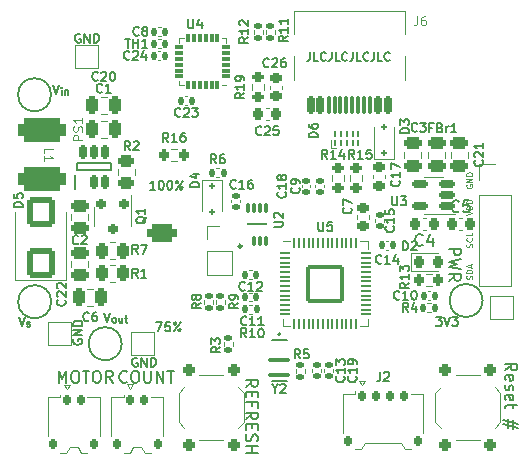
<source format=gbr>
%TF.GenerationSoftware,KiCad,Pcbnew,7.0.8-7.0.8~ubuntu22.04.1*%
%TF.CreationDate,2023-12-12T19:51:11+11:00*%
%TF.ProjectId,Boost-Converter,426f6f73-742d-4436-9f6e-766572746572,rev?*%
%TF.SameCoordinates,Original*%
%TF.FileFunction,Legend,Top*%
%TF.FilePolarity,Positive*%
%FSLAX46Y46*%
G04 Gerber Fmt 4.6, Leading zero omitted, Abs format (unit mm)*
G04 Created by KiCad (PCBNEW 7.0.8-7.0.8~ubuntu22.04.1) date 2023-12-12 19:51:11*
%MOMM*%
%LPD*%
G01*
G04 APERTURE LIST*
G04 Aperture macros list*
%AMRoundRect*
0 Rectangle with rounded corners*
0 $1 Rounding radius*
0 $2 $3 $4 $5 $6 $7 $8 $9 X,Y pos of 4 corners*
0 Add a 4 corners polygon primitive as box body*
4,1,4,$2,$3,$4,$5,$6,$7,$8,$9,$2,$3,0*
0 Add four circle primitives for the rounded corners*
1,1,$1+$1,$2,$3*
1,1,$1+$1,$4,$5*
1,1,$1+$1,$6,$7*
1,1,$1+$1,$8,$9*
0 Add four rect primitives between the rounded corners*
20,1,$1+$1,$2,$3,$4,$5,0*
20,1,$1+$1,$4,$5,$6,$7,0*
20,1,$1+$1,$6,$7,$8,$9,0*
20,1,$1+$1,$8,$9,$2,$3,0*%
G04 Aperture macros list end*
%ADD10C,0.175000*%
%ADD11C,0.150000*%
%ADD12C,0.140000*%
%ADD13C,0.200000*%
%ADD14C,0.100000*%
%ADD15C,0.190500*%
%ADD16C,0.125000*%
%ADD17C,0.120000*%
%ADD18C,0.250000*%
%ADD19C,0.127000*%
%ADD20RoundRect,0.225000X0.225000X0.250000X-0.225000X0.250000X-0.225000X-0.250000X0.225000X-0.250000X0*%
%ADD21C,2.000000*%
%ADD22RoundRect,0.250000X-0.262500X-0.450000X0.262500X-0.450000X0.262500X0.450000X-0.262500X0.450000X0*%
%ADD23RoundRect,0.135000X0.185000X-0.135000X0.185000X0.135000X-0.185000X0.135000X-0.185000X-0.135000X0*%
%ADD24RoundRect,0.500000X-1.500000X0.500000X-1.500000X-0.500000X1.500000X-0.500000X1.500000X0.500000X0*%
%ADD25RoundRect,0.075000X-0.300000X0.075000X-0.300000X-0.075000X0.300000X-0.075000X0.300000X0.075000X0*%
%ADD26RoundRect,0.075000X0.075000X0.300000X-0.075000X0.300000X-0.075000X-0.300000X0.075000X-0.300000X0*%
%ADD27R,2.850000X2.850000*%
%ADD28RoundRect,0.200000X-0.200000X0.250000X-0.200000X-0.250000X0.200000X-0.250000X0.200000X0.250000X0*%
%ADD29R,1.500000X1.500000*%
%ADD30RoundRect,0.135000X-0.185000X0.135000X-0.185000X-0.135000X0.185000X-0.135000X0.185000X0.135000X0*%
%ADD31RoundRect,0.200000X0.275000X-0.200000X0.275000X0.200000X-0.275000X0.200000X-0.275000X-0.200000X0*%
%ADD32RoundRect,0.218750X-0.218750X-0.256250X0.218750X-0.256250X0.218750X0.256250X-0.218750X0.256250X0*%
%ADD33RoundRect,0.135000X0.135000X0.185000X-0.135000X0.185000X-0.135000X-0.185000X0.135000X-0.185000X0*%
%ADD34O,0.600000X1.200000*%
%ADD35RoundRect,0.150000X0.150000X0.450000X-0.150000X0.450000X-0.150000X-0.450000X0.150000X-0.450000X0*%
%ADD36C,3.000000*%
%ADD37RoundRect,0.125000X0.125000X-0.125000X0.125000X0.125000X-0.125000X0.125000X-0.125000X-0.125000X0*%
%ADD38RoundRect,0.250000X0.250000X-0.250000X0.250000X0.250000X-0.250000X0.250000X-0.250000X-0.250000X0*%
%ADD39RoundRect,0.140000X0.140000X0.170000X-0.140000X0.170000X-0.140000X-0.170000X0.140000X-0.170000X0*%
%ADD40RoundRect,0.140000X0.170000X-0.140000X0.170000X0.140000X-0.170000X0.140000X-0.170000X-0.140000X0*%
%ADD41R,1.700000X1.700000*%
%ADD42O,1.700000X1.700000*%
%ADD43RoundRect,0.200000X-0.200000X-0.275000X0.200000X-0.275000X0.200000X0.275000X-0.200000X0.275000X0*%
%ADD44RoundRect,0.150000X0.512500X0.150000X-0.512500X0.150000X-0.512500X-0.150000X0.512500X-0.150000X0*%
%ADD45RoundRect,0.250000X0.250000X0.475000X-0.250000X0.475000X-0.250000X-0.475000X0.250000X-0.475000X0*%
%ADD46RoundRect,0.050000X-0.387500X-0.050000X0.387500X-0.050000X0.387500X0.050000X-0.387500X0.050000X0*%
%ADD47RoundRect,0.050000X-0.050000X-0.387500X0.050000X-0.387500X0.050000X0.387500X-0.050000X0.387500X0*%
%ADD48RoundRect,0.144000X-1.456000X-1.456000X1.456000X-1.456000X1.456000X1.456000X-1.456000X1.456000X0*%
%ADD49O,2.500000X2.000000*%
%ADD50RoundRect,0.375000X-0.875000X0.375000X-0.875000X-0.375000X0.875000X-0.375000X0.875000X0.375000X0*%
%ADD51O,2.500000X1.500000*%
%ADD52O,0.300000X0.900000*%
%ADD53RoundRect,0.075000X0.075000X0.375000X-0.075000X0.375000X-0.075000X-0.375000X0.075000X-0.375000X0*%
%ADD54RoundRect,0.062500X0.762500X-0.062500X0.762500X0.062500X-0.762500X0.062500X-0.762500X-0.062500X0*%
%ADD55RoundRect,0.150000X-0.150000X-0.275000X0.150000X-0.275000X0.150000X0.275000X-0.150000X0.275000X0*%
%ADD56RoundRect,0.175000X-0.175000X-0.225000X0.175000X-0.225000X0.175000X0.225000X-0.175000X0.225000X0*%
%ADD57RoundRect,0.140000X-0.140000X-0.170000X0.140000X-0.170000X0.140000X0.170000X-0.140000X0.170000X0*%
%ADD58C,0.650000*%
%ADD59RoundRect,0.150000X0.150000X0.575000X-0.150000X0.575000X-0.150000X-0.575000X0.150000X-0.575000X0*%
%ADD60RoundRect,0.075000X0.075000X0.650000X-0.075000X0.650000X-0.075000X-0.650000X0.075000X-0.650000X0*%
%ADD61O,1.000000X2.100000*%
%ADD62O,1.000000X1.600000*%
%ADD63RoundRect,0.250000X-0.450000X0.262500X-0.450000X-0.262500X0.450000X-0.262500X0.450000X0.262500X0*%
%ADD64RoundRect,0.225000X0.250000X-0.225000X0.250000X0.225000X-0.250000X0.225000X-0.250000X-0.225000X0*%
%ADD65RoundRect,0.050000X-0.050000X-0.187500X0.050000X-0.187500X0.050000X0.187500X-0.050000X0.187500X0*%
%ADD66RoundRect,0.250000X-0.475000X0.250000X-0.475000X-0.250000X0.475000X-0.250000X0.475000X0.250000X0*%
%ADD67RoundRect,0.140000X-0.170000X0.140000X-0.170000X-0.140000X0.170000X-0.140000X0.170000X0.140000X0*%
%ADD68RoundRect,0.225000X-0.225000X-0.250000X0.225000X-0.250000X0.225000X0.250000X-0.225000X0.250000X0*%
%ADD69R,1.350000X1.350000*%
%ADD70O,1.350000X1.350000*%
%ADD71RoundRect,0.125000X-0.125000X0.125000X-0.125000X-0.125000X0.125000X-0.125000X0.125000X0.125000X0*%
%ADD72O,1.900000X0.400000*%
%ADD73RoundRect,0.100000X-0.850000X0.100000X-0.850000X-0.100000X0.850000X-0.100000X0.850000X0.100000X0*%
%ADD74RoundRect,0.200000X-0.275000X0.200000X-0.275000X-0.200000X0.275000X-0.200000X0.275000X0.200000X0*%
%ADD75RoundRect,0.250000X0.900000X-1.000000X0.900000X1.000000X-0.900000X1.000000X-0.900000X-1.000000X0*%
%ADD76RoundRect,0.250000X0.475000X-0.250000X0.475000X0.250000X-0.475000X0.250000X-0.475000X-0.250000X0*%
G04 APERTURE END LIST*
D10*
X151865797Y-67277233D02*
X151865797Y-67777233D01*
X151865797Y-67777233D02*
X151832464Y-67877233D01*
X151832464Y-67877233D02*
X151765797Y-67943900D01*
X151765797Y-67943900D02*
X151665797Y-67977233D01*
X151665797Y-67977233D02*
X151599131Y-67977233D01*
X152532464Y-67977233D02*
X152199130Y-67977233D01*
X152199130Y-67977233D02*
X152199130Y-67277233D01*
X153165797Y-67910566D02*
X153132464Y-67943900D01*
X153132464Y-67943900D02*
X153032464Y-67977233D01*
X153032464Y-67977233D02*
X152965797Y-67977233D01*
X152965797Y-67977233D02*
X152865797Y-67943900D01*
X152865797Y-67943900D02*
X152799131Y-67877233D01*
X152799131Y-67877233D02*
X152765797Y-67810566D01*
X152765797Y-67810566D02*
X152732464Y-67677233D01*
X152732464Y-67677233D02*
X152732464Y-67577233D01*
X152732464Y-67577233D02*
X152765797Y-67443900D01*
X152765797Y-67443900D02*
X152799131Y-67377233D01*
X152799131Y-67377233D02*
X152865797Y-67310566D01*
X152865797Y-67310566D02*
X152965797Y-67277233D01*
X152965797Y-67277233D02*
X153032464Y-67277233D01*
X153032464Y-67277233D02*
X153132464Y-67310566D01*
X153132464Y-67310566D02*
X153165797Y-67343900D01*
X153665797Y-67277233D02*
X153665797Y-67777233D01*
X153665797Y-67777233D02*
X153632464Y-67877233D01*
X153632464Y-67877233D02*
X153565797Y-67943900D01*
X153565797Y-67943900D02*
X153465797Y-67977233D01*
X153465797Y-67977233D02*
X153399131Y-67977233D01*
X154332464Y-67977233D02*
X153999130Y-67977233D01*
X153999130Y-67977233D02*
X153999130Y-67277233D01*
X154965797Y-67910566D02*
X154932464Y-67943900D01*
X154932464Y-67943900D02*
X154832464Y-67977233D01*
X154832464Y-67977233D02*
X154765797Y-67977233D01*
X154765797Y-67977233D02*
X154665797Y-67943900D01*
X154665797Y-67943900D02*
X154599131Y-67877233D01*
X154599131Y-67877233D02*
X154565797Y-67810566D01*
X154565797Y-67810566D02*
X154532464Y-67677233D01*
X154532464Y-67677233D02*
X154532464Y-67577233D01*
X154532464Y-67577233D02*
X154565797Y-67443900D01*
X154565797Y-67443900D02*
X154599131Y-67377233D01*
X154599131Y-67377233D02*
X154665797Y-67310566D01*
X154665797Y-67310566D02*
X154765797Y-67277233D01*
X154765797Y-67277233D02*
X154832464Y-67277233D01*
X154832464Y-67277233D02*
X154932464Y-67310566D01*
X154932464Y-67310566D02*
X154965797Y-67343900D01*
X155465797Y-67277233D02*
X155465797Y-67777233D01*
X155465797Y-67777233D02*
X155432464Y-67877233D01*
X155432464Y-67877233D02*
X155365797Y-67943900D01*
X155365797Y-67943900D02*
X155265797Y-67977233D01*
X155265797Y-67977233D02*
X155199131Y-67977233D01*
X156132464Y-67977233D02*
X155799130Y-67977233D01*
X155799130Y-67977233D02*
X155799130Y-67277233D01*
X156765797Y-67910566D02*
X156732464Y-67943900D01*
X156732464Y-67943900D02*
X156632464Y-67977233D01*
X156632464Y-67977233D02*
X156565797Y-67977233D01*
X156565797Y-67977233D02*
X156465797Y-67943900D01*
X156465797Y-67943900D02*
X156399131Y-67877233D01*
X156399131Y-67877233D02*
X156365797Y-67810566D01*
X156365797Y-67810566D02*
X156332464Y-67677233D01*
X156332464Y-67677233D02*
X156332464Y-67577233D01*
X156332464Y-67577233D02*
X156365797Y-67443900D01*
X156365797Y-67443900D02*
X156399131Y-67377233D01*
X156399131Y-67377233D02*
X156465797Y-67310566D01*
X156465797Y-67310566D02*
X156565797Y-67277233D01*
X156565797Y-67277233D02*
X156632464Y-67277233D01*
X156632464Y-67277233D02*
X156732464Y-67310566D01*
X156732464Y-67310566D02*
X156765797Y-67343900D01*
X157265797Y-67277233D02*
X157265797Y-67777233D01*
X157265797Y-67777233D02*
X157232464Y-67877233D01*
X157232464Y-67877233D02*
X157165797Y-67943900D01*
X157165797Y-67943900D02*
X157065797Y-67977233D01*
X157065797Y-67977233D02*
X156999131Y-67977233D01*
X157932464Y-67977233D02*
X157599130Y-67977233D01*
X157599130Y-67977233D02*
X157599130Y-67277233D01*
X158565797Y-67910566D02*
X158532464Y-67943900D01*
X158532464Y-67943900D02*
X158432464Y-67977233D01*
X158432464Y-67977233D02*
X158365797Y-67977233D01*
X158365797Y-67977233D02*
X158265797Y-67943900D01*
X158265797Y-67943900D02*
X158199131Y-67877233D01*
X158199131Y-67877233D02*
X158165797Y-67810566D01*
X158165797Y-67810566D02*
X158132464Y-67677233D01*
X158132464Y-67677233D02*
X158132464Y-67577233D01*
X158132464Y-67577233D02*
X158165797Y-67443900D01*
X158165797Y-67443900D02*
X158199131Y-67377233D01*
X158199131Y-67377233D02*
X158265797Y-67310566D01*
X158265797Y-67310566D02*
X158365797Y-67277233D01*
X158365797Y-67277233D02*
X158432464Y-67277233D01*
X158432464Y-67277233D02*
X158532464Y-67310566D01*
X158532464Y-67310566D02*
X158565797Y-67343900D01*
D11*
X138825541Y-90134945D02*
X139333541Y-90134945D01*
X139333541Y-90134945D02*
X139006969Y-90896945D01*
X139986683Y-90134945D02*
X139623826Y-90134945D01*
X139623826Y-90134945D02*
X139587540Y-90497802D01*
X139587540Y-90497802D02*
X139623826Y-90461517D01*
X139623826Y-90461517D02*
X139696398Y-90425231D01*
X139696398Y-90425231D02*
X139877826Y-90425231D01*
X139877826Y-90425231D02*
X139950398Y-90461517D01*
X139950398Y-90461517D02*
X139986683Y-90497802D01*
X139986683Y-90497802D02*
X140022969Y-90570374D01*
X140022969Y-90570374D02*
X140022969Y-90751802D01*
X140022969Y-90751802D02*
X139986683Y-90824374D01*
X139986683Y-90824374D02*
X139950398Y-90860660D01*
X139950398Y-90860660D02*
X139877826Y-90896945D01*
X139877826Y-90896945D02*
X139696398Y-90896945D01*
X139696398Y-90896945D02*
X139623826Y-90860660D01*
X139623826Y-90860660D02*
X139587540Y-90824374D01*
X140313254Y-90896945D02*
X140893826Y-90134945D01*
X140422112Y-90134945D02*
X140494683Y-90171231D01*
X140494683Y-90171231D02*
X140530969Y-90243802D01*
X140530969Y-90243802D02*
X140494683Y-90316374D01*
X140494683Y-90316374D02*
X140422112Y-90352660D01*
X140422112Y-90352660D02*
X140349540Y-90316374D01*
X140349540Y-90316374D02*
X140313254Y-90243802D01*
X140313254Y-90243802D02*
X140349540Y-90171231D01*
X140349540Y-90171231D02*
X140422112Y-90134945D01*
X140857540Y-90860660D02*
X140893826Y-90788088D01*
X140893826Y-90788088D02*
X140857540Y-90715517D01*
X140857540Y-90715517D02*
X140784969Y-90679231D01*
X140784969Y-90679231D02*
X140712397Y-90715517D01*
X140712397Y-90715517D02*
X140676112Y-90788088D01*
X140676112Y-90788088D02*
X140712397Y-90860660D01*
X140712397Y-90860660D02*
X140784969Y-90896945D01*
X140784969Y-90896945D02*
X140857540Y-90860660D01*
D12*
X134403676Y-89307465D02*
X134657676Y-90069465D01*
X134657676Y-90069465D02*
X134911676Y-89307465D01*
X135216476Y-90153648D02*
X135158419Y-90124620D01*
X135158419Y-90124620D02*
X135129390Y-90095591D01*
X135129390Y-90095591D02*
X135100362Y-90037534D01*
X135100362Y-90037534D02*
X135100362Y-89863362D01*
X135100362Y-89863362D02*
X135129390Y-89805305D01*
X135129390Y-89805305D02*
X135158419Y-89776277D01*
X135158419Y-89776277D02*
X135216476Y-89747248D01*
X135216476Y-89747248D02*
X135303562Y-89747248D01*
X135303562Y-89747248D02*
X135361619Y-89776277D01*
X135361619Y-89776277D02*
X135390648Y-89805305D01*
X135390648Y-89805305D02*
X135419676Y-89863362D01*
X135419676Y-89863362D02*
X135419676Y-90037534D01*
X135419676Y-90037534D02*
X135390648Y-90095591D01*
X135390648Y-90095591D02*
X135361619Y-90124620D01*
X135361619Y-90124620D02*
X135303562Y-90153648D01*
X135303562Y-90153648D02*
X135216476Y-90153648D01*
X135942191Y-89747248D02*
X135942191Y-90153648D01*
X135680933Y-89747248D02*
X135680933Y-90066562D01*
X135680933Y-90066562D02*
X135709962Y-90124620D01*
X135709962Y-90124620D02*
X135768019Y-90153648D01*
X135768019Y-90153648D02*
X135855105Y-90153648D01*
X135855105Y-90153648D02*
X135913162Y-90124620D01*
X135913162Y-90124620D02*
X135942191Y-90095591D01*
X136145391Y-89747248D02*
X136377619Y-89747248D01*
X136232476Y-89544048D02*
X136232476Y-90066562D01*
X136232476Y-90066562D02*
X136261505Y-90124620D01*
X136261505Y-90124620D02*
X136319562Y-90153648D01*
X136319562Y-90153648D02*
X136377619Y-90153648D01*
X131812551Y-91580123D02*
X131776265Y-91652695D01*
X131776265Y-91652695D02*
X131776265Y-91761552D01*
X131776265Y-91761552D02*
X131812551Y-91870409D01*
X131812551Y-91870409D02*
X131885122Y-91942980D01*
X131885122Y-91942980D02*
X131957694Y-91979266D01*
X131957694Y-91979266D02*
X132102837Y-92015552D01*
X132102837Y-92015552D02*
X132211694Y-92015552D01*
X132211694Y-92015552D02*
X132356837Y-91979266D01*
X132356837Y-91979266D02*
X132429408Y-91942980D01*
X132429408Y-91942980D02*
X132501980Y-91870409D01*
X132501980Y-91870409D02*
X132538265Y-91761552D01*
X132538265Y-91761552D02*
X132538265Y-91688980D01*
X132538265Y-91688980D02*
X132501980Y-91580123D01*
X132501980Y-91580123D02*
X132465694Y-91543837D01*
X132465694Y-91543837D02*
X132211694Y-91543837D01*
X132211694Y-91543837D02*
X132211694Y-91688980D01*
X132538265Y-91217266D02*
X131776265Y-91217266D01*
X131776265Y-91217266D02*
X132538265Y-90781837D01*
X132538265Y-90781837D02*
X131776265Y-90781837D01*
X132538265Y-90418980D02*
X131776265Y-90418980D01*
X131776265Y-90418980D02*
X131776265Y-90237551D01*
X131776265Y-90237551D02*
X131812551Y-90128694D01*
X131812551Y-90128694D02*
X131885122Y-90056123D01*
X131885122Y-90056123D02*
X131957694Y-90019837D01*
X131957694Y-90019837D02*
X132102837Y-89983551D01*
X132102837Y-89983551D02*
X132211694Y-89983551D01*
X132211694Y-89983551D02*
X132356837Y-90019837D01*
X132356837Y-90019837D02*
X132429408Y-90056123D01*
X132429408Y-90056123D02*
X132501980Y-90128694D01*
X132501980Y-90128694D02*
X132538265Y-90237551D01*
X132538265Y-90237551D02*
X132538265Y-90418980D01*
D11*
X168367980Y-94207951D02*
X168844171Y-93874618D01*
X168367980Y-93636523D02*
X169367980Y-93636523D01*
X169367980Y-93636523D02*
X169367980Y-94017475D01*
X169367980Y-94017475D02*
X169320361Y-94112713D01*
X169320361Y-94112713D02*
X169272742Y-94160332D01*
X169272742Y-94160332D02*
X169177504Y-94207951D01*
X169177504Y-94207951D02*
X169034647Y-94207951D01*
X169034647Y-94207951D02*
X168939409Y-94160332D01*
X168939409Y-94160332D02*
X168891790Y-94112713D01*
X168891790Y-94112713D02*
X168844171Y-94017475D01*
X168844171Y-94017475D02*
X168844171Y-93636523D01*
X168415600Y-95017475D02*
X168367980Y-94922237D01*
X168367980Y-94922237D02*
X168367980Y-94731761D01*
X168367980Y-94731761D02*
X168415600Y-94636523D01*
X168415600Y-94636523D02*
X168510838Y-94588904D01*
X168510838Y-94588904D02*
X168891790Y-94588904D01*
X168891790Y-94588904D02*
X168987028Y-94636523D01*
X168987028Y-94636523D02*
X169034647Y-94731761D01*
X169034647Y-94731761D02*
X169034647Y-94922237D01*
X169034647Y-94922237D02*
X168987028Y-95017475D01*
X168987028Y-95017475D02*
X168891790Y-95065094D01*
X168891790Y-95065094D02*
X168796552Y-95065094D01*
X168796552Y-95065094D02*
X168701314Y-94588904D01*
X168415600Y-95446047D02*
X168367980Y-95541285D01*
X168367980Y-95541285D02*
X168367980Y-95731761D01*
X168367980Y-95731761D02*
X168415600Y-95826999D01*
X168415600Y-95826999D02*
X168510838Y-95874618D01*
X168510838Y-95874618D02*
X168558457Y-95874618D01*
X168558457Y-95874618D02*
X168653695Y-95826999D01*
X168653695Y-95826999D02*
X168701314Y-95731761D01*
X168701314Y-95731761D02*
X168701314Y-95588904D01*
X168701314Y-95588904D02*
X168748933Y-95493666D01*
X168748933Y-95493666D02*
X168844171Y-95446047D01*
X168844171Y-95446047D02*
X168891790Y-95446047D01*
X168891790Y-95446047D02*
X168987028Y-95493666D01*
X168987028Y-95493666D02*
X169034647Y-95588904D01*
X169034647Y-95588904D02*
X169034647Y-95731761D01*
X169034647Y-95731761D02*
X168987028Y-95826999D01*
X168415600Y-96684142D02*
X168367980Y-96588904D01*
X168367980Y-96588904D02*
X168367980Y-96398428D01*
X168367980Y-96398428D02*
X168415600Y-96303190D01*
X168415600Y-96303190D02*
X168510838Y-96255571D01*
X168510838Y-96255571D02*
X168891790Y-96255571D01*
X168891790Y-96255571D02*
X168987028Y-96303190D01*
X168987028Y-96303190D02*
X169034647Y-96398428D01*
X169034647Y-96398428D02*
X169034647Y-96588904D01*
X169034647Y-96588904D02*
X168987028Y-96684142D01*
X168987028Y-96684142D02*
X168891790Y-96731761D01*
X168891790Y-96731761D02*
X168796552Y-96731761D01*
X168796552Y-96731761D02*
X168701314Y-96255571D01*
X169034647Y-97017476D02*
X169034647Y-97398428D01*
X169367980Y-97160333D02*
X168510838Y-97160333D01*
X168510838Y-97160333D02*
X168415600Y-97207952D01*
X168415600Y-97207952D02*
X168367980Y-97303190D01*
X168367980Y-97303190D02*
X168367980Y-97398428D01*
X169034647Y-98446048D02*
X169034647Y-99160333D01*
X169463219Y-98731762D02*
X168177504Y-98446048D01*
X168606076Y-99065095D02*
X168606076Y-98350810D01*
X168177504Y-98779381D02*
X169463219Y-99065095D01*
D13*
X136323101Y-95148980D02*
X136275482Y-95196600D01*
X136275482Y-95196600D02*
X136132625Y-95244219D01*
X136132625Y-95244219D02*
X136037387Y-95244219D01*
X136037387Y-95244219D02*
X135894530Y-95196600D01*
X135894530Y-95196600D02*
X135799292Y-95101361D01*
X135799292Y-95101361D02*
X135751673Y-95006123D01*
X135751673Y-95006123D02*
X135704054Y-94815647D01*
X135704054Y-94815647D02*
X135704054Y-94672790D01*
X135704054Y-94672790D02*
X135751673Y-94482314D01*
X135751673Y-94482314D02*
X135799292Y-94387076D01*
X135799292Y-94387076D02*
X135894530Y-94291838D01*
X135894530Y-94291838D02*
X136037387Y-94244219D01*
X136037387Y-94244219D02*
X136132625Y-94244219D01*
X136132625Y-94244219D02*
X136275482Y-94291838D01*
X136275482Y-94291838D02*
X136323101Y-94339457D01*
X136942149Y-94244219D02*
X137132625Y-94244219D01*
X137132625Y-94244219D02*
X137227863Y-94291838D01*
X137227863Y-94291838D02*
X137323101Y-94387076D01*
X137323101Y-94387076D02*
X137370720Y-94577552D01*
X137370720Y-94577552D02*
X137370720Y-94910885D01*
X137370720Y-94910885D02*
X137323101Y-95101361D01*
X137323101Y-95101361D02*
X137227863Y-95196600D01*
X137227863Y-95196600D02*
X137132625Y-95244219D01*
X137132625Y-95244219D02*
X136942149Y-95244219D01*
X136942149Y-95244219D02*
X136846911Y-95196600D01*
X136846911Y-95196600D02*
X136751673Y-95101361D01*
X136751673Y-95101361D02*
X136704054Y-94910885D01*
X136704054Y-94910885D02*
X136704054Y-94577552D01*
X136704054Y-94577552D02*
X136751673Y-94387076D01*
X136751673Y-94387076D02*
X136846911Y-94291838D01*
X136846911Y-94291838D02*
X136942149Y-94244219D01*
X137799292Y-94244219D02*
X137799292Y-95053742D01*
X137799292Y-95053742D02*
X137846911Y-95148980D01*
X137846911Y-95148980D02*
X137894530Y-95196600D01*
X137894530Y-95196600D02*
X137989768Y-95244219D01*
X137989768Y-95244219D02*
X138180244Y-95244219D01*
X138180244Y-95244219D02*
X138275482Y-95196600D01*
X138275482Y-95196600D02*
X138323101Y-95148980D01*
X138323101Y-95148980D02*
X138370720Y-95053742D01*
X138370720Y-95053742D02*
X138370720Y-94244219D01*
X138846911Y-95244219D02*
X138846911Y-94244219D01*
X138846911Y-94244219D02*
X139418339Y-95244219D01*
X139418339Y-95244219D02*
X139418339Y-94244219D01*
X139751673Y-94244219D02*
X140323101Y-94244219D01*
X140037387Y-95244219D02*
X140037387Y-94244219D01*
D11*
X163579180Y-83902779D02*
X164579180Y-83902779D01*
X164579180Y-83902779D02*
X164579180Y-84283731D01*
X164579180Y-84283731D02*
X164531561Y-84378969D01*
X164531561Y-84378969D02*
X164483942Y-84426588D01*
X164483942Y-84426588D02*
X164388704Y-84474207D01*
X164388704Y-84474207D02*
X164245847Y-84474207D01*
X164245847Y-84474207D02*
X164150609Y-84426588D01*
X164150609Y-84426588D02*
X164102990Y-84378969D01*
X164102990Y-84378969D02*
X164055371Y-84283731D01*
X164055371Y-84283731D02*
X164055371Y-83902779D01*
X164579180Y-84807541D02*
X163579180Y-85045636D01*
X163579180Y-85045636D02*
X164293466Y-85236112D01*
X164293466Y-85236112D02*
X163579180Y-85426588D01*
X163579180Y-85426588D02*
X164579180Y-85664684D01*
X163579180Y-86617064D02*
X164055371Y-86283731D01*
X163579180Y-86045636D02*
X164579180Y-86045636D01*
X164579180Y-86045636D02*
X164579180Y-86426588D01*
X164579180Y-86426588D02*
X164531561Y-86521826D01*
X164531561Y-86521826D02*
X164483942Y-86569445D01*
X164483942Y-86569445D02*
X164388704Y-86617064D01*
X164388704Y-86617064D02*
X164245847Y-86617064D01*
X164245847Y-86617064D02*
X164150609Y-86569445D01*
X164150609Y-86569445D02*
X164102990Y-86521826D01*
X164102990Y-86521826D02*
X164055371Y-86426588D01*
X164055371Y-86426588D02*
X164055371Y-86045636D01*
X146396980Y-95584207D02*
X146873171Y-95250874D01*
X146396980Y-95012779D02*
X147396980Y-95012779D01*
X147396980Y-95012779D02*
X147396980Y-95393731D01*
X147396980Y-95393731D02*
X147349361Y-95488969D01*
X147349361Y-95488969D02*
X147301742Y-95536588D01*
X147301742Y-95536588D02*
X147206504Y-95584207D01*
X147206504Y-95584207D02*
X147063647Y-95584207D01*
X147063647Y-95584207D02*
X146968409Y-95536588D01*
X146968409Y-95536588D02*
X146920790Y-95488969D01*
X146920790Y-95488969D02*
X146873171Y-95393731D01*
X146873171Y-95393731D02*
X146873171Y-95012779D01*
X146920790Y-96012779D02*
X146920790Y-96346112D01*
X146396980Y-96488969D02*
X146396980Y-96012779D01*
X146396980Y-96012779D02*
X147396980Y-96012779D01*
X147396980Y-96012779D02*
X147396980Y-96488969D01*
X146920790Y-97250874D02*
X146920790Y-96917541D01*
X146396980Y-96917541D02*
X147396980Y-96917541D01*
X147396980Y-96917541D02*
X147396980Y-97393731D01*
X146396980Y-98346112D02*
X146873171Y-98012779D01*
X146396980Y-97774684D02*
X147396980Y-97774684D01*
X147396980Y-97774684D02*
X147396980Y-98155636D01*
X147396980Y-98155636D02*
X147349361Y-98250874D01*
X147349361Y-98250874D02*
X147301742Y-98298493D01*
X147301742Y-98298493D02*
X147206504Y-98346112D01*
X147206504Y-98346112D02*
X147063647Y-98346112D01*
X147063647Y-98346112D02*
X146968409Y-98298493D01*
X146968409Y-98298493D02*
X146920790Y-98250874D01*
X146920790Y-98250874D02*
X146873171Y-98155636D01*
X146873171Y-98155636D02*
X146873171Y-97774684D01*
X146920790Y-98774684D02*
X146920790Y-99108017D01*
X146396980Y-99250874D02*
X146396980Y-98774684D01*
X146396980Y-98774684D02*
X147396980Y-98774684D01*
X147396980Y-98774684D02*
X147396980Y-99250874D01*
X146444600Y-99631827D02*
X146396980Y-99774684D01*
X146396980Y-99774684D02*
X146396980Y-100012779D01*
X146396980Y-100012779D02*
X146444600Y-100108017D01*
X146444600Y-100108017D02*
X146492219Y-100155636D01*
X146492219Y-100155636D02*
X146587457Y-100203255D01*
X146587457Y-100203255D02*
X146682695Y-100203255D01*
X146682695Y-100203255D02*
X146777933Y-100155636D01*
X146777933Y-100155636D02*
X146825552Y-100108017D01*
X146825552Y-100108017D02*
X146873171Y-100012779D01*
X146873171Y-100012779D02*
X146920790Y-99822303D01*
X146920790Y-99822303D02*
X146968409Y-99727065D01*
X146968409Y-99727065D02*
X147016028Y-99679446D01*
X147016028Y-99679446D02*
X147111266Y-99631827D01*
X147111266Y-99631827D02*
X147206504Y-99631827D01*
X147206504Y-99631827D02*
X147301742Y-99679446D01*
X147301742Y-99679446D02*
X147349361Y-99727065D01*
X147349361Y-99727065D02*
X147396980Y-99822303D01*
X147396980Y-99822303D02*
X147396980Y-100060398D01*
X147396980Y-100060398D02*
X147349361Y-100203255D01*
X146396980Y-100631827D02*
X147396980Y-100631827D01*
X146920790Y-100631827D02*
X146920790Y-101203255D01*
X146396980Y-101203255D02*
X147396980Y-101203255D01*
D12*
X132371676Y-65721751D02*
X132299105Y-65685465D01*
X132299105Y-65685465D02*
X132190247Y-65685465D01*
X132190247Y-65685465D02*
X132081390Y-65721751D01*
X132081390Y-65721751D02*
X132008819Y-65794322D01*
X132008819Y-65794322D02*
X131972533Y-65866894D01*
X131972533Y-65866894D02*
X131936247Y-66012037D01*
X131936247Y-66012037D02*
X131936247Y-66120894D01*
X131936247Y-66120894D02*
X131972533Y-66266037D01*
X131972533Y-66266037D02*
X132008819Y-66338608D01*
X132008819Y-66338608D02*
X132081390Y-66411180D01*
X132081390Y-66411180D02*
X132190247Y-66447465D01*
X132190247Y-66447465D02*
X132262819Y-66447465D01*
X132262819Y-66447465D02*
X132371676Y-66411180D01*
X132371676Y-66411180D02*
X132407962Y-66374894D01*
X132407962Y-66374894D02*
X132407962Y-66120894D01*
X132407962Y-66120894D02*
X132262819Y-66120894D01*
X132734533Y-66447465D02*
X132734533Y-65685465D01*
X132734533Y-65685465D02*
X133169962Y-66447465D01*
X133169962Y-66447465D02*
X133169962Y-65685465D01*
X133532819Y-66447465D02*
X133532819Y-65685465D01*
X133532819Y-65685465D02*
X133714248Y-65685465D01*
X133714248Y-65685465D02*
X133823105Y-65721751D01*
X133823105Y-65721751D02*
X133895676Y-65794322D01*
X133895676Y-65794322D02*
X133931962Y-65866894D01*
X133931962Y-65866894D02*
X133968248Y-66012037D01*
X133968248Y-66012037D02*
X133968248Y-66120894D01*
X133968248Y-66120894D02*
X133931962Y-66266037D01*
X133931962Y-66266037D02*
X133895676Y-66338608D01*
X133895676Y-66338608D02*
X133823105Y-66411180D01*
X133823105Y-66411180D02*
X133714248Y-66447465D01*
X133714248Y-66447465D02*
X133532819Y-66447465D01*
X137197676Y-93153751D02*
X137125105Y-93117465D01*
X137125105Y-93117465D02*
X137016247Y-93117465D01*
X137016247Y-93117465D02*
X136907390Y-93153751D01*
X136907390Y-93153751D02*
X136834819Y-93226322D01*
X136834819Y-93226322D02*
X136798533Y-93298894D01*
X136798533Y-93298894D02*
X136762247Y-93444037D01*
X136762247Y-93444037D02*
X136762247Y-93552894D01*
X136762247Y-93552894D02*
X136798533Y-93698037D01*
X136798533Y-93698037D02*
X136834819Y-93770608D01*
X136834819Y-93770608D02*
X136907390Y-93843180D01*
X136907390Y-93843180D02*
X137016247Y-93879465D01*
X137016247Y-93879465D02*
X137088819Y-93879465D01*
X137088819Y-93879465D02*
X137197676Y-93843180D01*
X137197676Y-93843180D02*
X137233962Y-93806894D01*
X137233962Y-93806894D02*
X137233962Y-93552894D01*
X137233962Y-93552894D02*
X137088819Y-93552894D01*
X137560533Y-93879465D02*
X137560533Y-93117465D01*
X137560533Y-93117465D02*
X137995962Y-93879465D01*
X137995962Y-93879465D02*
X137995962Y-93117465D01*
X138358819Y-93879465D02*
X138358819Y-93117465D01*
X138358819Y-93117465D02*
X138540248Y-93117465D01*
X138540248Y-93117465D02*
X138649105Y-93153751D01*
X138649105Y-93153751D02*
X138721676Y-93226322D01*
X138721676Y-93226322D02*
X138757962Y-93298894D01*
X138757962Y-93298894D02*
X138794248Y-93444037D01*
X138794248Y-93444037D02*
X138794248Y-93552894D01*
X138794248Y-93552894D02*
X138757962Y-93698037D01*
X138757962Y-93698037D02*
X138721676Y-93770608D01*
X138721676Y-93770608D02*
X138649105Y-93843180D01*
X138649105Y-93843180D02*
X138540248Y-93879465D01*
X138540248Y-93879465D02*
X138358819Y-93879465D01*
D11*
X138728255Y-78892945D02*
X138292826Y-78892945D01*
X138510541Y-78892945D02*
X138510541Y-78130945D01*
X138510541Y-78130945D02*
X138437969Y-78239802D01*
X138437969Y-78239802D02*
X138365398Y-78312374D01*
X138365398Y-78312374D02*
X138292826Y-78348660D01*
X139199969Y-78130945D02*
X139272540Y-78130945D01*
X139272540Y-78130945D02*
X139345112Y-78167231D01*
X139345112Y-78167231D02*
X139381398Y-78203517D01*
X139381398Y-78203517D02*
X139417683Y-78276088D01*
X139417683Y-78276088D02*
X139453969Y-78421231D01*
X139453969Y-78421231D02*
X139453969Y-78602660D01*
X139453969Y-78602660D02*
X139417683Y-78747802D01*
X139417683Y-78747802D02*
X139381398Y-78820374D01*
X139381398Y-78820374D02*
X139345112Y-78856660D01*
X139345112Y-78856660D02*
X139272540Y-78892945D01*
X139272540Y-78892945D02*
X139199969Y-78892945D01*
X139199969Y-78892945D02*
X139127398Y-78856660D01*
X139127398Y-78856660D02*
X139091112Y-78820374D01*
X139091112Y-78820374D02*
X139054826Y-78747802D01*
X139054826Y-78747802D02*
X139018540Y-78602660D01*
X139018540Y-78602660D02*
X139018540Y-78421231D01*
X139018540Y-78421231D02*
X139054826Y-78276088D01*
X139054826Y-78276088D02*
X139091112Y-78203517D01*
X139091112Y-78203517D02*
X139127398Y-78167231D01*
X139127398Y-78167231D02*
X139199969Y-78130945D01*
X139925683Y-78130945D02*
X139998254Y-78130945D01*
X139998254Y-78130945D02*
X140070826Y-78167231D01*
X140070826Y-78167231D02*
X140107112Y-78203517D01*
X140107112Y-78203517D02*
X140143397Y-78276088D01*
X140143397Y-78276088D02*
X140179683Y-78421231D01*
X140179683Y-78421231D02*
X140179683Y-78602660D01*
X140179683Y-78602660D02*
X140143397Y-78747802D01*
X140143397Y-78747802D02*
X140107112Y-78820374D01*
X140107112Y-78820374D02*
X140070826Y-78856660D01*
X140070826Y-78856660D02*
X139998254Y-78892945D01*
X139998254Y-78892945D02*
X139925683Y-78892945D01*
X139925683Y-78892945D02*
X139853112Y-78856660D01*
X139853112Y-78856660D02*
X139816826Y-78820374D01*
X139816826Y-78820374D02*
X139780540Y-78747802D01*
X139780540Y-78747802D02*
X139744254Y-78602660D01*
X139744254Y-78602660D02*
X139744254Y-78421231D01*
X139744254Y-78421231D02*
X139780540Y-78276088D01*
X139780540Y-78276088D02*
X139816826Y-78203517D01*
X139816826Y-78203517D02*
X139853112Y-78167231D01*
X139853112Y-78167231D02*
X139925683Y-78130945D01*
X140469968Y-78892945D02*
X141050540Y-78130945D01*
X140578826Y-78130945D02*
X140651397Y-78167231D01*
X140651397Y-78167231D02*
X140687683Y-78239802D01*
X140687683Y-78239802D02*
X140651397Y-78312374D01*
X140651397Y-78312374D02*
X140578826Y-78348660D01*
X140578826Y-78348660D02*
X140506254Y-78312374D01*
X140506254Y-78312374D02*
X140469968Y-78239802D01*
X140469968Y-78239802D02*
X140506254Y-78167231D01*
X140506254Y-78167231D02*
X140578826Y-78130945D01*
X141014254Y-78856660D02*
X141050540Y-78784088D01*
X141050540Y-78784088D02*
X141014254Y-78711517D01*
X141014254Y-78711517D02*
X140941683Y-78675231D01*
X140941683Y-78675231D02*
X140869111Y-78711517D01*
X140869111Y-78711517D02*
X140832826Y-78784088D01*
X140832826Y-78784088D02*
X140869111Y-78856660D01*
X140869111Y-78856660D02*
X140941683Y-78892945D01*
X140941683Y-78892945D02*
X141014254Y-78856660D01*
D12*
X127164676Y-89663065D02*
X127418676Y-90425065D01*
X127418676Y-90425065D02*
X127672676Y-89663065D01*
X127861362Y-90480220D02*
X127919419Y-90509248D01*
X127919419Y-90509248D02*
X128035533Y-90509248D01*
X128035533Y-90509248D02*
X128093590Y-90480220D01*
X128093590Y-90480220D02*
X128122619Y-90422162D01*
X128122619Y-90422162D02*
X128122619Y-90393134D01*
X128122619Y-90393134D02*
X128093590Y-90335077D01*
X128093590Y-90335077D02*
X128035533Y-90306048D01*
X128035533Y-90306048D02*
X127948448Y-90306048D01*
X127948448Y-90306048D02*
X127890390Y-90277020D01*
X127890390Y-90277020D02*
X127861362Y-90218962D01*
X127861362Y-90218962D02*
X127861362Y-90189934D01*
X127861362Y-90189934D02*
X127890390Y-90131877D01*
X127890390Y-90131877D02*
X127948448Y-90102848D01*
X127948448Y-90102848D02*
X128035533Y-90102848D01*
X128035533Y-90102848D02*
X128093590Y-90131877D01*
X130073476Y-70003465D02*
X130327476Y-70765465D01*
X130327476Y-70765465D02*
X130581476Y-70003465D01*
X130799190Y-70849648D02*
X130799190Y-70443248D01*
X130799190Y-70240048D02*
X130770162Y-70269077D01*
X130770162Y-70269077D02*
X130799190Y-70298105D01*
X130799190Y-70298105D02*
X130828219Y-70269077D01*
X130828219Y-70269077D02*
X130799190Y-70240048D01*
X130799190Y-70240048D02*
X130799190Y-70298105D01*
X131089476Y-70443248D02*
X131089476Y-70849648D01*
X131089476Y-70501305D02*
X131118505Y-70472277D01*
X131118505Y-70472277D02*
X131176562Y-70443248D01*
X131176562Y-70443248D02*
X131263648Y-70443248D01*
X131263648Y-70443248D02*
X131321705Y-70472277D01*
X131321705Y-70472277D02*
X131350734Y-70530334D01*
X131350734Y-70530334D02*
X131350734Y-70849648D01*
X162506962Y-89688465D02*
X162978676Y-89688465D01*
X162978676Y-89688465D02*
X162724676Y-89978751D01*
X162724676Y-89978751D02*
X162833533Y-89978751D01*
X162833533Y-89978751D02*
X162906105Y-90015037D01*
X162906105Y-90015037D02*
X162942390Y-90051322D01*
X162942390Y-90051322D02*
X162978676Y-90123894D01*
X162978676Y-90123894D02*
X162978676Y-90305322D01*
X162978676Y-90305322D02*
X162942390Y-90377894D01*
X162942390Y-90377894D02*
X162906105Y-90414180D01*
X162906105Y-90414180D02*
X162833533Y-90450465D01*
X162833533Y-90450465D02*
X162615819Y-90450465D01*
X162615819Y-90450465D02*
X162543247Y-90414180D01*
X162543247Y-90414180D02*
X162506962Y-90377894D01*
X163196390Y-89688465D02*
X163450390Y-90450465D01*
X163450390Y-90450465D02*
X163704390Y-89688465D01*
X163885819Y-89688465D02*
X164357533Y-89688465D01*
X164357533Y-89688465D02*
X164103533Y-89978751D01*
X164103533Y-89978751D02*
X164212390Y-89978751D01*
X164212390Y-89978751D02*
X164284962Y-90015037D01*
X164284962Y-90015037D02*
X164321247Y-90051322D01*
X164321247Y-90051322D02*
X164357533Y-90123894D01*
X164357533Y-90123894D02*
X164357533Y-90305322D01*
X164357533Y-90305322D02*
X164321247Y-90377894D01*
X164321247Y-90377894D02*
X164284962Y-90414180D01*
X164284962Y-90414180D02*
X164212390Y-90450465D01*
X164212390Y-90450465D02*
X163994676Y-90450465D01*
X163994676Y-90450465D02*
X163922104Y-90414180D01*
X163922104Y-90414180D02*
X163885819Y-90377894D01*
D13*
X130544673Y-95244219D02*
X130544673Y-94244219D01*
X130544673Y-94244219D02*
X130878006Y-94958504D01*
X130878006Y-94958504D02*
X131211339Y-94244219D01*
X131211339Y-94244219D02*
X131211339Y-95244219D01*
X131878006Y-94244219D02*
X132068482Y-94244219D01*
X132068482Y-94244219D02*
X132163720Y-94291838D01*
X132163720Y-94291838D02*
X132258958Y-94387076D01*
X132258958Y-94387076D02*
X132306577Y-94577552D01*
X132306577Y-94577552D02*
X132306577Y-94910885D01*
X132306577Y-94910885D02*
X132258958Y-95101361D01*
X132258958Y-95101361D02*
X132163720Y-95196600D01*
X132163720Y-95196600D02*
X132068482Y-95244219D01*
X132068482Y-95244219D02*
X131878006Y-95244219D01*
X131878006Y-95244219D02*
X131782768Y-95196600D01*
X131782768Y-95196600D02*
X131687530Y-95101361D01*
X131687530Y-95101361D02*
X131639911Y-94910885D01*
X131639911Y-94910885D02*
X131639911Y-94577552D01*
X131639911Y-94577552D02*
X131687530Y-94387076D01*
X131687530Y-94387076D02*
X131782768Y-94291838D01*
X131782768Y-94291838D02*
X131878006Y-94244219D01*
X132592292Y-94244219D02*
X133163720Y-94244219D01*
X132878006Y-95244219D02*
X132878006Y-94244219D01*
X133687530Y-94244219D02*
X133878006Y-94244219D01*
X133878006Y-94244219D02*
X133973244Y-94291838D01*
X133973244Y-94291838D02*
X134068482Y-94387076D01*
X134068482Y-94387076D02*
X134116101Y-94577552D01*
X134116101Y-94577552D02*
X134116101Y-94910885D01*
X134116101Y-94910885D02*
X134068482Y-95101361D01*
X134068482Y-95101361D02*
X133973244Y-95196600D01*
X133973244Y-95196600D02*
X133878006Y-95244219D01*
X133878006Y-95244219D02*
X133687530Y-95244219D01*
X133687530Y-95244219D02*
X133592292Y-95196600D01*
X133592292Y-95196600D02*
X133497054Y-95101361D01*
X133497054Y-95101361D02*
X133449435Y-94910885D01*
X133449435Y-94910885D02*
X133449435Y-94577552D01*
X133449435Y-94577552D02*
X133497054Y-94387076D01*
X133497054Y-94387076D02*
X133592292Y-94291838D01*
X133592292Y-94291838D02*
X133687530Y-94244219D01*
X135116101Y-95244219D02*
X134782768Y-94768028D01*
X134544673Y-95244219D02*
X134544673Y-94244219D01*
X134544673Y-94244219D02*
X134925625Y-94244219D01*
X134925625Y-94244219D02*
X135020863Y-94291838D01*
X135020863Y-94291838D02*
X135068482Y-94339457D01*
X135068482Y-94339457D02*
X135116101Y-94434695D01*
X135116101Y-94434695D02*
X135116101Y-94577552D01*
X135116101Y-94577552D02*
X135068482Y-94672790D01*
X135068482Y-94672790D02*
X135020863Y-94720409D01*
X135020863Y-94720409D02*
X134925625Y-94768028D01*
X134925625Y-94768028D02*
X134544673Y-94768028D01*
D11*
X161364333Y-83577580D02*
X161316714Y-83625200D01*
X161316714Y-83625200D02*
X161173857Y-83672819D01*
X161173857Y-83672819D02*
X161078619Y-83672819D01*
X161078619Y-83672819D02*
X160935762Y-83625200D01*
X160935762Y-83625200D02*
X160840524Y-83529961D01*
X160840524Y-83529961D02*
X160792905Y-83434723D01*
X160792905Y-83434723D02*
X160745286Y-83244247D01*
X160745286Y-83244247D02*
X160745286Y-83101390D01*
X160745286Y-83101390D02*
X160792905Y-82910914D01*
X160792905Y-82910914D02*
X160840524Y-82815676D01*
X160840524Y-82815676D02*
X160935762Y-82720438D01*
X160935762Y-82720438D02*
X161078619Y-82672819D01*
X161078619Y-82672819D02*
X161173857Y-82672819D01*
X161173857Y-82672819D02*
X161316714Y-82720438D01*
X161316714Y-82720438D02*
X161364333Y-82768057D01*
X162221476Y-83006152D02*
X162221476Y-83672819D01*
X161983381Y-82625200D02*
X161745286Y-83339485D01*
X161745286Y-83339485D02*
X162364333Y-83339485D01*
X137236200Y-86349115D02*
X136982200Y-85986258D01*
X136800771Y-86349115D02*
X136800771Y-85587115D01*
X136800771Y-85587115D02*
X137091057Y-85587115D01*
X137091057Y-85587115D02*
X137163628Y-85623401D01*
X137163628Y-85623401D02*
X137199914Y-85659687D01*
X137199914Y-85659687D02*
X137236200Y-85732258D01*
X137236200Y-85732258D02*
X137236200Y-85841115D01*
X137236200Y-85841115D02*
X137199914Y-85913687D01*
X137199914Y-85913687D02*
X137163628Y-85949972D01*
X137163628Y-85949972D02*
X137091057Y-85986258D01*
X137091057Y-85986258D02*
X136800771Y-85986258D01*
X137961914Y-86349115D02*
X137526485Y-86349115D01*
X137744200Y-86349115D02*
X137744200Y-85587115D01*
X137744200Y-85587115D02*
X137671628Y-85695972D01*
X137671628Y-85695972D02*
X137599057Y-85768544D01*
X137599057Y-85768544D02*
X137526485Y-85804830D01*
X149950715Y-65894856D02*
X149587858Y-66148856D01*
X149950715Y-66330285D02*
X149188715Y-66330285D01*
X149188715Y-66330285D02*
X149188715Y-66039999D01*
X149188715Y-66039999D02*
X149225001Y-65967428D01*
X149225001Y-65967428D02*
X149261287Y-65931142D01*
X149261287Y-65931142D02*
X149333858Y-65894856D01*
X149333858Y-65894856D02*
X149442715Y-65894856D01*
X149442715Y-65894856D02*
X149515287Y-65931142D01*
X149515287Y-65931142D02*
X149551572Y-65967428D01*
X149551572Y-65967428D02*
X149587858Y-66039999D01*
X149587858Y-66039999D02*
X149587858Y-66330285D01*
X149950715Y-65169142D02*
X149950715Y-65604571D01*
X149950715Y-65386856D02*
X149188715Y-65386856D01*
X149188715Y-65386856D02*
X149297572Y-65459428D01*
X149297572Y-65459428D02*
X149370144Y-65531999D01*
X149370144Y-65531999D02*
X149406430Y-65604571D01*
X149950715Y-64443428D02*
X149950715Y-64878857D01*
X149950715Y-64661142D02*
X149188715Y-64661142D01*
X149188715Y-64661142D02*
X149297572Y-64733714D01*
X149297572Y-64733714D02*
X149370144Y-64806285D01*
X149370144Y-64806285D02*
X149406430Y-64878857D01*
D14*
X129311684Y-75819000D02*
X129311684Y-75456143D01*
X129311684Y-75456143D02*
X130073684Y-75456143D01*
X129311684Y-76472143D02*
X129311684Y-76036714D01*
X129311684Y-76254429D02*
X130073684Y-76254429D01*
X130073684Y-76254429D02*
X129964827Y-76181857D01*
X129964827Y-76181857D02*
X129892255Y-76109286D01*
X129892255Y-76109286D02*
X129855970Y-76036714D01*
D15*
X141532428Y-64477609D02*
X141532428Y-65094466D01*
X141532428Y-65094466D02*
X141568714Y-65167038D01*
X141568714Y-65167038D02*
X141605000Y-65203324D01*
X141605000Y-65203324D02*
X141677571Y-65239609D01*
X141677571Y-65239609D02*
X141822714Y-65239609D01*
X141822714Y-65239609D02*
X141895285Y-65203324D01*
X141895285Y-65203324D02*
X141931571Y-65167038D01*
X141931571Y-65167038D02*
X141967857Y-65094466D01*
X141967857Y-65094466D02*
X141967857Y-64477609D01*
X142657286Y-64731609D02*
X142657286Y-65239609D01*
X142475857Y-64441324D02*
X142294428Y-64985609D01*
X142294428Y-64985609D02*
X142766143Y-64985609D01*
D11*
X137945287Y-81225571D02*
X137909001Y-81298142D01*
X137909001Y-81298142D02*
X137836430Y-81370714D01*
X137836430Y-81370714D02*
X137727572Y-81479571D01*
X137727572Y-81479571D02*
X137691287Y-81552142D01*
X137691287Y-81552142D02*
X137691287Y-81624714D01*
X137872715Y-81588428D02*
X137836430Y-81661000D01*
X137836430Y-81661000D02*
X137763858Y-81733571D01*
X137763858Y-81733571D02*
X137618715Y-81769857D01*
X137618715Y-81769857D02*
X137364715Y-81769857D01*
X137364715Y-81769857D02*
X137219572Y-81733571D01*
X137219572Y-81733571D02*
X137147001Y-81661000D01*
X137147001Y-81661000D02*
X137110715Y-81588428D01*
X137110715Y-81588428D02*
X137110715Y-81443285D01*
X137110715Y-81443285D02*
X137147001Y-81370714D01*
X137147001Y-81370714D02*
X137219572Y-81298142D01*
X137219572Y-81298142D02*
X137364715Y-81261857D01*
X137364715Y-81261857D02*
X137618715Y-81261857D01*
X137618715Y-81261857D02*
X137763858Y-81298142D01*
X137763858Y-81298142D02*
X137836430Y-81370714D01*
X137836430Y-81370714D02*
X137872715Y-81443285D01*
X137872715Y-81443285D02*
X137872715Y-81588428D01*
X137872715Y-80536142D02*
X137872715Y-80971571D01*
X137872715Y-80753856D02*
X137110715Y-80753856D01*
X137110715Y-80753856D02*
X137219572Y-80826428D01*
X137219572Y-80826428D02*
X137292144Y-80898999D01*
X137292144Y-80898999D02*
X137328430Y-80971571D01*
X145749515Y-88518999D02*
X145386658Y-88772999D01*
X145749515Y-88954428D02*
X144987515Y-88954428D01*
X144987515Y-88954428D02*
X144987515Y-88664142D01*
X144987515Y-88664142D02*
X145023801Y-88591571D01*
X145023801Y-88591571D02*
X145060087Y-88555285D01*
X145060087Y-88555285D02*
X145132658Y-88518999D01*
X145132658Y-88518999D02*
X145241515Y-88518999D01*
X145241515Y-88518999D02*
X145314087Y-88555285D01*
X145314087Y-88555285D02*
X145350372Y-88591571D01*
X145350372Y-88591571D02*
X145386658Y-88664142D01*
X145386658Y-88664142D02*
X145386658Y-88954428D01*
X145749515Y-88156142D02*
X145749515Y-88010999D01*
X145749515Y-88010999D02*
X145713230Y-87938428D01*
X145713230Y-87938428D02*
X145676944Y-87902142D01*
X145676944Y-87902142D02*
X145568087Y-87829571D01*
X145568087Y-87829571D02*
X145422944Y-87793285D01*
X145422944Y-87793285D02*
X145132658Y-87793285D01*
X145132658Y-87793285D02*
X145060087Y-87829571D01*
X145060087Y-87829571D02*
X145023801Y-87865857D01*
X145023801Y-87865857D02*
X144987515Y-87938428D01*
X144987515Y-87938428D02*
X144987515Y-88083571D01*
X144987515Y-88083571D02*
X145023801Y-88156142D01*
X145023801Y-88156142D02*
X145060087Y-88192428D01*
X145060087Y-88192428D02*
X145132658Y-88228714D01*
X145132658Y-88228714D02*
X145314087Y-88228714D01*
X145314087Y-88228714D02*
X145386658Y-88192428D01*
X145386658Y-88192428D02*
X145422944Y-88156142D01*
X145422944Y-88156142D02*
X145459230Y-88083571D01*
X145459230Y-88083571D02*
X145459230Y-87938428D01*
X145459230Y-87938428D02*
X145422944Y-87865857D01*
X145422944Y-87865857D02*
X145386658Y-87829571D01*
X145386658Y-87829571D02*
X145314087Y-87793285D01*
X153307143Y-76290715D02*
X153053143Y-75927858D01*
X152871714Y-76290715D02*
X152871714Y-75528715D01*
X152871714Y-75528715D02*
X153162000Y-75528715D01*
X153162000Y-75528715D02*
X153234571Y-75565001D01*
X153234571Y-75565001D02*
X153270857Y-75601287D01*
X153270857Y-75601287D02*
X153307143Y-75673858D01*
X153307143Y-75673858D02*
X153307143Y-75782715D01*
X153307143Y-75782715D02*
X153270857Y-75855287D01*
X153270857Y-75855287D02*
X153234571Y-75891572D01*
X153234571Y-75891572D02*
X153162000Y-75927858D01*
X153162000Y-75927858D02*
X152871714Y-75927858D01*
X154032857Y-76290715D02*
X153597428Y-76290715D01*
X153815143Y-76290715D02*
X153815143Y-75528715D01*
X153815143Y-75528715D02*
X153742571Y-75637572D01*
X153742571Y-75637572D02*
X153670000Y-75710144D01*
X153670000Y-75710144D02*
X153597428Y-75746430D01*
X154686000Y-75782715D02*
X154686000Y-76290715D01*
X154504571Y-75492430D02*
X154323142Y-76036715D01*
X154323142Y-76036715D02*
X154794857Y-76036715D01*
X159711571Y-84037715D02*
X159711571Y-83275715D01*
X159711571Y-83275715D02*
X159893000Y-83275715D01*
X159893000Y-83275715D02*
X160001857Y-83312001D01*
X160001857Y-83312001D02*
X160074428Y-83384572D01*
X160074428Y-83384572D02*
X160110714Y-83457144D01*
X160110714Y-83457144D02*
X160147000Y-83602287D01*
X160147000Y-83602287D02*
X160147000Y-83711144D01*
X160147000Y-83711144D02*
X160110714Y-83856287D01*
X160110714Y-83856287D02*
X160074428Y-83928858D01*
X160074428Y-83928858D02*
X160001857Y-84001430D01*
X160001857Y-84001430D02*
X159893000Y-84037715D01*
X159893000Y-84037715D02*
X159711571Y-84037715D01*
X160437285Y-83348287D02*
X160473571Y-83312001D01*
X160473571Y-83312001D02*
X160546143Y-83275715D01*
X160546143Y-83275715D02*
X160727571Y-83275715D01*
X160727571Y-83275715D02*
X160800143Y-83312001D01*
X160800143Y-83312001D02*
X160836428Y-83348287D01*
X160836428Y-83348287D02*
X160872714Y-83420858D01*
X160872714Y-83420858D02*
X160872714Y-83493430D01*
X160872714Y-83493430D02*
X160836428Y-83602287D01*
X160836428Y-83602287D02*
X160401000Y-84037715D01*
X160401000Y-84037715D02*
X160872714Y-84037715D01*
X146447143Y-91413715D02*
X146193143Y-91050858D01*
X146011714Y-91413715D02*
X146011714Y-90651715D01*
X146011714Y-90651715D02*
X146302000Y-90651715D01*
X146302000Y-90651715D02*
X146374571Y-90688001D01*
X146374571Y-90688001D02*
X146410857Y-90724287D01*
X146410857Y-90724287D02*
X146447143Y-90796858D01*
X146447143Y-90796858D02*
X146447143Y-90905715D01*
X146447143Y-90905715D02*
X146410857Y-90978287D01*
X146410857Y-90978287D02*
X146374571Y-91014572D01*
X146374571Y-91014572D02*
X146302000Y-91050858D01*
X146302000Y-91050858D02*
X146011714Y-91050858D01*
X147172857Y-91413715D02*
X146737428Y-91413715D01*
X146955143Y-91413715D02*
X146955143Y-90651715D01*
X146955143Y-90651715D02*
X146882571Y-90760572D01*
X146882571Y-90760572D02*
X146810000Y-90833144D01*
X146810000Y-90833144D02*
X146737428Y-90869430D01*
X147644571Y-90651715D02*
X147717142Y-90651715D01*
X147717142Y-90651715D02*
X147789714Y-90688001D01*
X147789714Y-90688001D02*
X147826000Y-90724287D01*
X147826000Y-90724287D02*
X147862285Y-90796858D01*
X147862285Y-90796858D02*
X147898571Y-90942001D01*
X147898571Y-90942001D02*
X147898571Y-91123430D01*
X147898571Y-91123430D02*
X147862285Y-91268572D01*
X147862285Y-91268572D02*
X147826000Y-91341144D01*
X147826000Y-91341144D02*
X147789714Y-91377430D01*
X147789714Y-91377430D02*
X147717142Y-91413715D01*
X147717142Y-91413715D02*
X147644571Y-91413715D01*
X147644571Y-91413715D02*
X147572000Y-91377430D01*
X147572000Y-91377430D02*
X147535714Y-91341144D01*
X147535714Y-91341144D02*
X147499428Y-91268572D01*
X147499428Y-91268572D02*
X147463142Y-91123430D01*
X147463142Y-91123430D02*
X147463142Y-90942001D01*
X147463142Y-90942001D02*
X147499428Y-90796858D01*
X147499428Y-90796858D02*
X147535714Y-90724287D01*
X147535714Y-90724287D02*
X147572000Y-90688001D01*
X147572000Y-90688001D02*
X147644571Y-90651715D01*
D16*
X132553015Y-74712285D02*
X131791015Y-74712285D01*
X131791015Y-74712285D02*
X131791015Y-74421999D01*
X131791015Y-74421999D02*
X131827301Y-74349428D01*
X131827301Y-74349428D02*
X131863587Y-74313142D01*
X131863587Y-74313142D02*
X131936158Y-74276856D01*
X131936158Y-74276856D02*
X132045015Y-74276856D01*
X132045015Y-74276856D02*
X132117587Y-74313142D01*
X132117587Y-74313142D02*
X132153872Y-74349428D01*
X132153872Y-74349428D02*
X132190158Y-74421999D01*
X132190158Y-74421999D02*
X132190158Y-74712285D01*
X132516730Y-73986571D02*
X132553015Y-73877714D01*
X132553015Y-73877714D02*
X132553015Y-73696285D01*
X132553015Y-73696285D02*
X132516730Y-73623714D01*
X132516730Y-73623714D02*
X132480444Y-73587428D01*
X132480444Y-73587428D02*
X132407872Y-73551142D01*
X132407872Y-73551142D02*
X132335301Y-73551142D01*
X132335301Y-73551142D02*
X132262730Y-73587428D01*
X132262730Y-73587428D02*
X132226444Y-73623714D01*
X132226444Y-73623714D02*
X132190158Y-73696285D01*
X132190158Y-73696285D02*
X132153872Y-73841428D01*
X132153872Y-73841428D02*
X132117587Y-73913999D01*
X132117587Y-73913999D02*
X132081301Y-73950285D01*
X132081301Y-73950285D02*
X132008730Y-73986571D01*
X132008730Y-73986571D02*
X131936158Y-73986571D01*
X131936158Y-73986571D02*
X131863587Y-73950285D01*
X131863587Y-73950285D02*
X131827301Y-73913999D01*
X131827301Y-73913999D02*
X131791015Y-73841428D01*
X131791015Y-73841428D02*
X131791015Y-73659999D01*
X131791015Y-73659999D02*
X131827301Y-73551142D01*
X132553015Y-72825428D02*
X132553015Y-73260857D01*
X132553015Y-73043142D02*
X131791015Y-73043142D01*
X131791015Y-73043142D02*
X131899872Y-73115714D01*
X131899872Y-73115714D02*
X131972444Y-73188285D01*
X131972444Y-73188285D02*
X132008730Y-73260857D01*
D11*
X160237715Y-74095428D02*
X159475715Y-74095428D01*
X159475715Y-74095428D02*
X159475715Y-73913999D01*
X159475715Y-73913999D02*
X159512001Y-73805142D01*
X159512001Y-73805142D02*
X159584572Y-73732571D01*
X159584572Y-73732571D02*
X159657144Y-73696285D01*
X159657144Y-73696285D02*
X159802287Y-73659999D01*
X159802287Y-73659999D02*
X159911144Y-73659999D01*
X159911144Y-73659999D02*
X160056287Y-73696285D01*
X160056287Y-73696285D02*
X160128858Y-73732571D01*
X160128858Y-73732571D02*
X160201430Y-73805142D01*
X160201430Y-73805142D02*
X160237715Y-73913999D01*
X160237715Y-73913999D02*
X160237715Y-74095428D01*
X159475715Y-73405999D02*
X159475715Y-72934285D01*
X159475715Y-72934285D02*
X159766001Y-73188285D01*
X159766001Y-73188285D02*
X159766001Y-73079428D01*
X159766001Y-73079428D02*
X159802287Y-73006857D01*
X159802287Y-73006857D02*
X159838572Y-72970571D01*
X159838572Y-72970571D02*
X159911144Y-72934285D01*
X159911144Y-72934285D02*
X160092572Y-72934285D01*
X160092572Y-72934285D02*
X160165144Y-72970571D01*
X160165144Y-72970571D02*
X160201430Y-73006857D01*
X160201430Y-73006857D02*
X160237715Y-73079428D01*
X160237715Y-73079428D02*
X160237715Y-73297142D01*
X160237715Y-73297142D02*
X160201430Y-73369714D01*
X160201430Y-73369714D02*
X160165144Y-73405999D01*
X136180286Y-66130715D02*
X136615715Y-66130715D01*
X136398000Y-66892715D02*
X136398000Y-66130715D01*
X136869714Y-66892715D02*
X136869714Y-66130715D01*
X136869714Y-66493572D02*
X137305143Y-66493572D01*
X137305143Y-66892715D02*
X137305143Y-66130715D01*
X138067143Y-66892715D02*
X137631714Y-66892715D01*
X137849429Y-66892715D02*
X137849429Y-66130715D01*
X137849429Y-66130715D02*
X137776857Y-66239572D01*
X137776857Y-66239572D02*
X137704286Y-66312144D01*
X137704286Y-66312144D02*
X137631714Y-66348430D01*
X149751144Y-79102856D02*
X149787430Y-79139142D01*
X149787430Y-79139142D02*
X149823715Y-79247999D01*
X149823715Y-79247999D02*
X149823715Y-79320571D01*
X149823715Y-79320571D02*
X149787430Y-79429428D01*
X149787430Y-79429428D02*
X149714858Y-79501999D01*
X149714858Y-79501999D02*
X149642287Y-79538285D01*
X149642287Y-79538285D02*
X149497144Y-79574571D01*
X149497144Y-79574571D02*
X149388287Y-79574571D01*
X149388287Y-79574571D02*
X149243144Y-79538285D01*
X149243144Y-79538285D02*
X149170572Y-79501999D01*
X149170572Y-79501999D02*
X149098001Y-79429428D01*
X149098001Y-79429428D02*
X149061715Y-79320571D01*
X149061715Y-79320571D02*
X149061715Y-79247999D01*
X149061715Y-79247999D02*
X149098001Y-79139142D01*
X149098001Y-79139142D02*
X149134287Y-79102856D01*
X149823715Y-78377142D02*
X149823715Y-78812571D01*
X149823715Y-78594856D02*
X149061715Y-78594856D01*
X149061715Y-78594856D02*
X149170572Y-78667428D01*
X149170572Y-78667428D02*
X149243144Y-78739999D01*
X149243144Y-78739999D02*
X149279430Y-78812571D01*
X149388287Y-77941714D02*
X149352001Y-78014285D01*
X149352001Y-78014285D02*
X149315715Y-78050571D01*
X149315715Y-78050571D02*
X149243144Y-78086857D01*
X149243144Y-78086857D02*
X149206858Y-78086857D01*
X149206858Y-78086857D02*
X149134287Y-78050571D01*
X149134287Y-78050571D02*
X149098001Y-78014285D01*
X149098001Y-78014285D02*
X149061715Y-77941714D01*
X149061715Y-77941714D02*
X149061715Y-77796571D01*
X149061715Y-77796571D02*
X149098001Y-77724000D01*
X149098001Y-77724000D02*
X149134287Y-77687714D01*
X149134287Y-77687714D02*
X149206858Y-77651428D01*
X149206858Y-77651428D02*
X149243144Y-77651428D01*
X149243144Y-77651428D02*
X149315715Y-77687714D01*
X149315715Y-77687714D02*
X149352001Y-77724000D01*
X149352001Y-77724000D02*
X149388287Y-77796571D01*
X149388287Y-77796571D02*
X149388287Y-77941714D01*
X149388287Y-77941714D02*
X149424572Y-78014285D01*
X149424572Y-78014285D02*
X149460858Y-78050571D01*
X149460858Y-78050571D02*
X149533430Y-78086857D01*
X149533430Y-78086857D02*
X149678572Y-78086857D01*
X149678572Y-78086857D02*
X149751144Y-78050571D01*
X149751144Y-78050571D02*
X149787430Y-78014285D01*
X149787430Y-78014285D02*
X149823715Y-77941714D01*
X149823715Y-77941714D02*
X149823715Y-77796571D01*
X149823715Y-77796571D02*
X149787430Y-77724000D01*
X149787430Y-77724000D02*
X149751144Y-77687714D01*
X149751144Y-77687714D02*
X149678572Y-77651428D01*
X149678572Y-77651428D02*
X149533430Y-77651428D01*
X149533430Y-77651428D02*
X149460858Y-77687714D01*
X149460858Y-77687714D02*
X149424572Y-77724000D01*
X149424572Y-77724000D02*
X149388287Y-77796571D01*
D16*
X165555000Y-86459141D02*
X165578809Y-86387713D01*
X165578809Y-86387713D02*
X165578809Y-86268665D01*
X165578809Y-86268665D02*
X165555000Y-86221046D01*
X165555000Y-86221046D02*
X165531190Y-86197237D01*
X165531190Y-86197237D02*
X165483571Y-86173427D01*
X165483571Y-86173427D02*
X165435952Y-86173427D01*
X165435952Y-86173427D02*
X165388333Y-86197237D01*
X165388333Y-86197237D02*
X165364523Y-86221046D01*
X165364523Y-86221046D02*
X165340714Y-86268665D01*
X165340714Y-86268665D02*
X165316904Y-86363903D01*
X165316904Y-86363903D02*
X165293095Y-86411522D01*
X165293095Y-86411522D02*
X165269285Y-86435332D01*
X165269285Y-86435332D02*
X165221666Y-86459141D01*
X165221666Y-86459141D02*
X165174047Y-86459141D01*
X165174047Y-86459141D02*
X165126428Y-86435332D01*
X165126428Y-86435332D02*
X165102619Y-86411522D01*
X165102619Y-86411522D02*
X165078809Y-86363903D01*
X165078809Y-86363903D02*
X165078809Y-86244856D01*
X165078809Y-86244856D02*
X165102619Y-86173427D01*
X165578809Y-85959142D02*
X165078809Y-85959142D01*
X165078809Y-85959142D02*
X165078809Y-85840094D01*
X165078809Y-85840094D02*
X165102619Y-85768666D01*
X165102619Y-85768666D02*
X165150238Y-85721047D01*
X165150238Y-85721047D02*
X165197857Y-85697237D01*
X165197857Y-85697237D02*
X165293095Y-85673428D01*
X165293095Y-85673428D02*
X165364523Y-85673428D01*
X165364523Y-85673428D02*
X165459761Y-85697237D01*
X165459761Y-85697237D02*
X165507380Y-85721047D01*
X165507380Y-85721047D02*
X165555000Y-85768666D01*
X165555000Y-85768666D02*
X165578809Y-85840094D01*
X165578809Y-85840094D02*
X165578809Y-85959142D01*
X165435952Y-85482951D02*
X165435952Y-85244856D01*
X165578809Y-85530570D02*
X165078809Y-85363904D01*
X165078809Y-85363904D02*
X165578809Y-85197237D01*
X165102619Y-78485952D02*
X165078809Y-78533571D01*
X165078809Y-78533571D02*
X165078809Y-78605000D01*
X165078809Y-78605000D02*
X165102619Y-78676428D01*
X165102619Y-78676428D02*
X165150238Y-78724047D01*
X165150238Y-78724047D02*
X165197857Y-78747857D01*
X165197857Y-78747857D02*
X165293095Y-78771666D01*
X165293095Y-78771666D02*
X165364523Y-78771666D01*
X165364523Y-78771666D02*
X165459761Y-78747857D01*
X165459761Y-78747857D02*
X165507380Y-78724047D01*
X165507380Y-78724047D02*
X165555000Y-78676428D01*
X165555000Y-78676428D02*
X165578809Y-78605000D01*
X165578809Y-78605000D02*
X165578809Y-78557381D01*
X165578809Y-78557381D02*
X165555000Y-78485952D01*
X165555000Y-78485952D02*
X165531190Y-78462143D01*
X165531190Y-78462143D02*
X165364523Y-78462143D01*
X165364523Y-78462143D02*
X165364523Y-78557381D01*
X165578809Y-78247857D02*
X165078809Y-78247857D01*
X165078809Y-78247857D02*
X165578809Y-77962143D01*
X165578809Y-77962143D02*
X165078809Y-77962143D01*
X165578809Y-77724047D02*
X165078809Y-77724047D01*
X165078809Y-77724047D02*
X165078809Y-77604999D01*
X165078809Y-77604999D02*
X165102619Y-77533571D01*
X165102619Y-77533571D02*
X165150238Y-77485952D01*
X165150238Y-77485952D02*
X165197857Y-77462142D01*
X165197857Y-77462142D02*
X165293095Y-77438333D01*
X165293095Y-77438333D02*
X165364523Y-77438333D01*
X165364523Y-77438333D02*
X165459761Y-77462142D01*
X165459761Y-77462142D02*
X165507380Y-77485952D01*
X165507380Y-77485952D02*
X165555000Y-77533571D01*
X165555000Y-77533571D02*
X165578809Y-77604999D01*
X165578809Y-77604999D02*
X165578809Y-77724047D01*
X165555000Y-83780237D02*
X165578809Y-83708809D01*
X165578809Y-83708809D02*
X165578809Y-83589761D01*
X165578809Y-83589761D02*
X165555000Y-83542142D01*
X165555000Y-83542142D02*
X165531190Y-83518333D01*
X165531190Y-83518333D02*
X165483571Y-83494523D01*
X165483571Y-83494523D02*
X165435952Y-83494523D01*
X165435952Y-83494523D02*
X165388333Y-83518333D01*
X165388333Y-83518333D02*
X165364523Y-83542142D01*
X165364523Y-83542142D02*
X165340714Y-83589761D01*
X165340714Y-83589761D02*
X165316904Y-83684999D01*
X165316904Y-83684999D02*
X165293095Y-83732618D01*
X165293095Y-83732618D02*
X165269285Y-83756428D01*
X165269285Y-83756428D02*
X165221666Y-83780237D01*
X165221666Y-83780237D02*
X165174047Y-83780237D01*
X165174047Y-83780237D02*
X165126428Y-83756428D01*
X165126428Y-83756428D02*
X165102619Y-83732618D01*
X165102619Y-83732618D02*
X165078809Y-83684999D01*
X165078809Y-83684999D02*
X165078809Y-83565952D01*
X165078809Y-83565952D02*
X165102619Y-83494523D01*
X165531190Y-82994524D02*
X165555000Y-83018333D01*
X165555000Y-83018333D02*
X165578809Y-83089762D01*
X165578809Y-83089762D02*
X165578809Y-83137381D01*
X165578809Y-83137381D02*
X165555000Y-83208809D01*
X165555000Y-83208809D02*
X165507380Y-83256428D01*
X165507380Y-83256428D02*
X165459761Y-83280238D01*
X165459761Y-83280238D02*
X165364523Y-83304047D01*
X165364523Y-83304047D02*
X165293095Y-83304047D01*
X165293095Y-83304047D02*
X165197857Y-83280238D01*
X165197857Y-83280238D02*
X165150238Y-83256428D01*
X165150238Y-83256428D02*
X165102619Y-83208809D01*
X165102619Y-83208809D02*
X165078809Y-83137381D01*
X165078809Y-83137381D02*
X165078809Y-83089762D01*
X165078809Y-83089762D02*
X165102619Y-83018333D01*
X165102619Y-83018333D02*
X165126428Y-82994524D01*
X165578809Y-82542143D02*
X165578809Y-82780238D01*
X165578809Y-82780238D02*
X165078809Y-82780238D01*
X165078809Y-81057665D02*
X165578809Y-80890999D01*
X165578809Y-80890999D02*
X165078809Y-80724332D01*
X165578809Y-80557666D02*
X165078809Y-80557666D01*
X165078809Y-80557666D02*
X165078809Y-80438618D01*
X165078809Y-80438618D02*
X165102619Y-80367190D01*
X165102619Y-80367190D02*
X165150238Y-80319571D01*
X165150238Y-80319571D02*
X165197857Y-80295761D01*
X165197857Y-80295761D02*
X165293095Y-80271952D01*
X165293095Y-80271952D02*
X165364523Y-80271952D01*
X165364523Y-80271952D02*
X165459761Y-80295761D01*
X165459761Y-80295761D02*
X165507380Y-80319571D01*
X165507380Y-80319571D02*
X165555000Y-80367190D01*
X165555000Y-80367190D02*
X165578809Y-80438618D01*
X165578809Y-80438618D02*
X165578809Y-80557666D01*
X165578809Y-80057666D02*
X165078809Y-80057666D01*
X165078809Y-80057666D02*
X165078809Y-79938618D01*
X165078809Y-79938618D02*
X165102619Y-79867190D01*
X165102619Y-79867190D02*
X165150238Y-79819571D01*
X165150238Y-79819571D02*
X165197857Y-79795761D01*
X165197857Y-79795761D02*
X165293095Y-79771952D01*
X165293095Y-79771952D02*
X165364523Y-79771952D01*
X165364523Y-79771952D02*
X165459761Y-79795761D01*
X165459761Y-79795761D02*
X165507380Y-79819571D01*
X165507380Y-79819571D02*
X165555000Y-79867190D01*
X165555000Y-79867190D02*
X165578809Y-79938618D01*
X165578809Y-79938618D02*
X165578809Y-80057666D01*
D11*
X139845143Y-74860715D02*
X139591143Y-74497858D01*
X139409714Y-74860715D02*
X139409714Y-74098715D01*
X139409714Y-74098715D02*
X139700000Y-74098715D01*
X139700000Y-74098715D02*
X139772571Y-74135001D01*
X139772571Y-74135001D02*
X139808857Y-74171287D01*
X139808857Y-74171287D02*
X139845143Y-74243858D01*
X139845143Y-74243858D02*
X139845143Y-74352715D01*
X139845143Y-74352715D02*
X139808857Y-74425287D01*
X139808857Y-74425287D02*
X139772571Y-74461572D01*
X139772571Y-74461572D02*
X139700000Y-74497858D01*
X139700000Y-74497858D02*
X139409714Y-74497858D01*
X140570857Y-74860715D02*
X140135428Y-74860715D01*
X140353143Y-74860715D02*
X140353143Y-74098715D01*
X140353143Y-74098715D02*
X140280571Y-74207572D01*
X140280571Y-74207572D02*
X140208000Y-74280144D01*
X140208000Y-74280144D02*
X140135428Y-74316430D01*
X141224000Y-74098715D02*
X141078857Y-74098715D01*
X141078857Y-74098715D02*
X141006285Y-74135001D01*
X141006285Y-74135001D02*
X140970000Y-74171287D01*
X140970000Y-74171287D02*
X140897428Y-74280144D01*
X140897428Y-74280144D02*
X140861142Y-74425287D01*
X140861142Y-74425287D02*
X140861142Y-74715572D01*
X140861142Y-74715572D02*
X140897428Y-74788144D01*
X140897428Y-74788144D02*
X140933714Y-74824430D01*
X140933714Y-74824430D02*
X141006285Y-74860715D01*
X141006285Y-74860715D02*
X141151428Y-74860715D01*
X141151428Y-74860715D02*
X141224000Y-74824430D01*
X141224000Y-74824430D02*
X141260285Y-74788144D01*
X141260285Y-74788144D02*
X141296571Y-74715572D01*
X141296571Y-74715572D02*
X141296571Y-74534144D01*
X141296571Y-74534144D02*
X141260285Y-74461572D01*
X141260285Y-74461572D02*
X141224000Y-74425287D01*
X141224000Y-74425287D02*
X141151428Y-74389001D01*
X141151428Y-74389001D02*
X141006285Y-74389001D01*
X141006285Y-74389001D02*
X140933714Y-74425287D01*
X140933714Y-74425287D02*
X140897428Y-74461572D01*
X140897428Y-74461572D02*
X140861142Y-74534144D01*
X160200515Y-86783856D02*
X159837658Y-87037856D01*
X160200515Y-87219285D02*
X159438515Y-87219285D01*
X159438515Y-87219285D02*
X159438515Y-86928999D01*
X159438515Y-86928999D02*
X159474801Y-86856428D01*
X159474801Y-86856428D02*
X159511087Y-86820142D01*
X159511087Y-86820142D02*
X159583658Y-86783856D01*
X159583658Y-86783856D02*
X159692515Y-86783856D01*
X159692515Y-86783856D02*
X159765087Y-86820142D01*
X159765087Y-86820142D02*
X159801372Y-86856428D01*
X159801372Y-86856428D02*
X159837658Y-86928999D01*
X159837658Y-86928999D02*
X159837658Y-87219285D01*
X160200515Y-86058142D02*
X160200515Y-86493571D01*
X160200515Y-86275856D02*
X159438515Y-86275856D01*
X159438515Y-86275856D02*
X159547372Y-86348428D01*
X159547372Y-86348428D02*
X159619944Y-86420999D01*
X159619944Y-86420999D02*
X159656230Y-86493571D01*
X159438515Y-85804142D02*
X159438515Y-85332428D01*
X159438515Y-85332428D02*
X159728801Y-85586428D01*
X159728801Y-85586428D02*
X159728801Y-85477571D01*
X159728801Y-85477571D02*
X159765087Y-85405000D01*
X159765087Y-85405000D02*
X159801372Y-85368714D01*
X159801372Y-85368714D02*
X159873944Y-85332428D01*
X159873944Y-85332428D02*
X160055372Y-85332428D01*
X160055372Y-85332428D02*
X160127944Y-85368714D01*
X160127944Y-85368714D02*
X160164230Y-85405000D01*
X160164230Y-85405000D02*
X160200515Y-85477571D01*
X160200515Y-85477571D02*
X160200515Y-85695285D01*
X160200515Y-85695285D02*
X160164230Y-85767857D01*
X160164230Y-85767857D02*
X160127944Y-85804142D01*
X158804428Y-79465715D02*
X158804428Y-80082572D01*
X158804428Y-80082572D02*
X158840714Y-80155144D01*
X158840714Y-80155144D02*
X158877000Y-80191430D01*
X158877000Y-80191430D02*
X158949571Y-80227715D01*
X158949571Y-80227715D02*
X159094714Y-80227715D01*
X159094714Y-80227715D02*
X159167285Y-80191430D01*
X159167285Y-80191430D02*
X159203571Y-80155144D01*
X159203571Y-80155144D02*
X159239857Y-80082572D01*
X159239857Y-80082572D02*
X159239857Y-79465715D01*
X159530143Y-79465715D02*
X160001857Y-79465715D01*
X160001857Y-79465715D02*
X159747857Y-79756001D01*
X159747857Y-79756001D02*
X159856714Y-79756001D01*
X159856714Y-79756001D02*
X159929286Y-79792287D01*
X159929286Y-79792287D02*
X159965571Y-79828572D01*
X159965571Y-79828572D02*
X160001857Y-79901144D01*
X160001857Y-79901144D02*
X160001857Y-80082572D01*
X160001857Y-80082572D02*
X159965571Y-80155144D01*
X159965571Y-80155144D02*
X159929286Y-80191430D01*
X159929286Y-80191430D02*
X159856714Y-80227715D01*
X159856714Y-80227715D02*
X159639000Y-80227715D01*
X159639000Y-80227715D02*
X159566428Y-80191430D01*
X159566428Y-80191430D02*
X159530143Y-80155144D01*
X134239000Y-70630144D02*
X134202714Y-70666430D01*
X134202714Y-70666430D02*
X134093857Y-70702715D01*
X134093857Y-70702715D02*
X134021285Y-70702715D01*
X134021285Y-70702715D02*
X133912428Y-70666430D01*
X133912428Y-70666430D02*
X133839857Y-70593858D01*
X133839857Y-70593858D02*
X133803571Y-70521287D01*
X133803571Y-70521287D02*
X133767285Y-70376144D01*
X133767285Y-70376144D02*
X133767285Y-70267287D01*
X133767285Y-70267287D02*
X133803571Y-70122144D01*
X133803571Y-70122144D02*
X133839857Y-70049572D01*
X133839857Y-70049572D02*
X133912428Y-69977001D01*
X133912428Y-69977001D02*
X134021285Y-69940715D01*
X134021285Y-69940715D02*
X134093857Y-69940715D01*
X134093857Y-69940715D02*
X134202714Y-69977001D01*
X134202714Y-69977001D02*
X134239000Y-70013287D01*
X134964714Y-70702715D02*
X134529285Y-70702715D01*
X134747000Y-70702715D02*
X134747000Y-69940715D01*
X134747000Y-69940715D02*
X134674428Y-70049572D01*
X134674428Y-70049572D02*
X134601857Y-70122144D01*
X134601857Y-70122144D02*
X134529285Y-70158430D01*
X152535728Y-81637715D02*
X152535728Y-82254572D01*
X152535728Y-82254572D02*
X152572014Y-82327144D01*
X152572014Y-82327144D02*
X152608300Y-82363430D01*
X152608300Y-82363430D02*
X152680871Y-82399715D01*
X152680871Y-82399715D02*
X152826014Y-82399715D01*
X152826014Y-82399715D02*
X152898585Y-82363430D01*
X152898585Y-82363430D02*
X152934871Y-82327144D01*
X152934871Y-82327144D02*
X152971157Y-82254572D01*
X152971157Y-82254572D02*
X152971157Y-81637715D01*
X153696871Y-81637715D02*
X153334014Y-81637715D01*
X153334014Y-81637715D02*
X153297728Y-82000572D01*
X153297728Y-82000572D02*
X153334014Y-81964287D01*
X153334014Y-81964287D02*
X153406586Y-81928001D01*
X153406586Y-81928001D02*
X153588014Y-81928001D01*
X153588014Y-81928001D02*
X153660586Y-81964287D01*
X153660586Y-81964287D02*
X153696871Y-82000572D01*
X153696871Y-82000572D02*
X153733157Y-82073144D01*
X153733157Y-82073144D02*
X153733157Y-82254572D01*
X153733157Y-82254572D02*
X153696871Y-82327144D01*
X153696871Y-82327144D02*
X153660586Y-82363430D01*
X153660586Y-82363430D02*
X153588014Y-82399715D01*
X153588014Y-82399715D02*
X153406586Y-82399715D01*
X153406586Y-82399715D02*
X153334014Y-82363430D01*
X153334014Y-82363430D02*
X153297728Y-82327144D01*
X145560143Y-78758144D02*
X145523857Y-78794430D01*
X145523857Y-78794430D02*
X145415000Y-78830715D01*
X145415000Y-78830715D02*
X145342428Y-78830715D01*
X145342428Y-78830715D02*
X145233571Y-78794430D01*
X145233571Y-78794430D02*
X145161000Y-78721858D01*
X145161000Y-78721858D02*
X145124714Y-78649287D01*
X145124714Y-78649287D02*
X145088428Y-78504144D01*
X145088428Y-78504144D02*
X145088428Y-78395287D01*
X145088428Y-78395287D02*
X145124714Y-78250144D01*
X145124714Y-78250144D02*
X145161000Y-78177572D01*
X145161000Y-78177572D02*
X145233571Y-78105001D01*
X145233571Y-78105001D02*
X145342428Y-78068715D01*
X145342428Y-78068715D02*
X145415000Y-78068715D01*
X145415000Y-78068715D02*
X145523857Y-78105001D01*
X145523857Y-78105001D02*
X145560143Y-78141287D01*
X146285857Y-78830715D02*
X145850428Y-78830715D01*
X146068143Y-78830715D02*
X146068143Y-78068715D01*
X146068143Y-78068715D02*
X145995571Y-78177572D01*
X145995571Y-78177572D02*
X145923000Y-78250144D01*
X145923000Y-78250144D02*
X145850428Y-78286430D01*
X146939000Y-78068715D02*
X146793857Y-78068715D01*
X146793857Y-78068715D02*
X146721285Y-78105001D01*
X146721285Y-78105001D02*
X146685000Y-78141287D01*
X146685000Y-78141287D02*
X146612428Y-78250144D01*
X146612428Y-78250144D02*
X146576142Y-78395287D01*
X146576142Y-78395287D02*
X146576142Y-78685572D01*
X146576142Y-78685572D02*
X146612428Y-78758144D01*
X146612428Y-78758144D02*
X146648714Y-78794430D01*
X146648714Y-78794430D02*
X146721285Y-78830715D01*
X146721285Y-78830715D02*
X146866428Y-78830715D01*
X146866428Y-78830715D02*
X146939000Y-78794430D01*
X146939000Y-78794430D02*
X146975285Y-78758144D01*
X146975285Y-78758144D02*
X147011571Y-78685572D01*
X147011571Y-78685572D02*
X147011571Y-78504144D01*
X147011571Y-78504144D02*
X146975285Y-78431572D01*
X146975285Y-78431572D02*
X146939000Y-78395287D01*
X146939000Y-78395287D02*
X146866428Y-78359001D01*
X146866428Y-78359001D02*
X146721285Y-78359001D01*
X146721285Y-78359001D02*
X146648714Y-78395287D01*
X146648714Y-78395287D02*
X146612428Y-78431572D01*
X146612428Y-78431572D02*
X146576142Y-78504144D01*
X133096000Y-89963144D02*
X133059714Y-89999430D01*
X133059714Y-89999430D02*
X132950857Y-90035715D01*
X132950857Y-90035715D02*
X132878285Y-90035715D01*
X132878285Y-90035715D02*
X132769428Y-89999430D01*
X132769428Y-89999430D02*
X132696857Y-89926858D01*
X132696857Y-89926858D02*
X132660571Y-89854287D01*
X132660571Y-89854287D02*
X132624285Y-89709144D01*
X132624285Y-89709144D02*
X132624285Y-89600287D01*
X132624285Y-89600287D02*
X132660571Y-89455144D01*
X132660571Y-89455144D02*
X132696857Y-89382572D01*
X132696857Y-89382572D02*
X132769428Y-89310001D01*
X132769428Y-89310001D02*
X132878285Y-89273715D01*
X132878285Y-89273715D02*
X132950857Y-89273715D01*
X132950857Y-89273715D02*
X133059714Y-89310001D01*
X133059714Y-89310001D02*
X133096000Y-89346287D01*
X133749143Y-89273715D02*
X133604000Y-89273715D01*
X133604000Y-89273715D02*
X133531428Y-89310001D01*
X133531428Y-89310001D02*
X133495143Y-89346287D01*
X133495143Y-89346287D02*
X133422571Y-89455144D01*
X133422571Y-89455144D02*
X133386285Y-89600287D01*
X133386285Y-89600287D02*
X133386285Y-89890572D01*
X133386285Y-89890572D02*
X133422571Y-89963144D01*
X133422571Y-89963144D02*
X133458857Y-89999430D01*
X133458857Y-89999430D02*
X133531428Y-90035715D01*
X133531428Y-90035715D02*
X133676571Y-90035715D01*
X133676571Y-90035715D02*
X133749143Y-89999430D01*
X133749143Y-89999430D02*
X133785428Y-89963144D01*
X133785428Y-89963144D02*
X133821714Y-89890572D01*
X133821714Y-89890572D02*
X133821714Y-89709144D01*
X133821714Y-89709144D02*
X133785428Y-89636572D01*
X133785428Y-89636572D02*
X133749143Y-89600287D01*
X133749143Y-89600287D02*
X133676571Y-89564001D01*
X133676571Y-89564001D02*
X133531428Y-89564001D01*
X133531428Y-89564001D02*
X133458857Y-89600287D01*
X133458857Y-89600287D02*
X133422571Y-89636572D01*
X133422571Y-89636572D02*
X133386285Y-89709144D01*
D15*
X148768409Y-82048571D02*
X149385266Y-82048571D01*
X149385266Y-82048571D02*
X149457838Y-82012285D01*
X149457838Y-82012285D02*
X149494124Y-81976000D01*
X149494124Y-81976000D02*
X149530409Y-81903428D01*
X149530409Y-81903428D02*
X149530409Y-81758285D01*
X149530409Y-81758285D02*
X149494124Y-81685714D01*
X149494124Y-81685714D02*
X149457838Y-81649428D01*
X149457838Y-81649428D02*
X149385266Y-81613142D01*
X149385266Y-81613142D02*
X148768409Y-81613142D01*
X148840981Y-81286571D02*
X148804695Y-81250285D01*
X148804695Y-81250285D02*
X148768409Y-81177714D01*
X148768409Y-81177714D02*
X148768409Y-80996285D01*
X148768409Y-80996285D02*
X148804695Y-80923714D01*
X148804695Y-80923714D02*
X148840981Y-80887428D01*
X148840981Y-80887428D02*
X148913552Y-80851142D01*
X148913552Y-80851142D02*
X148986124Y-80851142D01*
X148986124Y-80851142D02*
X149094981Y-80887428D01*
X149094981Y-80887428D02*
X149530409Y-81322856D01*
X149530409Y-81322856D02*
X149530409Y-80851142D01*
D11*
X157758000Y-94348715D02*
X157758000Y-94893001D01*
X157758000Y-94893001D02*
X157721715Y-95001858D01*
X157721715Y-95001858D02*
X157649143Y-95074430D01*
X157649143Y-95074430D02*
X157540286Y-95110715D01*
X157540286Y-95110715D02*
X157467715Y-95110715D01*
X158084571Y-94421287D02*
X158120857Y-94385001D01*
X158120857Y-94385001D02*
X158193429Y-94348715D01*
X158193429Y-94348715D02*
X158374857Y-94348715D01*
X158374857Y-94348715D02*
X158447429Y-94385001D01*
X158447429Y-94385001D02*
X158483714Y-94421287D01*
X158483714Y-94421287D02*
X158520000Y-94493858D01*
X158520000Y-94493858D02*
X158520000Y-94566430D01*
X158520000Y-94566430D02*
X158483714Y-94675287D01*
X158483714Y-94675287D02*
X158048286Y-95110715D01*
X158048286Y-95110715D02*
X158520000Y-95110715D01*
X147719143Y-74219144D02*
X147682857Y-74255430D01*
X147682857Y-74255430D02*
X147574000Y-74291715D01*
X147574000Y-74291715D02*
X147501428Y-74291715D01*
X147501428Y-74291715D02*
X147392571Y-74255430D01*
X147392571Y-74255430D02*
X147320000Y-74182858D01*
X147320000Y-74182858D02*
X147283714Y-74110287D01*
X147283714Y-74110287D02*
X147247428Y-73965144D01*
X147247428Y-73965144D02*
X147247428Y-73856287D01*
X147247428Y-73856287D02*
X147283714Y-73711144D01*
X147283714Y-73711144D02*
X147320000Y-73638572D01*
X147320000Y-73638572D02*
X147392571Y-73566001D01*
X147392571Y-73566001D02*
X147501428Y-73529715D01*
X147501428Y-73529715D02*
X147574000Y-73529715D01*
X147574000Y-73529715D02*
X147682857Y-73566001D01*
X147682857Y-73566001D02*
X147719143Y-73602287D01*
X148009428Y-73602287D02*
X148045714Y-73566001D01*
X148045714Y-73566001D02*
X148118286Y-73529715D01*
X148118286Y-73529715D02*
X148299714Y-73529715D01*
X148299714Y-73529715D02*
X148372286Y-73566001D01*
X148372286Y-73566001D02*
X148408571Y-73602287D01*
X148408571Y-73602287D02*
X148444857Y-73674858D01*
X148444857Y-73674858D02*
X148444857Y-73747430D01*
X148444857Y-73747430D02*
X148408571Y-73856287D01*
X148408571Y-73856287D02*
X147973143Y-74291715D01*
X147973143Y-74291715D02*
X148444857Y-74291715D01*
X149134285Y-73529715D02*
X148771428Y-73529715D01*
X148771428Y-73529715D02*
X148735142Y-73892572D01*
X148735142Y-73892572D02*
X148771428Y-73856287D01*
X148771428Y-73856287D02*
X148844000Y-73820001D01*
X148844000Y-73820001D02*
X149025428Y-73820001D01*
X149025428Y-73820001D02*
X149098000Y-73856287D01*
X149098000Y-73856287D02*
X149134285Y-73892572D01*
X149134285Y-73892572D02*
X149170571Y-73965144D01*
X149170571Y-73965144D02*
X149170571Y-74146572D01*
X149170571Y-74146572D02*
X149134285Y-74219144D01*
X149134285Y-74219144D02*
X149098000Y-74255430D01*
X149098000Y-74255430D02*
X149025428Y-74291715D01*
X149025428Y-74291715D02*
X148844000Y-74291715D01*
X148844000Y-74291715D02*
X148771428Y-74255430D01*
X148771428Y-74255430D02*
X148735142Y-74219144D01*
X157879143Y-85108144D02*
X157842857Y-85144430D01*
X157842857Y-85144430D02*
X157734000Y-85180715D01*
X157734000Y-85180715D02*
X157661428Y-85180715D01*
X157661428Y-85180715D02*
X157552571Y-85144430D01*
X157552571Y-85144430D02*
X157480000Y-85071858D01*
X157480000Y-85071858D02*
X157443714Y-84999287D01*
X157443714Y-84999287D02*
X157407428Y-84854144D01*
X157407428Y-84854144D02*
X157407428Y-84745287D01*
X157407428Y-84745287D02*
X157443714Y-84600144D01*
X157443714Y-84600144D02*
X157480000Y-84527572D01*
X157480000Y-84527572D02*
X157552571Y-84455001D01*
X157552571Y-84455001D02*
X157661428Y-84418715D01*
X157661428Y-84418715D02*
X157734000Y-84418715D01*
X157734000Y-84418715D02*
X157842857Y-84455001D01*
X157842857Y-84455001D02*
X157879143Y-84491287D01*
X158604857Y-85180715D02*
X158169428Y-85180715D01*
X158387143Y-85180715D02*
X158387143Y-84418715D01*
X158387143Y-84418715D02*
X158314571Y-84527572D01*
X158314571Y-84527572D02*
X158242000Y-84600144D01*
X158242000Y-84600144D02*
X158169428Y-84636430D01*
X159258000Y-84672715D02*
X159258000Y-85180715D01*
X159076571Y-84382430D02*
X158895142Y-84926715D01*
X158895142Y-84926715D02*
X159366857Y-84926715D01*
D16*
X160909000Y-64227015D02*
X160909000Y-64771301D01*
X160909000Y-64771301D02*
X160872715Y-64880158D01*
X160872715Y-64880158D02*
X160800143Y-64952730D01*
X160800143Y-64952730D02*
X160691286Y-64989015D01*
X160691286Y-64989015D02*
X160618715Y-64989015D01*
X161598429Y-64227015D02*
X161453286Y-64227015D01*
X161453286Y-64227015D02*
X161380714Y-64263301D01*
X161380714Y-64263301D02*
X161344429Y-64299587D01*
X161344429Y-64299587D02*
X161271857Y-64408444D01*
X161271857Y-64408444D02*
X161235571Y-64553587D01*
X161235571Y-64553587D02*
X161235571Y-64843872D01*
X161235571Y-64843872D02*
X161271857Y-64916444D01*
X161271857Y-64916444D02*
X161308143Y-64952730D01*
X161308143Y-64952730D02*
X161380714Y-64989015D01*
X161380714Y-64989015D02*
X161525857Y-64989015D01*
X161525857Y-64989015D02*
X161598429Y-64952730D01*
X161598429Y-64952730D02*
X161634714Y-64916444D01*
X161634714Y-64916444D02*
X161671000Y-64843872D01*
X161671000Y-64843872D02*
X161671000Y-64662444D01*
X161671000Y-64662444D02*
X161634714Y-64589872D01*
X161634714Y-64589872D02*
X161598429Y-64553587D01*
X161598429Y-64553587D02*
X161525857Y-64517301D01*
X161525857Y-64517301D02*
X161380714Y-64517301D01*
X161380714Y-64517301D02*
X161308143Y-64553587D01*
X161308143Y-64553587D02*
X161271857Y-64589872D01*
X161271857Y-64589872D02*
X161235571Y-64662444D01*
D11*
X136613000Y-75589315D02*
X136359000Y-75226458D01*
X136177571Y-75589315D02*
X136177571Y-74827315D01*
X136177571Y-74827315D02*
X136467857Y-74827315D01*
X136467857Y-74827315D02*
X136540428Y-74863601D01*
X136540428Y-74863601D02*
X136576714Y-74899887D01*
X136576714Y-74899887D02*
X136613000Y-74972458D01*
X136613000Y-74972458D02*
X136613000Y-75081315D01*
X136613000Y-75081315D02*
X136576714Y-75153887D01*
X136576714Y-75153887D02*
X136540428Y-75190172D01*
X136540428Y-75190172D02*
X136467857Y-75226458D01*
X136467857Y-75226458D02*
X136177571Y-75226458D01*
X136903285Y-74899887D02*
X136939571Y-74863601D01*
X136939571Y-74863601D02*
X137012143Y-74827315D01*
X137012143Y-74827315D02*
X137193571Y-74827315D01*
X137193571Y-74827315D02*
X137266143Y-74863601D01*
X137266143Y-74863601D02*
X137302428Y-74899887D01*
X137302428Y-74899887D02*
X137338714Y-74972458D01*
X137338714Y-74972458D02*
X137338714Y-75045030D01*
X137338714Y-75045030D02*
X137302428Y-75153887D01*
X137302428Y-75153887D02*
X136867000Y-75589315D01*
X136867000Y-75589315D02*
X137338714Y-75589315D01*
X159365944Y-78147856D02*
X159402230Y-78184142D01*
X159402230Y-78184142D02*
X159438515Y-78292999D01*
X159438515Y-78292999D02*
X159438515Y-78365571D01*
X159438515Y-78365571D02*
X159402230Y-78474428D01*
X159402230Y-78474428D02*
X159329658Y-78546999D01*
X159329658Y-78546999D02*
X159257087Y-78583285D01*
X159257087Y-78583285D02*
X159111944Y-78619571D01*
X159111944Y-78619571D02*
X159003087Y-78619571D01*
X159003087Y-78619571D02*
X158857944Y-78583285D01*
X158857944Y-78583285D02*
X158785372Y-78546999D01*
X158785372Y-78546999D02*
X158712801Y-78474428D01*
X158712801Y-78474428D02*
X158676515Y-78365571D01*
X158676515Y-78365571D02*
X158676515Y-78292999D01*
X158676515Y-78292999D02*
X158712801Y-78184142D01*
X158712801Y-78184142D02*
X158749087Y-78147856D01*
X159438515Y-77422142D02*
X159438515Y-77857571D01*
X159438515Y-77639856D02*
X158676515Y-77639856D01*
X158676515Y-77639856D02*
X158785372Y-77712428D01*
X158785372Y-77712428D02*
X158857944Y-77784999D01*
X158857944Y-77784999D02*
X158894230Y-77857571D01*
X158676515Y-77168142D02*
X158676515Y-76660142D01*
X158676515Y-76660142D02*
X159438515Y-76986714D01*
X158895144Y-82023856D02*
X158931430Y-82060142D01*
X158931430Y-82060142D02*
X158967715Y-82168999D01*
X158967715Y-82168999D02*
X158967715Y-82241571D01*
X158967715Y-82241571D02*
X158931430Y-82350428D01*
X158931430Y-82350428D02*
X158858858Y-82422999D01*
X158858858Y-82422999D02*
X158786287Y-82459285D01*
X158786287Y-82459285D02*
X158641144Y-82495571D01*
X158641144Y-82495571D02*
X158532287Y-82495571D01*
X158532287Y-82495571D02*
X158387144Y-82459285D01*
X158387144Y-82459285D02*
X158314572Y-82422999D01*
X158314572Y-82422999D02*
X158242001Y-82350428D01*
X158242001Y-82350428D02*
X158205715Y-82241571D01*
X158205715Y-82241571D02*
X158205715Y-82168999D01*
X158205715Y-82168999D02*
X158242001Y-82060142D01*
X158242001Y-82060142D02*
X158278287Y-82023856D01*
X158967715Y-81298142D02*
X158967715Y-81733571D01*
X158967715Y-81515856D02*
X158205715Y-81515856D01*
X158205715Y-81515856D02*
X158314572Y-81588428D01*
X158314572Y-81588428D02*
X158387144Y-81660999D01*
X158387144Y-81660999D02*
X158423430Y-81733571D01*
X158205715Y-80608714D02*
X158205715Y-80971571D01*
X158205715Y-80971571D02*
X158568572Y-81007857D01*
X158568572Y-81007857D02*
X158532287Y-80971571D01*
X158532287Y-80971571D02*
X158496001Y-80899000D01*
X158496001Y-80899000D02*
X158496001Y-80717571D01*
X158496001Y-80717571D02*
X158532287Y-80645000D01*
X158532287Y-80645000D02*
X158568572Y-80608714D01*
X158568572Y-80608714D02*
X158641144Y-80572428D01*
X158641144Y-80572428D02*
X158822572Y-80572428D01*
X158822572Y-80572428D02*
X158895144Y-80608714D01*
X158895144Y-80608714D02*
X158931430Y-80645000D01*
X158931430Y-80645000D02*
X158967715Y-80717571D01*
X158967715Y-80717571D02*
X158967715Y-80899000D01*
X158967715Y-80899000D02*
X158931430Y-80971571D01*
X158931430Y-80971571D02*
X158895144Y-81007857D01*
X160147000Y-89244715D02*
X159893000Y-88881858D01*
X159711571Y-89244715D02*
X159711571Y-88482715D01*
X159711571Y-88482715D02*
X160001857Y-88482715D01*
X160001857Y-88482715D02*
X160074428Y-88519001D01*
X160074428Y-88519001D02*
X160110714Y-88555287D01*
X160110714Y-88555287D02*
X160147000Y-88627858D01*
X160147000Y-88627858D02*
X160147000Y-88736715D01*
X160147000Y-88736715D02*
X160110714Y-88809287D01*
X160110714Y-88809287D02*
X160074428Y-88845572D01*
X160074428Y-88845572D02*
X160001857Y-88881858D01*
X160001857Y-88881858D02*
X159711571Y-88881858D01*
X160800143Y-88736715D02*
X160800143Y-89244715D01*
X160618714Y-88446430D02*
X160437285Y-88990715D01*
X160437285Y-88990715D02*
X160909000Y-88990715D01*
X155301944Y-80451999D02*
X155338230Y-80488285D01*
X155338230Y-80488285D02*
X155374515Y-80597142D01*
X155374515Y-80597142D02*
X155374515Y-80669714D01*
X155374515Y-80669714D02*
X155338230Y-80778571D01*
X155338230Y-80778571D02*
X155265658Y-80851142D01*
X155265658Y-80851142D02*
X155193087Y-80887428D01*
X155193087Y-80887428D02*
X155047944Y-80923714D01*
X155047944Y-80923714D02*
X154939087Y-80923714D01*
X154939087Y-80923714D02*
X154793944Y-80887428D01*
X154793944Y-80887428D02*
X154721372Y-80851142D01*
X154721372Y-80851142D02*
X154648801Y-80778571D01*
X154648801Y-80778571D02*
X154612515Y-80669714D01*
X154612515Y-80669714D02*
X154612515Y-80597142D01*
X154612515Y-80597142D02*
X154648801Y-80488285D01*
X154648801Y-80488285D02*
X154685087Y-80451999D01*
X154612515Y-80197999D02*
X154612515Y-79689999D01*
X154612515Y-79689999D02*
X155374515Y-80016571D01*
D15*
X152488609Y-74476428D02*
X151726609Y-74476428D01*
X151726609Y-74476428D02*
X151726609Y-74294999D01*
X151726609Y-74294999D02*
X151762895Y-74186142D01*
X151762895Y-74186142D02*
X151835466Y-74113571D01*
X151835466Y-74113571D02*
X151908038Y-74077285D01*
X151908038Y-74077285D02*
X152053181Y-74040999D01*
X152053181Y-74040999D02*
X152162038Y-74040999D01*
X152162038Y-74040999D02*
X152307181Y-74077285D01*
X152307181Y-74077285D02*
X152379752Y-74113571D01*
X152379752Y-74113571D02*
X152452324Y-74186142D01*
X152452324Y-74186142D02*
X152488609Y-74294999D01*
X152488609Y-74294999D02*
X152488609Y-74476428D01*
X151726609Y-73387857D02*
X151726609Y-73532999D01*
X151726609Y-73532999D02*
X151762895Y-73605571D01*
X151762895Y-73605571D02*
X151799181Y-73641857D01*
X151799181Y-73641857D02*
X151908038Y-73714428D01*
X151908038Y-73714428D02*
X152053181Y-73750714D01*
X152053181Y-73750714D02*
X152343466Y-73750714D01*
X152343466Y-73750714D02*
X152416038Y-73714428D01*
X152416038Y-73714428D02*
X152452324Y-73678142D01*
X152452324Y-73678142D02*
X152488609Y-73605571D01*
X152488609Y-73605571D02*
X152488609Y-73460428D01*
X152488609Y-73460428D02*
X152452324Y-73387857D01*
X152452324Y-73387857D02*
X152416038Y-73351571D01*
X152416038Y-73351571D02*
X152343466Y-73315285D01*
X152343466Y-73315285D02*
X152162038Y-73315285D01*
X152162038Y-73315285D02*
X152089466Y-73351571D01*
X152089466Y-73351571D02*
X152053181Y-73387857D01*
X152053181Y-73387857D02*
X152016895Y-73460428D01*
X152016895Y-73460428D02*
X152016895Y-73605571D01*
X152016895Y-73605571D02*
X152053181Y-73678142D01*
X152053181Y-73678142D02*
X152089466Y-73714428D01*
X152089466Y-73714428D02*
X152162038Y-73750714D01*
D11*
X137328000Y-65804144D02*
X137291714Y-65840430D01*
X137291714Y-65840430D02*
X137182857Y-65876715D01*
X137182857Y-65876715D02*
X137110285Y-65876715D01*
X137110285Y-65876715D02*
X137001428Y-65840430D01*
X137001428Y-65840430D02*
X136928857Y-65767858D01*
X136928857Y-65767858D02*
X136892571Y-65695287D01*
X136892571Y-65695287D02*
X136856285Y-65550144D01*
X136856285Y-65550144D02*
X136856285Y-65441287D01*
X136856285Y-65441287D02*
X136892571Y-65296144D01*
X136892571Y-65296144D02*
X136928857Y-65223572D01*
X136928857Y-65223572D02*
X137001428Y-65151001D01*
X137001428Y-65151001D02*
X137110285Y-65114715D01*
X137110285Y-65114715D02*
X137182857Y-65114715D01*
X137182857Y-65114715D02*
X137291714Y-65151001D01*
X137291714Y-65151001D02*
X137328000Y-65187287D01*
X137763428Y-65441287D02*
X137690857Y-65405001D01*
X137690857Y-65405001D02*
X137654571Y-65368715D01*
X137654571Y-65368715D02*
X137618285Y-65296144D01*
X137618285Y-65296144D02*
X137618285Y-65259858D01*
X137618285Y-65259858D02*
X137654571Y-65187287D01*
X137654571Y-65187287D02*
X137690857Y-65151001D01*
X137690857Y-65151001D02*
X137763428Y-65114715D01*
X137763428Y-65114715D02*
X137908571Y-65114715D01*
X137908571Y-65114715D02*
X137981143Y-65151001D01*
X137981143Y-65151001D02*
X138017428Y-65187287D01*
X138017428Y-65187287D02*
X138053714Y-65259858D01*
X138053714Y-65259858D02*
X138053714Y-65296144D01*
X138053714Y-65296144D02*
X138017428Y-65368715D01*
X138017428Y-65368715D02*
X137981143Y-65405001D01*
X137981143Y-65405001D02*
X137908571Y-65441287D01*
X137908571Y-65441287D02*
X137763428Y-65441287D01*
X137763428Y-65441287D02*
X137690857Y-65477572D01*
X137690857Y-65477572D02*
X137654571Y-65513858D01*
X137654571Y-65513858D02*
X137618285Y-65586430D01*
X137618285Y-65586430D02*
X137618285Y-65731572D01*
X137618285Y-65731572D02*
X137654571Y-65804144D01*
X137654571Y-65804144D02*
X137690857Y-65840430D01*
X137690857Y-65840430D02*
X137763428Y-65876715D01*
X137763428Y-65876715D02*
X137908571Y-65876715D01*
X137908571Y-65876715D02*
X137981143Y-65840430D01*
X137981143Y-65840430D02*
X138017428Y-65804144D01*
X138017428Y-65804144D02*
X138053714Y-65731572D01*
X138053714Y-65731572D02*
X138053714Y-65586430D01*
X138053714Y-65586430D02*
X138017428Y-65513858D01*
X138017428Y-65513858D02*
X137981143Y-65477572D01*
X137981143Y-65477572D02*
X137908571Y-65441287D01*
X137236200Y-84317115D02*
X136982200Y-83954258D01*
X136800771Y-84317115D02*
X136800771Y-83555115D01*
X136800771Y-83555115D02*
X137091057Y-83555115D01*
X137091057Y-83555115D02*
X137163628Y-83591401D01*
X137163628Y-83591401D02*
X137199914Y-83627687D01*
X137199914Y-83627687D02*
X137236200Y-83700258D01*
X137236200Y-83700258D02*
X137236200Y-83809115D01*
X137236200Y-83809115D02*
X137199914Y-83881687D01*
X137199914Y-83881687D02*
X137163628Y-83917972D01*
X137163628Y-83917972D02*
X137091057Y-83954258D01*
X137091057Y-83954258D02*
X136800771Y-83954258D01*
X137490200Y-83555115D02*
X137998200Y-83555115D01*
X137998200Y-83555115D02*
X137671628Y-84317115D01*
X146449143Y-90315144D02*
X146412857Y-90351430D01*
X146412857Y-90351430D02*
X146304000Y-90387715D01*
X146304000Y-90387715D02*
X146231428Y-90387715D01*
X146231428Y-90387715D02*
X146122571Y-90351430D01*
X146122571Y-90351430D02*
X146050000Y-90278858D01*
X146050000Y-90278858D02*
X146013714Y-90206287D01*
X146013714Y-90206287D02*
X145977428Y-90061144D01*
X145977428Y-90061144D02*
X145977428Y-89952287D01*
X145977428Y-89952287D02*
X146013714Y-89807144D01*
X146013714Y-89807144D02*
X146050000Y-89734572D01*
X146050000Y-89734572D02*
X146122571Y-89662001D01*
X146122571Y-89662001D02*
X146231428Y-89625715D01*
X146231428Y-89625715D02*
X146304000Y-89625715D01*
X146304000Y-89625715D02*
X146412857Y-89662001D01*
X146412857Y-89662001D02*
X146449143Y-89698287D01*
X147174857Y-90387715D02*
X146739428Y-90387715D01*
X146957143Y-90387715D02*
X146957143Y-89625715D01*
X146957143Y-89625715D02*
X146884571Y-89734572D01*
X146884571Y-89734572D02*
X146812000Y-89807144D01*
X146812000Y-89807144D02*
X146739428Y-89843430D01*
X147900571Y-90387715D02*
X147465142Y-90387715D01*
X147682857Y-90387715D02*
X147682857Y-89625715D01*
X147682857Y-89625715D02*
X147610285Y-89734572D01*
X147610285Y-89734572D02*
X147537714Y-89807144D01*
X147537714Y-89807144D02*
X147465142Y-89843430D01*
X166417144Y-76435856D02*
X166453430Y-76472142D01*
X166453430Y-76472142D02*
X166489715Y-76580999D01*
X166489715Y-76580999D02*
X166489715Y-76653571D01*
X166489715Y-76653571D02*
X166453430Y-76762428D01*
X166453430Y-76762428D02*
X166380858Y-76834999D01*
X166380858Y-76834999D02*
X166308287Y-76871285D01*
X166308287Y-76871285D02*
X166163144Y-76907571D01*
X166163144Y-76907571D02*
X166054287Y-76907571D01*
X166054287Y-76907571D02*
X165909144Y-76871285D01*
X165909144Y-76871285D02*
X165836572Y-76834999D01*
X165836572Y-76834999D02*
X165764001Y-76762428D01*
X165764001Y-76762428D02*
X165727715Y-76653571D01*
X165727715Y-76653571D02*
X165727715Y-76580999D01*
X165727715Y-76580999D02*
X165764001Y-76472142D01*
X165764001Y-76472142D02*
X165800287Y-76435856D01*
X165800287Y-76145571D02*
X165764001Y-76109285D01*
X165764001Y-76109285D02*
X165727715Y-76036714D01*
X165727715Y-76036714D02*
X165727715Y-75855285D01*
X165727715Y-75855285D02*
X165764001Y-75782714D01*
X165764001Y-75782714D02*
X165800287Y-75746428D01*
X165800287Y-75746428D02*
X165872858Y-75710142D01*
X165872858Y-75710142D02*
X165945430Y-75710142D01*
X165945430Y-75710142D02*
X166054287Y-75746428D01*
X166054287Y-75746428D02*
X166489715Y-76181856D01*
X166489715Y-76181856D02*
X166489715Y-75710142D01*
X166489715Y-74984428D02*
X166489715Y-75419857D01*
X166489715Y-75202142D02*
X165727715Y-75202142D01*
X165727715Y-75202142D02*
X165836572Y-75274714D01*
X165836572Y-75274714D02*
X165909144Y-75347285D01*
X165909144Y-75347285D02*
X165945430Y-75419857D01*
X162197143Y-73666572D02*
X161943143Y-73666572D01*
X161943143Y-74065715D02*
X161943143Y-73303715D01*
X161943143Y-73303715D02*
X162306000Y-73303715D01*
X162850286Y-73666572D02*
X162959143Y-73702858D01*
X162959143Y-73702858D02*
X162995429Y-73739144D01*
X162995429Y-73739144D02*
X163031715Y-73811715D01*
X163031715Y-73811715D02*
X163031715Y-73920572D01*
X163031715Y-73920572D02*
X162995429Y-73993144D01*
X162995429Y-73993144D02*
X162959143Y-74029430D01*
X162959143Y-74029430D02*
X162886572Y-74065715D01*
X162886572Y-74065715D02*
X162596286Y-74065715D01*
X162596286Y-74065715D02*
X162596286Y-73303715D01*
X162596286Y-73303715D02*
X162850286Y-73303715D01*
X162850286Y-73303715D02*
X162922858Y-73340001D01*
X162922858Y-73340001D02*
X162959143Y-73376287D01*
X162959143Y-73376287D02*
X162995429Y-73448858D01*
X162995429Y-73448858D02*
X162995429Y-73521430D01*
X162995429Y-73521430D02*
X162959143Y-73594001D01*
X162959143Y-73594001D02*
X162922858Y-73630287D01*
X162922858Y-73630287D02*
X162850286Y-73666572D01*
X162850286Y-73666572D02*
X162596286Y-73666572D01*
X163358286Y-74065715D02*
X163358286Y-73557715D01*
X163358286Y-73702858D02*
X163394572Y-73630287D01*
X163394572Y-73630287D02*
X163430858Y-73594001D01*
X163430858Y-73594001D02*
X163503429Y-73557715D01*
X163503429Y-73557715D02*
X163576000Y-73557715D01*
X164229143Y-74065715D02*
X163793714Y-74065715D01*
X164011429Y-74065715D02*
X164011429Y-73303715D01*
X164011429Y-73303715D02*
X163938857Y-73412572D01*
X163938857Y-73412572D02*
X163866286Y-73485144D01*
X163866286Y-73485144D02*
X163793714Y-73521430D01*
X148354143Y-68471144D02*
X148317857Y-68507430D01*
X148317857Y-68507430D02*
X148209000Y-68543715D01*
X148209000Y-68543715D02*
X148136428Y-68543715D01*
X148136428Y-68543715D02*
X148027571Y-68507430D01*
X148027571Y-68507430D02*
X147955000Y-68434858D01*
X147955000Y-68434858D02*
X147918714Y-68362287D01*
X147918714Y-68362287D02*
X147882428Y-68217144D01*
X147882428Y-68217144D02*
X147882428Y-68108287D01*
X147882428Y-68108287D02*
X147918714Y-67963144D01*
X147918714Y-67963144D02*
X147955000Y-67890572D01*
X147955000Y-67890572D02*
X148027571Y-67818001D01*
X148027571Y-67818001D02*
X148136428Y-67781715D01*
X148136428Y-67781715D02*
X148209000Y-67781715D01*
X148209000Y-67781715D02*
X148317857Y-67818001D01*
X148317857Y-67818001D02*
X148354143Y-67854287D01*
X148644428Y-67854287D02*
X148680714Y-67818001D01*
X148680714Y-67818001D02*
X148753286Y-67781715D01*
X148753286Y-67781715D02*
X148934714Y-67781715D01*
X148934714Y-67781715D02*
X149007286Y-67818001D01*
X149007286Y-67818001D02*
X149043571Y-67854287D01*
X149043571Y-67854287D02*
X149079857Y-67926858D01*
X149079857Y-67926858D02*
X149079857Y-67999430D01*
X149079857Y-67999430D02*
X149043571Y-68108287D01*
X149043571Y-68108287D02*
X148608143Y-68543715D01*
X148608143Y-68543715D02*
X149079857Y-68543715D01*
X149733000Y-67781715D02*
X149587857Y-67781715D01*
X149587857Y-67781715D02*
X149515285Y-67818001D01*
X149515285Y-67818001D02*
X149479000Y-67854287D01*
X149479000Y-67854287D02*
X149406428Y-67963144D01*
X149406428Y-67963144D02*
X149370142Y-68108287D01*
X149370142Y-68108287D02*
X149370142Y-68398572D01*
X149370142Y-68398572D02*
X149406428Y-68471144D01*
X149406428Y-68471144D02*
X149442714Y-68507430D01*
X149442714Y-68507430D02*
X149515285Y-68543715D01*
X149515285Y-68543715D02*
X149660428Y-68543715D01*
X149660428Y-68543715D02*
X149733000Y-68507430D01*
X149733000Y-68507430D02*
X149769285Y-68471144D01*
X149769285Y-68471144D02*
X149805571Y-68398572D01*
X149805571Y-68398572D02*
X149805571Y-68217144D01*
X149805571Y-68217144D02*
X149769285Y-68144572D01*
X149769285Y-68144572D02*
X149733000Y-68108287D01*
X149733000Y-68108287D02*
X149660428Y-68072001D01*
X149660428Y-68072001D02*
X149515285Y-68072001D01*
X149515285Y-68072001D02*
X149442714Y-68108287D01*
X149442714Y-68108287D02*
X149406428Y-68144572D01*
X149406428Y-68144572D02*
X149370142Y-68217144D01*
X150894144Y-78739999D02*
X150930430Y-78776285D01*
X150930430Y-78776285D02*
X150966715Y-78885142D01*
X150966715Y-78885142D02*
X150966715Y-78957714D01*
X150966715Y-78957714D02*
X150930430Y-79066571D01*
X150930430Y-79066571D02*
X150857858Y-79139142D01*
X150857858Y-79139142D02*
X150785287Y-79175428D01*
X150785287Y-79175428D02*
X150640144Y-79211714D01*
X150640144Y-79211714D02*
X150531287Y-79211714D01*
X150531287Y-79211714D02*
X150386144Y-79175428D01*
X150386144Y-79175428D02*
X150313572Y-79139142D01*
X150313572Y-79139142D02*
X150241001Y-79066571D01*
X150241001Y-79066571D02*
X150204715Y-78957714D01*
X150204715Y-78957714D02*
X150204715Y-78885142D01*
X150204715Y-78885142D02*
X150241001Y-78776285D01*
X150241001Y-78776285D02*
X150277287Y-78739999D01*
X150966715Y-78377142D02*
X150966715Y-78231999D01*
X150966715Y-78231999D02*
X150930430Y-78159428D01*
X150930430Y-78159428D02*
X150894144Y-78123142D01*
X150894144Y-78123142D02*
X150785287Y-78050571D01*
X150785287Y-78050571D02*
X150640144Y-78014285D01*
X150640144Y-78014285D02*
X150349858Y-78014285D01*
X150349858Y-78014285D02*
X150277287Y-78050571D01*
X150277287Y-78050571D02*
X150241001Y-78086857D01*
X150241001Y-78086857D02*
X150204715Y-78159428D01*
X150204715Y-78159428D02*
X150204715Y-78304571D01*
X150204715Y-78304571D02*
X150241001Y-78377142D01*
X150241001Y-78377142D02*
X150277287Y-78413428D01*
X150277287Y-78413428D02*
X150349858Y-78449714D01*
X150349858Y-78449714D02*
X150531287Y-78449714D01*
X150531287Y-78449714D02*
X150603858Y-78413428D01*
X150603858Y-78413428D02*
X150640144Y-78377142D01*
X150640144Y-78377142D02*
X150676430Y-78304571D01*
X150676430Y-78304571D02*
X150676430Y-78159428D01*
X150676430Y-78159428D02*
X150640144Y-78086857D01*
X150640144Y-78086857D02*
X150603858Y-78050571D01*
X150603858Y-78050571D02*
X150531287Y-78014285D01*
X154704144Y-94723856D02*
X154740430Y-94760142D01*
X154740430Y-94760142D02*
X154776715Y-94868999D01*
X154776715Y-94868999D02*
X154776715Y-94941571D01*
X154776715Y-94941571D02*
X154740430Y-95050428D01*
X154740430Y-95050428D02*
X154667858Y-95122999D01*
X154667858Y-95122999D02*
X154595287Y-95159285D01*
X154595287Y-95159285D02*
X154450144Y-95195571D01*
X154450144Y-95195571D02*
X154341287Y-95195571D01*
X154341287Y-95195571D02*
X154196144Y-95159285D01*
X154196144Y-95159285D02*
X154123572Y-95122999D01*
X154123572Y-95122999D02*
X154051001Y-95050428D01*
X154051001Y-95050428D02*
X154014715Y-94941571D01*
X154014715Y-94941571D02*
X154014715Y-94868999D01*
X154014715Y-94868999D02*
X154051001Y-94760142D01*
X154051001Y-94760142D02*
X154087287Y-94723856D01*
X154776715Y-93998142D02*
X154776715Y-94433571D01*
X154776715Y-94215856D02*
X154014715Y-94215856D01*
X154014715Y-94215856D02*
X154123572Y-94288428D01*
X154123572Y-94288428D02*
X154196144Y-94360999D01*
X154196144Y-94360999D02*
X154232430Y-94433571D01*
X154014715Y-93744142D02*
X154014715Y-93272428D01*
X154014715Y-93272428D02*
X154305001Y-93526428D01*
X154305001Y-93526428D02*
X154305001Y-93417571D01*
X154305001Y-93417571D02*
X154341287Y-93345000D01*
X154341287Y-93345000D02*
X154377572Y-93308714D01*
X154377572Y-93308714D02*
X154450144Y-93272428D01*
X154450144Y-93272428D02*
X154631572Y-93272428D01*
X154631572Y-93272428D02*
X154704144Y-93308714D01*
X154704144Y-93308714D02*
X154740430Y-93345000D01*
X154740430Y-93345000D02*
X154776715Y-93417571D01*
X154776715Y-93417571D02*
X154776715Y-93635285D01*
X154776715Y-93635285D02*
X154740430Y-93707857D01*
X154740430Y-93707857D02*
X154704144Y-93744142D01*
X164425333Y-80717580D02*
X164377714Y-80765200D01*
X164377714Y-80765200D02*
X164234857Y-80812819D01*
X164234857Y-80812819D02*
X164139619Y-80812819D01*
X164139619Y-80812819D02*
X163996762Y-80765200D01*
X163996762Y-80765200D02*
X163901524Y-80669961D01*
X163901524Y-80669961D02*
X163853905Y-80574723D01*
X163853905Y-80574723D02*
X163806286Y-80384247D01*
X163806286Y-80384247D02*
X163806286Y-80241390D01*
X163806286Y-80241390D02*
X163853905Y-80050914D01*
X163853905Y-80050914D02*
X163901524Y-79955676D01*
X163901524Y-79955676D02*
X163996762Y-79860438D01*
X163996762Y-79860438D02*
X164139619Y-79812819D01*
X164139619Y-79812819D02*
X164234857Y-79812819D01*
X164234857Y-79812819D02*
X164377714Y-79860438D01*
X164377714Y-79860438D02*
X164425333Y-79908057D01*
X165330095Y-79812819D02*
X164853905Y-79812819D01*
X164853905Y-79812819D02*
X164806286Y-80289009D01*
X164806286Y-80289009D02*
X164853905Y-80241390D01*
X164853905Y-80241390D02*
X164949143Y-80193771D01*
X164949143Y-80193771D02*
X165187238Y-80193771D01*
X165187238Y-80193771D02*
X165282476Y-80241390D01*
X165282476Y-80241390D02*
X165330095Y-80289009D01*
X165330095Y-80289009D02*
X165377714Y-80384247D01*
X165377714Y-80384247D02*
X165377714Y-80622342D01*
X165377714Y-80622342D02*
X165330095Y-80717580D01*
X165330095Y-80717580D02*
X165282476Y-80765200D01*
X165282476Y-80765200D02*
X165187238Y-80812819D01*
X165187238Y-80812819D02*
X164949143Y-80812819D01*
X164949143Y-80812819D02*
X164853905Y-80765200D01*
X164853905Y-80765200D02*
X164806286Y-80717580D01*
X140861143Y-72662144D02*
X140824857Y-72698430D01*
X140824857Y-72698430D02*
X140716000Y-72734715D01*
X140716000Y-72734715D02*
X140643428Y-72734715D01*
X140643428Y-72734715D02*
X140534571Y-72698430D01*
X140534571Y-72698430D02*
X140462000Y-72625858D01*
X140462000Y-72625858D02*
X140425714Y-72553287D01*
X140425714Y-72553287D02*
X140389428Y-72408144D01*
X140389428Y-72408144D02*
X140389428Y-72299287D01*
X140389428Y-72299287D02*
X140425714Y-72154144D01*
X140425714Y-72154144D02*
X140462000Y-72081572D01*
X140462000Y-72081572D02*
X140534571Y-72009001D01*
X140534571Y-72009001D02*
X140643428Y-71972715D01*
X140643428Y-71972715D02*
X140716000Y-71972715D01*
X140716000Y-71972715D02*
X140824857Y-72009001D01*
X140824857Y-72009001D02*
X140861143Y-72045287D01*
X141151428Y-72045287D02*
X141187714Y-72009001D01*
X141187714Y-72009001D02*
X141260286Y-71972715D01*
X141260286Y-71972715D02*
X141441714Y-71972715D01*
X141441714Y-71972715D02*
X141514286Y-72009001D01*
X141514286Y-72009001D02*
X141550571Y-72045287D01*
X141550571Y-72045287D02*
X141586857Y-72117858D01*
X141586857Y-72117858D02*
X141586857Y-72190430D01*
X141586857Y-72190430D02*
X141550571Y-72299287D01*
X141550571Y-72299287D02*
X141115143Y-72734715D01*
X141115143Y-72734715D02*
X141586857Y-72734715D01*
X141840857Y-71972715D02*
X142312571Y-71972715D01*
X142312571Y-71972715D02*
X142058571Y-72263001D01*
X142058571Y-72263001D02*
X142167428Y-72263001D01*
X142167428Y-72263001D02*
X142240000Y-72299287D01*
X142240000Y-72299287D02*
X142276285Y-72335572D01*
X142276285Y-72335572D02*
X142312571Y-72408144D01*
X142312571Y-72408144D02*
X142312571Y-72589572D01*
X142312571Y-72589572D02*
X142276285Y-72662144D01*
X142276285Y-72662144D02*
X142240000Y-72698430D01*
X142240000Y-72698430D02*
X142167428Y-72734715D01*
X142167428Y-72734715D02*
X141949714Y-72734715D01*
X141949714Y-72734715D02*
X141877142Y-72698430D01*
X141877142Y-72698430D02*
X141840857Y-72662144D01*
X146322143Y-87394144D02*
X146285857Y-87430430D01*
X146285857Y-87430430D02*
X146177000Y-87466715D01*
X146177000Y-87466715D02*
X146104428Y-87466715D01*
X146104428Y-87466715D02*
X145995571Y-87430430D01*
X145995571Y-87430430D02*
X145923000Y-87357858D01*
X145923000Y-87357858D02*
X145886714Y-87285287D01*
X145886714Y-87285287D02*
X145850428Y-87140144D01*
X145850428Y-87140144D02*
X145850428Y-87031287D01*
X145850428Y-87031287D02*
X145886714Y-86886144D01*
X145886714Y-86886144D02*
X145923000Y-86813572D01*
X145923000Y-86813572D02*
X145995571Y-86741001D01*
X145995571Y-86741001D02*
X146104428Y-86704715D01*
X146104428Y-86704715D02*
X146177000Y-86704715D01*
X146177000Y-86704715D02*
X146285857Y-86741001D01*
X146285857Y-86741001D02*
X146322143Y-86777287D01*
X147047857Y-87466715D02*
X146612428Y-87466715D01*
X146830143Y-87466715D02*
X146830143Y-86704715D01*
X146830143Y-86704715D02*
X146757571Y-86813572D01*
X146757571Y-86813572D02*
X146685000Y-86886144D01*
X146685000Y-86886144D02*
X146612428Y-86922430D01*
X147338142Y-86777287D02*
X147374428Y-86741001D01*
X147374428Y-86741001D02*
X147447000Y-86704715D01*
X147447000Y-86704715D02*
X147628428Y-86704715D01*
X147628428Y-86704715D02*
X147701000Y-86741001D01*
X147701000Y-86741001D02*
X147737285Y-86777287D01*
X147737285Y-86777287D02*
X147773571Y-86849858D01*
X147773571Y-86849858D02*
X147773571Y-86922430D01*
X147773571Y-86922430D02*
X147737285Y-87031287D01*
X147737285Y-87031287D02*
X147301857Y-87466715D01*
X147301857Y-87466715D02*
X147773571Y-87466715D01*
X151003000Y-93181715D02*
X150749000Y-92818858D01*
X150567571Y-93181715D02*
X150567571Y-92419715D01*
X150567571Y-92419715D02*
X150857857Y-92419715D01*
X150857857Y-92419715D02*
X150930428Y-92456001D01*
X150930428Y-92456001D02*
X150966714Y-92492287D01*
X150966714Y-92492287D02*
X151003000Y-92564858D01*
X151003000Y-92564858D02*
X151003000Y-92673715D01*
X151003000Y-92673715D02*
X150966714Y-92746287D01*
X150966714Y-92746287D02*
X150930428Y-92782572D01*
X150930428Y-92782572D02*
X150857857Y-92818858D01*
X150857857Y-92818858D02*
X150567571Y-92818858D01*
X151692428Y-92419715D02*
X151329571Y-92419715D01*
X151329571Y-92419715D02*
X151293285Y-92782572D01*
X151293285Y-92782572D02*
X151329571Y-92746287D01*
X151329571Y-92746287D02*
X151402143Y-92710001D01*
X151402143Y-92710001D02*
X151583571Y-92710001D01*
X151583571Y-92710001D02*
X151656143Y-92746287D01*
X151656143Y-92746287D02*
X151692428Y-92782572D01*
X151692428Y-92782572D02*
X151728714Y-92855144D01*
X151728714Y-92855144D02*
X151728714Y-93036572D01*
X151728714Y-93036572D02*
X151692428Y-93109144D01*
X151692428Y-93109144D02*
X151656143Y-93145430D01*
X151656143Y-93145430D02*
X151583571Y-93181715D01*
X151583571Y-93181715D02*
X151402143Y-93181715D01*
X151402143Y-93181715D02*
X151329571Y-93145430D01*
X151329571Y-93145430D02*
X151293285Y-93109144D01*
X142457715Y-78667428D02*
X141695715Y-78667428D01*
X141695715Y-78667428D02*
X141695715Y-78485999D01*
X141695715Y-78485999D02*
X141732001Y-78377142D01*
X141732001Y-78377142D02*
X141804572Y-78304571D01*
X141804572Y-78304571D02*
X141877144Y-78268285D01*
X141877144Y-78268285D02*
X142022287Y-78231999D01*
X142022287Y-78231999D02*
X142131144Y-78231999D01*
X142131144Y-78231999D02*
X142276287Y-78268285D01*
X142276287Y-78268285D02*
X142348858Y-78304571D01*
X142348858Y-78304571D02*
X142421430Y-78377142D01*
X142421430Y-78377142D02*
X142457715Y-78485999D01*
X142457715Y-78485999D02*
X142457715Y-78667428D01*
X141949715Y-77578857D02*
X142457715Y-77578857D01*
X141659430Y-77760285D02*
X142203715Y-77941714D01*
X142203715Y-77941714D02*
X142203715Y-77469999D01*
X133876143Y-69614144D02*
X133839857Y-69650430D01*
X133839857Y-69650430D02*
X133731000Y-69686715D01*
X133731000Y-69686715D02*
X133658428Y-69686715D01*
X133658428Y-69686715D02*
X133549571Y-69650430D01*
X133549571Y-69650430D02*
X133477000Y-69577858D01*
X133477000Y-69577858D02*
X133440714Y-69505287D01*
X133440714Y-69505287D02*
X133404428Y-69360144D01*
X133404428Y-69360144D02*
X133404428Y-69251287D01*
X133404428Y-69251287D02*
X133440714Y-69106144D01*
X133440714Y-69106144D02*
X133477000Y-69033572D01*
X133477000Y-69033572D02*
X133549571Y-68961001D01*
X133549571Y-68961001D02*
X133658428Y-68924715D01*
X133658428Y-68924715D02*
X133731000Y-68924715D01*
X133731000Y-68924715D02*
X133839857Y-68961001D01*
X133839857Y-68961001D02*
X133876143Y-68997287D01*
X134166428Y-68997287D02*
X134202714Y-68961001D01*
X134202714Y-68961001D02*
X134275286Y-68924715D01*
X134275286Y-68924715D02*
X134456714Y-68924715D01*
X134456714Y-68924715D02*
X134529286Y-68961001D01*
X134529286Y-68961001D02*
X134565571Y-68997287D01*
X134565571Y-68997287D02*
X134601857Y-69069858D01*
X134601857Y-69069858D02*
X134601857Y-69142430D01*
X134601857Y-69142430D02*
X134565571Y-69251287D01*
X134565571Y-69251287D02*
X134130143Y-69686715D01*
X134130143Y-69686715D02*
X134601857Y-69686715D01*
X135073571Y-68924715D02*
X135146142Y-68924715D01*
X135146142Y-68924715D02*
X135218714Y-68961001D01*
X135218714Y-68961001D02*
X135255000Y-68997287D01*
X135255000Y-68997287D02*
X135291285Y-69069858D01*
X135291285Y-69069858D02*
X135327571Y-69215001D01*
X135327571Y-69215001D02*
X135327571Y-69396430D01*
X135327571Y-69396430D02*
X135291285Y-69541572D01*
X135291285Y-69541572D02*
X135255000Y-69614144D01*
X135255000Y-69614144D02*
X135218714Y-69650430D01*
X135218714Y-69650430D02*
X135146142Y-69686715D01*
X135146142Y-69686715D02*
X135073571Y-69686715D01*
X135073571Y-69686715D02*
X135001000Y-69650430D01*
X135001000Y-69650430D02*
X134964714Y-69614144D01*
X134964714Y-69614144D02*
X134928428Y-69541572D01*
X134928428Y-69541572D02*
X134892142Y-69396430D01*
X134892142Y-69396430D02*
X134892142Y-69215001D01*
X134892142Y-69215001D02*
X134928428Y-69069858D01*
X134928428Y-69069858D02*
X134964714Y-68997287D01*
X134964714Y-68997287D02*
X135001000Y-68961001D01*
X135001000Y-68961001D02*
X135073571Y-68924715D01*
X155720144Y-94723856D02*
X155756430Y-94760142D01*
X155756430Y-94760142D02*
X155792715Y-94868999D01*
X155792715Y-94868999D02*
X155792715Y-94941571D01*
X155792715Y-94941571D02*
X155756430Y-95050428D01*
X155756430Y-95050428D02*
X155683858Y-95122999D01*
X155683858Y-95122999D02*
X155611287Y-95159285D01*
X155611287Y-95159285D02*
X155466144Y-95195571D01*
X155466144Y-95195571D02*
X155357287Y-95195571D01*
X155357287Y-95195571D02*
X155212144Y-95159285D01*
X155212144Y-95159285D02*
X155139572Y-95122999D01*
X155139572Y-95122999D02*
X155067001Y-95050428D01*
X155067001Y-95050428D02*
X155030715Y-94941571D01*
X155030715Y-94941571D02*
X155030715Y-94868999D01*
X155030715Y-94868999D02*
X155067001Y-94760142D01*
X155067001Y-94760142D02*
X155103287Y-94723856D01*
X155792715Y-93998142D02*
X155792715Y-94433571D01*
X155792715Y-94215856D02*
X155030715Y-94215856D01*
X155030715Y-94215856D02*
X155139572Y-94288428D01*
X155139572Y-94288428D02*
X155212144Y-94360999D01*
X155212144Y-94360999D02*
X155248430Y-94433571D01*
X155792715Y-93635285D02*
X155792715Y-93490142D01*
X155792715Y-93490142D02*
X155756430Y-93417571D01*
X155756430Y-93417571D02*
X155720144Y-93381285D01*
X155720144Y-93381285D02*
X155611287Y-93308714D01*
X155611287Y-93308714D02*
X155466144Y-93272428D01*
X155466144Y-93272428D02*
X155175858Y-93272428D01*
X155175858Y-93272428D02*
X155103287Y-93308714D01*
X155103287Y-93308714D02*
X155067001Y-93345000D01*
X155067001Y-93345000D02*
X155030715Y-93417571D01*
X155030715Y-93417571D02*
X155030715Y-93562714D01*
X155030715Y-93562714D02*
X155067001Y-93635285D01*
X155067001Y-93635285D02*
X155103287Y-93671571D01*
X155103287Y-93671571D02*
X155175858Y-93707857D01*
X155175858Y-93707857D02*
X155357287Y-93707857D01*
X155357287Y-93707857D02*
X155429858Y-93671571D01*
X155429858Y-93671571D02*
X155466144Y-93635285D01*
X155466144Y-93635285D02*
X155502430Y-93562714D01*
X155502430Y-93562714D02*
X155502430Y-93417571D01*
X155502430Y-93417571D02*
X155466144Y-93345000D01*
X155466144Y-93345000D02*
X155429858Y-93308714D01*
X155429858Y-93308714D02*
X155357287Y-93272428D01*
X148862143Y-95739858D02*
X148862143Y-96102715D01*
X148608143Y-95340715D02*
X148862143Y-95739858D01*
X148862143Y-95739858D02*
X149116143Y-95340715D01*
X149333857Y-95413287D02*
X149370143Y-95377001D01*
X149370143Y-95377001D02*
X149442715Y-95340715D01*
X149442715Y-95340715D02*
X149624143Y-95340715D01*
X149624143Y-95340715D02*
X149696715Y-95377001D01*
X149696715Y-95377001D02*
X149733000Y-95413287D01*
X149733000Y-95413287D02*
X149769286Y-95485858D01*
X149769286Y-95485858D02*
X149769286Y-95558430D01*
X149769286Y-95558430D02*
X149733000Y-95667287D01*
X149733000Y-95667287D02*
X149297572Y-96102715D01*
X149297572Y-96102715D02*
X149769286Y-96102715D01*
X159403143Y-88156144D02*
X159366857Y-88192430D01*
X159366857Y-88192430D02*
X159258000Y-88228715D01*
X159258000Y-88228715D02*
X159185428Y-88228715D01*
X159185428Y-88228715D02*
X159076571Y-88192430D01*
X159076571Y-88192430D02*
X159004000Y-88119858D01*
X159004000Y-88119858D02*
X158967714Y-88047287D01*
X158967714Y-88047287D02*
X158931428Y-87902144D01*
X158931428Y-87902144D02*
X158931428Y-87793287D01*
X158931428Y-87793287D02*
X158967714Y-87648144D01*
X158967714Y-87648144D02*
X159004000Y-87575572D01*
X159004000Y-87575572D02*
X159076571Y-87503001D01*
X159076571Y-87503001D02*
X159185428Y-87466715D01*
X159185428Y-87466715D02*
X159258000Y-87466715D01*
X159258000Y-87466715D02*
X159366857Y-87503001D01*
X159366857Y-87503001D02*
X159403143Y-87539287D01*
X160128857Y-88228715D02*
X159693428Y-88228715D01*
X159911143Y-88228715D02*
X159911143Y-87466715D01*
X159911143Y-87466715D02*
X159838571Y-87575572D01*
X159838571Y-87575572D02*
X159766000Y-87648144D01*
X159766000Y-87648144D02*
X159693428Y-87684430D01*
X160600571Y-87466715D02*
X160673142Y-87466715D01*
X160673142Y-87466715D02*
X160745714Y-87503001D01*
X160745714Y-87503001D02*
X160782000Y-87539287D01*
X160782000Y-87539287D02*
X160818285Y-87611858D01*
X160818285Y-87611858D02*
X160854571Y-87757001D01*
X160854571Y-87757001D02*
X160854571Y-87938430D01*
X160854571Y-87938430D02*
X160818285Y-88083572D01*
X160818285Y-88083572D02*
X160782000Y-88156144D01*
X160782000Y-88156144D02*
X160745714Y-88192430D01*
X160745714Y-88192430D02*
X160673142Y-88228715D01*
X160673142Y-88228715D02*
X160600571Y-88228715D01*
X160600571Y-88228715D02*
X160528000Y-88192430D01*
X160528000Y-88192430D02*
X160491714Y-88156144D01*
X160491714Y-88156144D02*
X160455428Y-88083572D01*
X160455428Y-88083572D02*
X160419142Y-87938430D01*
X160419142Y-87938430D02*
X160419142Y-87757001D01*
X160419142Y-87757001D02*
X160455428Y-87611858D01*
X160455428Y-87611858D02*
X160491714Y-87539287D01*
X160491714Y-87539287D02*
X160528000Y-87503001D01*
X160528000Y-87503001D02*
X160600571Y-87466715D01*
X131082144Y-88246856D02*
X131118430Y-88283142D01*
X131118430Y-88283142D02*
X131154715Y-88391999D01*
X131154715Y-88391999D02*
X131154715Y-88464571D01*
X131154715Y-88464571D02*
X131118430Y-88573428D01*
X131118430Y-88573428D02*
X131045858Y-88645999D01*
X131045858Y-88645999D02*
X130973287Y-88682285D01*
X130973287Y-88682285D02*
X130828144Y-88718571D01*
X130828144Y-88718571D02*
X130719287Y-88718571D01*
X130719287Y-88718571D02*
X130574144Y-88682285D01*
X130574144Y-88682285D02*
X130501572Y-88645999D01*
X130501572Y-88645999D02*
X130429001Y-88573428D01*
X130429001Y-88573428D02*
X130392715Y-88464571D01*
X130392715Y-88464571D02*
X130392715Y-88391999D01*
X130392715Y-88391999D02*
X130429001Y-88283142D01*
X130429001Y-88283142D02*
X130465287Y-88246856D01*
X130465287Y-87956571D02*
X130429001Y-87920285D01*
X130429001Y-87920285D02*
X130392715Y-87847714D01*
X130392715Y-87847714D02*
X130392715Y-87666285D01*
X130392715Y-87666285D02*
X130429001Y-87593714D01*
X130429001Y-87593714D02*
X130465287Y-87557428D01*
X130465287Y-87557428D02*
X130537858Y-87521142D01*
X130537858Y-87521142D02*
X130610430Y-87521142D01*
X130610430Y-87521142D02*
X130719287Y-87557428D01*
X130719287Y-87557428D02*
X131154715Y-87992856D01*
X131154715Y-87992856D02*
X131154715Y-87521142D01*
X130465287Y-87230857D02*
X130429001Y-87194571D01*
X130429001Y-87194571D02*
X130392715Y-87122000D01*
X130392715Y-87122000D02*
X130392715Y-86940571D01*
X130392715Y-86940571D02*
X130429001Y-86868000D01*
X130429001Y-86868000D02*
X130465287Y-86831714D01*
X130465287Y-86831714D02*
X130537858Y-86795428D01*
X130537858Y-86795428D02*
X130610430Y-86795428D01*
X130610430Y-86795428D02*
X130719287Y-86831714D01*
X130719287Y-86831714D02*
X131154715Y-87267142D01*
X131154715Y-87267142D02*
X131154715Y-86795428D01*
X155593143Y-76290715D02*
X155339143Y-75927858D01*
X155157714Y-76290715D02*
X155157714Y-75528715D01*
X155157714Y-75528715D02*
X155448000Y-75528715D01*
X155448000Y-75528715D02*
X155520571Y-75565001D01*
X155520571Y-75565001D02*
X155556857Y-75601287D01*
X155556857Y-75601287D02*
X155593143Y-75673858D01*
X155593143Y-75673858D02*
X155593143Y-75782715D01*
X155593143Y-75782715D02*
X155556857Y-75855287D01*
X155556857Y-75855287D02*
X155520571Y-75891572D01*
X155520571Y-75891572D02*
X155448000Y-75927858D01*
X155448000Y-75927858D02*
X155157714Y-75927858D01*
X156318857Y-76290715D02*
X155883428Y-76290715D01*
X156101143Y-76290715D02*
X156101143Y-75528715D01*
X156101143Y-75528715D02*
X156028571Y-75637572D01*
X156028571Y-75637572D02*
X155956000Y-75710144D01*
X155956000Y-75710144D02*
X155883428Y-75746430D01*
X157008285Y-75528715D02*
X156645428Y-75528715D01*
X156645428Y-75528715D02*
X156609142Y-75891572D01*
X156609142Y-75891572D02*
X156645428Y-75855287D01*
X156645428Y-75855287D02*
X156718000Y-75819001D01*
X156718000Y-75819001D02*
X156899428Y-75819001D01*
X156899428Y-75819001D02*
X156972000Y-75855287D01*
X156972000Y-75855287D02*
X157008285Y-75891572D01*
X157008285Y-75891572D02*
X157044571Y-75964144D01*
X157044571Y-75964144D02*
X157044571Y-76145572D01*
X157044571Y-76145572D02*
X157008285Y-76218144D01*
X157008285Y-76218144D02*
X156972000Y-76254430D01*
X156972000Y-76254430D02*
X156899428Y-76290715D01*
X156899428Y-76290715D02*
X156718000Y-76290715D01*
X156718000Y-76290715D02*
X156645428Y-76254430D01*
X156645428Y-76254430D02*
X156609142Y-76218144D01*
X143891000Y-76671715D02*
X143637000Y-76308858D01*
X143455571Y-76671715D02*
X143455571Y-75909715D01*
X143455571Y-75909715D02*
X143745857Y-75909715D01*
X143745857Y-75909715D02*
X143818428Y-75946001D01*
X143818428Y-75946001D02*
X143854714Y-75982287D01*
X143854714Y-75982287D02*
X143891000Y-76054858D01*
X143891000Y-76054858D02*
X143891000Y-76163715D01*
X143891000Y-76163715D02*
X143854714Y-76236287D01*
X143854714Y-76236287D02*
X143818428Y-76272572D01*
X143818428Y-76272572D02*
X143745857Y-76308858D01*
X143745857Y-76308858D02*
X143455571Y-76308858D01*
X144544143Y-75909715D02*
X144399000Y-75909715D01*
X144399000Y-75909715D02*
X144326428Y-75946001D01*
X144326428Y-75946001D02*
X144290143Y-75982287D01*
X144290143Y-75982287D02*
X144217571Y-76091144D01*
X144217571Y-76091144D02*
X144181285Y-76236287D01*
X144181285Y-76236287D02*
X144181285Y-76526572D01*
X144181285Y-76526572D02*
X144217571Y-76599144D01*
X144217571Y-76599144D02*
X144253857Y-76635430D01*
X144253857Y-76635430D02*
X144326428Y-76671715D01*
X144326428Y-76671715D02*
X144471571Y-76671715D01*
X144471571Y-76671715D02*
X144544143Y-76635430D01*
X144544143Y-76635430D02*
X144580428Y-76599144D01*
X144580428Y-76599144D02*
X144616714Y-76526572D01*
X144616714Y-76526572D02*
X144616714Y-76345144D01*
X144616714Y-76345144D02*
X144580428Y-76272572D01*
X144580428Y-76272572D02*
X144544143Y-76236287D01*
X144544143Y-76236287D02*
X144471571Y-76200001D01*
X144471571Y-76200001D02*
X144326428Y-76200001D01*
X144326428Y-76200001D02*
X144253857Y-76236287D01*
X144253857Y-76236287D02*
X144217571Y-76272572D01*
X144217571Y-76272572D02*
X144181285Y-76345144D01*
X146267715Y-70720856D02*
X145904858Y-70974856D01*
X146267715Y-71156285D02*
X145505715Y-71156285D01*
X145505715Y-71156285D02*
X145505715Y-70865999D01*
X145505715Y-70865999D02*
X145542001Y-70793428D01*
X145542001Y-70793428D02*
X145578287Y-70757142D01*
X145578287Y-70757142D02*
X145650858Y-70720856D01*
X145650858Y-70720856D02*
X145759715Y-70720856D01*
X145759715Y-70720856D02*
X145832287Y-70757142D01*
X145832287Y-70757142D02*
X145868572Y-70793428D01*
X145868572Y-70793428D02*
X145904858Y-70865999D01*
X145904858Y-70865999D02*
X145904858Y-71156285D01*
X146267715Y-69995142D02*
X146267715Y-70430571D01*
X146267715Y-70212856D02*
X145505715Y-70212856D01*
X145505715Y-70212856D02*
X145614572Y-70285428D01*
X145614572Y-70285428D02*
X145687144Y-70357999D01*
X145687144Y-70357999D02*
X145723430Y-70430571D01*
X146267715Y-69632285D02*
X146267715Y-69487142D01*
X146267715Y-69487142D02*
X146231430Y-69414571D01*
X146231430Y-69414571D02*
X146195144Y-69378285D01*
X146195144Y-69378285D02*
X146086287Y-69305714D01*
X146086287Y-69305714D02*
X145941144Y-69269428D01*
X145941144Y-69269428D02*
X145650858Y-69269428D01*
X145650858Y-69269428D02*
X145578287Y-69305714D01*
X145578287Y-69305714D02*
X145542001Y-69342000D01*
X145542001Y-69342000D02*
X145505715Y-69414571D01*
X145505715Y-69414571D02*
X145505715Y-69559714D01*
X145505715Y-69559714D02*
X145542001Y-69632285D01*
X145542001Y-69632285D02*
X145578287Y-69668571D01*
X145578287Y-69668571D02*
X145650858Y-69704857D01*
X145650858Y-69704857D02*
X145832287Y-69704857D01*
X145832287Y-69704857D02*
X145904858Y-69668571D01*
X145904858Y-69668571D02*
X145941144Y-69632285D01*
X145941144Y-69632285D02*
X145977430Y-69559714D01*
X145977430Y-69559714D02*
X145977430Y-69414571D01*
X145977430Y-69414571D02*
X145941144Y-69342000D01*
X145941144Y-69342000D02*
X145904858Y-69305714D01*
X145904858Y-69305714D02*
X145832287Y-69269428D01*
X144235715Y-92201999D02*
X143872858Y-92455999D01*
X144235715Y-92637428D02*
X143473715Y-92637428D01*
X143473715Y-92637428D02*
X143473715Y-92347142D01*
X143473715Y-92347142D02*
X143510001Y-92274571D01*
X143510001Y-92274571D02*
X143546287Y-92238285D01*
X143546287Y-92238285D02*
X143618858Y-92201999D01*
X143618858Y-92201999D02*
X143727715Y-92201999D01*
X143727715Y-92201999D02*
X143800287Y-92238285D01*
X143800287Y-92238285D02*
X143836572Y-92274571D01*
X143836572Y-92274571D02*
X143872858Y-92347142D01*
X143872858Y-92347142D02*
X143872858Y-92637428D01*
X143473715Y-91947999D02*
X143473715Y-91476285D01*
X143473715Y-91476285D02*
X143764001Y-91730285D01*
X143764001Y-91730285D02*
X143764001Y-91621428D01*
X143764001Y-91621428D02*
X143800287Y-91548857D01*
X143800287Y-91548857D02*
X143836572Y-91512571D01*
X143836572Y-91512571D02*
X143909144Y-91476285D01*
X143909144Y-91476285D02*
X144090572Y-91476285D01*
X144090572Y-91476285D02*
X144163144Y-91512571D01*
X144163144Y-91512571D02*
X144199430Y-91548857D01*
X144199430Y-91548857D02*
X144235715Y-91621428D01*
X144235715Y-91621428D02*
X144235715Y-91839142D01*
X144235715Y-91839142D02*
X144199430Y-91911714D01*
X144199430Y-91911714D02*
X144163144Y-91947999D01*
X132207000Y-83457144D02*
X132170714Y-83493430D01*
X132170714Y-83493430D02*
X132061857Y-83529715D01*
X132061857Y-83529715D02*
X131989285Y-83529715D01*
X131989285Y-83529715D02*
X131880428Y-83493430D01*
X131880428Y-83493430D02*
X131807857Y-83420858D01*
X131807857Y-83420858D02*
X131771571Y-83348287D01*
X131771571Y-83348287D02*
X131735285Y-83203144D01*
X131735285Y-83203144D02*
X131735285Y-83094287D01*
X131735285Y-83094287D02*
X131771571Y-82949144D01*
X131771571Y-82949144D02*
X131807857Y-82876572D01*
X131807857Y-82876572D02*
X131880428Y-82804001D01*
X131880428Y-82804001D02*
X131989285Y-82767715D01*
X131989285Y-82767715D02*
X132061857Y-82767715D01*
X132061857Y-82767715D02*
X132170714Y-82804001D01*
X132170714Y-82804001D02*
X132207000Y-82840287D01*
X132497285Y-82840287D02*
X132533571Y-82804001D01*
X132533571Y-82804001D02*
X132606143Y-82767715D01*
X132606143Y-82767715D02*
X132787571Y-82767715D01*
X132787571Y-82767715D02*
X132860143Y-82804001D01*
X132860143Y-82804001D02*
X132896428Y-82840287D01*
X132896428Y-82840287D02*
X132932714Y-82912858D01*
X132932714Y-82912858D02*
X132932714Y-82985430D01*
X132932714Y-82985430D02*
X132896428Y-83094287D01*
X132896428Y-83094287D02*
X132461000Y-83529715D01*
X132461000Y-83529715D02*
X132932714Y-83529715D01*
X127497115Y-80369228D02*
X126735115Y-80369228D01*
X126735115Y-80369228D02*
X126735115Y-80187799D01*
X126735115Y-80187799D02*
X126771401Y-80078942D01*
X126771401Y-80078942D02*
X126843972Y-80006371D01*
X126843972Y-80006371D02*
X126916544Y-79970085D01*
X126916544Y-79970085D02*
X127061687Y-79933799D01*
X127061687Y-79933799D02*
X127170544Y-79933799D01*
X127170544Y-79933799D02*
X127315687Y-79970085D01*
X127315687Y-79970085D02*
X127388258Y-80006371D01*
X127388258Y-80006371D02*
X127460830Y-80078942D01*
X127460830Y-80078942D02*
X127497115Y-80187799D01*
X127497115Y-80187799D02*
X127497115Y-80369228D01*
X126735115Y-79244371D02*
X126735115Y-79607228D01*
X126735115Y-79607228D02*
X127097972Y-79643514D01*
X127097972Y-79643514D02*
X127061687Y-79607228D01*
X127061687Y-79607228D02*
X127025401Y-79534657D01*
X127025401Y-79534657D02*
X127025401Y-79353228D01*
X127025401Y-79353228D02*
X127061687Y-79280657D01*
X127061687Y-79280657D02*
X127097972Y-79244371D01*
X127097972Y-79244371D02*
X127170544Y-79208085D01*
X127170544Y-79208085D02*
X127351972Y-79208085D01*
X127351972Y-79208085D02*
X127424544Y-79244371D01*
X127424544Y-79244371D02*
X127460830Y-79280657D01*
X127460830Y-79280657D02*
X127497115Y-79353228D01*
X127497115Y-79353228D02*
X127497115Y-79534657D01*
X127497115Y-79534657D02*
X127460830Y-79607228D01*
X127460830Y-79607228D02*
X127424544Y-79643514D01*
X136543143Y-67836144D02*
X136506857Y-67872430D01*
X136506857Y-67872430D02*
X136398000Y-67908715D01*
X136398000Y-67908715D02*
X136325428Y-67908715D01*
X136325428Y-67908715D02*
X136216571Y-67872430D01*
X136216571Y-67872430D02*
X136144000Y-67799858D01*
X136144000Y-67799858D02*
X136107714Y-67727287D01*
X136107714Y-67727287D02*
X136071428Y-67582144D01*
X136071428Y-67582144D02*
X136071428Y-67473287D01*
X136071428Y-67473287D02*
X136107714Y-67328144D01*
X136107714Y-67328144D02*
X136144000Y-67255572D01*
X136144000Y-67255572D02*
X136216571Y-67183001D01*
X136216571Y-67183001D02*
X136325428Y-67146715D01*
X136325428Y-67146715D02*
X136398000Y-67146715D01*
X136398000Y-67146715D02*
X136506857Y-67183001D01*
X136506857Y-67183001D02*
X136543143Y-67219287D01*
X136833428Y-67219287D02*
X136869714Y-67183001D01*
X136869714Y-67183001D02*
X136942286Y-67146715D01*
X136942286Y-67146715D02*
X137123714Y-67146715D01*
X137123714Y-67146715D02*
X137196286Y-67183001D01*
X137196286Y-67183001D02*
X137232571Y-67219287D01*
X137232571Y-67219287D02*
X137268857Y-67291858D01*
X137268857Y-67291858D02*
X137268857Y-67364430D01*
X137268857Y-67364430D02*
X137232571Y-67473287D01*
X137232571Y-67473287D02*
X136797143Y-67908715D01*
X136797143Y-67908715D02*
X137268857Y-67908715D01*
X137922000Y-67400715D02*
X137922000Y-67908715D01*
X137740571Y-67110430D02*
X137559142Y-67654715D01*
X137559142Y-67654715D02*
X138030857Y-67654715D01*
X146621715Y-66021856D02*
X146258858Y-66275856D01*
X146621715Y-66457285D02*
X145859715Y-66457285D01*
X145859715Y-66457285D02*
X145859715Y-66166999D01*
X145859715Y-66166999D02*
X145896001Y-66094428D01*
X145896001Y-66094428D02*
X145932287Y-66058142D01*
X145932287Y-66058142D02*
X146004858Y-66021856D01*
X146004858Y-66021856D02*
X146113715Y-66021856D01*
X146113715Y-66021856D02*
X146186287Y-66058142D01*
X146186287Y-66058142D02*
X146222572Y-66094428D01*
X146222572Y-66094428D02*
X146258858Y-66166999D01*
X146258858Y-66166999D02*
X146258858Y-66457285D01*
X146621715Y-65296142D02*
X146621715Y-65731571D01*
X146621715Y-65513856D02*
X145859715Y-65513856D01*
X145859715Y-65513856D02*
X145968572Y-65586428D01*
X145968572Y-65586428D02*
X146041144Y-65658999D01*
X146041144Y-65658999D02*
X146077430Y-65731571D01*
X145932287Y-65005857D02*
X145896001Y-64969571D01*
X145896001Y-64969571D02*
X145859715Y-64897000D01*
X145859715Y-64897000D02*
X145859715Y-64715571D01*
X145859715Y-64715571D02*
X145896001Y-64643000D01*
X145896001Y-64643000D02*
X145932287Y-64606714D01*
X145932287Y-64606714D02*
X146004858Y-64570428D01*
X146004858Y-64570428D02*
X146077430Y-64570428D01*
X146077430Y-64570428D02*
X146186287Y-64606714D01*
X146186287Y-64606714D02*
X146621715Y-65042142D01*
X146621715Y-65042142D02*
X146621715Y-64570428D01*
X142584715Y-88518999D02*
X142221858Y-88772999D01*
X142584715Y-88954428D02*
X141822715Y-88954428D01*
X141822715Y-88954428D02*
X141822715Y-88664142D01*
X141822715Y-88664142D02*
X141859001Y-88591571D01*
X141859001Y-88591571D02*
X141895287Y-88555285D01*
X141895287Y-88555285D02*
X141967858Y-88518999D01*
X141967858Y-88518999D02*
X142076715Y-88518999D01*
X142076715Y-88518999D02*
X142149287Y-88555285D01*
X142149287Y-88555285D02*
X142185572Y-88591571D01*
X142185572Y-88591571D02*
X142221858Y-88664142D01*
X142221858Y-88664142D02*
X142221858Y-88954428D01*
X142149287Y-88083571D02*
X142113001Y-88156142D01*
X142113001Y-88156142D02*
X142076715Y-88192428D01*
X142076715Y-88192428D02*
X142004144Y-88228714D01*
X142004144Y-88228714D02*
X141967858Y-88228714D01*
X141967858Y-88228714D02*
X141895287Y-88192428D01*
X141895287Y-88192428D02*
X141859001Y-88156142D01*
X141859001Y-88156142D02*
X141822715Y-88083571D01*
X141822715Y-88083571D02*
X141822715Y-87938428D01*
X141822715Y-87938428D02*
X141859001Y-87865857D01*
X141859001Y-87865857D02*
X141895287Y-87829571D01*
X141895287Y-87829571D02*
X141967858Y-87793285D01*
X141967858Y-87793285D02*
X142004144Y-87793285D01*
X142004144Y-87793285D02*
X142076715Y-87829571D01*
X142076715Y-87829571D02*
X142113001Y-87865857D01*
X142113001Y-87865857D02*
X142149287Y-87938428D01*
X142149287Y-87938428D02*
X142149287Y-88083571D01*
X142149287Y-88083571D02*
X142185572Y-88156142D01*
X142185572Y-88156142D02*
X142221858Y-88192428D01*
X142221858Y-88192428D02*
X142294430Y-88228714D01*
X142294430Y-88228714D02*
X142439572Y-88228714D01*
X142439572Y-88228714D02*
X142512144Y-88192428D01*
X142512144Y-88192428D02*
X142548430Y-88156142D01*
X142548430Y-88156142D02*
X142584715Y-88083571D01*
X142584715Y-88083571D02*
X142584715Y-87938428D01*
X142584715Y-87938428D02*
X142548430Y-87865857D01*
X142548430Y-87865857D02*
X142512144Y-87829571D01*
X142512144Y-87829571D02*
X142439572Y-87793285D01*
X142439572Y-87793285D02*
X142294430Y-87793285D01*
X142294430Y-87793285D02*
X142221858Y-87829571D01*
X142221858Y-87829571D02*
X142185572Y-87865857D01*
X142185572Y-87865857D02*
X142149287Y-87938428D01*
X160909000Y-73932144D02*
X160872714Y-73968430D01*
X160872714Y-73968430D02*
X160763857Y-74004715D01*
X160763857Y-74004715D02*
X160691285Y-74004715D01*
X160691285Y-74004715D02*
X160582428Y-73968430D01*
X160582428Y-73968430D02*
X160509857Y-73895858D01*
X160509857Y-73895858D02*
X160473571Y-73823287D01*
X160473571Y-73823287D02*
X160437285Y-73678144D01*
X160437285Y-73678144D02*
X160437285Y-73569287D01*
X160437285Y-73569287D02*
X160473571Y-73424144D01*
X160473571Y-73424144D02*
X160509857Y-73351572D01*
X160509857Y-73351572D02*
X160582428Y-73279001D01*
X160582428Y-73279001D02*
X160691285Y-73242715D01*
X160691285Y-73242715D02*
X160763857Y-73242715D01*
X160763857Y-73242715D02*
X160872714Y-73279001D01*
X160872714Y-73279001D02*
X160909000Y-73315287D01*
X161163000Y-73242715D02*
X161634714Y-73242715D01*
X161634714Y-73242715D02*
X161380714Y-73533001D01*
X161380714Y-73533001D02*
X161489571Y-73533001D01*
X161489571Y-73533001D02*
X161562143Y-73569287D01*
X161562143Y-73569287D02*
X161598428Y-73605572D01*
X161598428Y-73605572D02*
X161634714Y-73678144D01*
X161634714Y-73678144D02*
X161634714Y-73859572D01*
X161634714Y-73859572D02*
X161598428Y-73932144D01*
X161598428Y-73932144D02*
X161562143Y-73968430D01*
X161562143Y-73968430D02*
X161489571Y-74004715D01*
X161489571Y-74004715D02*
X161271857Y-74004715D01*
X161271857Y-74004715D02*
X161199285Y-73968430D01*
X161199285Y-73968430D02*
X161163000Y-73932144D01*
D17*
%TO.C,C4*%
X161671580Y-82298000D02*
X161390420Y-82298000D01*
X161671580Y-81278000D02*
X161390420Y-81278000D01*
D11*
%TO.C,TP4*%
X166449200Y-88290400D02*
G75*
G03*
X166449200Y-88290400I-1400000J0D01*
G01*
D17*
%TO.C,R1*%
X134900936Y-85244000D02*
X135355064Y-85244000D01*
X134900936Y-86714000D02*
X135355064Y-86714000D01*
%TO.C,R11*%
X148083000Y-65685641D02*
X148083000Y-65378359D01*
X148843000Y-65685641D02*
X148843000Y-65378359D01*
D14*
%TO.C,U4*%
X144748000Y-66072000D02*
X144748000Y-66472000D01*
X144348000Y-70072000D02*
X144748000Y-70072000D01*
X144348000Y-66072000D02*
X144748000Y-66072000D01*
X141148000Y-66072000D02*
X140748000Y-66072000D01*
X140748000Y-70072000D02*
X141148000Y-70072000D01*
X140748000Y-69672000D02*
X140748000Y-70072000D01*
X140748000Y-66072000D02*
X140748000Y-66472000D01*
D17*
%TO.C,Q1*%
X136688000Y-81153000D02*
X136688000Y-79353000D01*
X136688000Y-81153000D02*
X136688000Y-81953000D01*
X133568000Y-81153000D02*
X133568000Y-80353000D01*
X133568000Y-81153000D02*
X133568000Y-81953000D01*
%TO.C,TP8*%
X131968200Y-66664800D02*
X133868200Y-66664800D01*
X131968200Y-68564800D02*
X131968200Y-66664800D01*
X133868200Y-66664800D02*
X133868200Y-68564800D01*
X133868200Y-68564800D02*
X131968200Y-68564800D01*
%TO.C,R9*%
X144614800Y-88238359D02*
X144614800Y-88545641D01*
X143854800Y-88238359D02*
X143854800Y-88545641D01*
D11*
%TO.C,TP6*%
X129908800Y-70866000D02*
G75*
G03*
X129908800Y-70866000I-1400000J0D01*
G01*
D17*
%TO.C,R14*%
X153655500Y-78149258D02*
X153655500Y-77674742D01*
X154700500Y-78149258D02*
X154700500Y-77674742D01*
%TO.C,D2*%
X160402800Y-84289000D02*
X160402800Y-85759000D01*
X160402800Y-85759000D02*
X162687800Y-85759000D01*
X162687800Y-84289000D02*
X160402800Y-84289000D01*
%TO.C,R10*%
X146963641Y-89407000D02*
X146656359Y-89407000D01*
X146963641Y-88647000D02*
X146656359Y-88647000D01*
D13*
%TO.C,PS1*%
X131927800Y-78832000D02*
X131927800Y-77632000D01*
X132077800Y-77282000D02*
X132077800Y-76682000D01*
X134977800Y-77282000D02*
X132077800Y-77282000D01*
X132077800Y-76682000D02*
X134977800Y-76682000D01*
X134977800Y-76682000D02*
X134977800Y-77282000D01*
D17*
%TO.C,D3*%
X157265000Y-76286000D02*
X158965000Y-76286000D01*
X157265000Y-76286000D02*
X157265000Y-73626000D01*
X158965000Y-76286000D02*
X158965000Y-73626000D01*
%TO.C,SW3*%
X164189800Y-100093000D02*
X166189800Y-100093000D01*
X162889800Y-99043000D02*
X162439800Y-98593000D01*
X167489800Y-99043000D02*
X167939800Y-98593000D01*
X162439800Y-98593000D02*
X162439800Y-96093000D01*
X167939800Y-98593000D02*
X167939800Y-96093000D01*
X162889800Y-95643000D02*
X162439800Y-96093000D01*
X167489800Y-95643000D02*
X167939800Y-96093000D01*
X164189800Y-94593000D02*
X166189800Y-94593000D01*
%TO.C,TH1*%
X139200836Y-66908000D02*
X138985164Y-66908000D01*
X139200836Y-66188000D02*
X138985164Y-66188000D01*
%TO.C,C18*%
X151151000Y-78720836D02*
X151151000Y-78505164D01*
X151871000Y-78720836D02*
X151871000Y-78505164D01*
%TO.C,Brd1*%
X166183000Y-76775000D02*
X167513000Y-76775000D01*
X166183000Y-78105000D02*
X166183000Y-76775000D01*
X168843000Y-79375000D02*
X168843000Y-87055000D01*
X166183000Y-79375000D02*
X168843000Y-79375000D01*
X166183000Y-79375000D02*
X166183000Y-87055000D01*
X166183000Y-87055000D02*
X168843000Y-87055000D01*
%TO.C,R16*%
X140097742Y-75423500D02*
X140572258Y-75423500D01*
X140097742Y-76468500D02*
X140572258Y-76468500D01*
%TO.C,R13*%
X161650542Y-86025499D02*
X162125058Y-86025499D01*
X161650542Y-87070499D02*
X162125058Y-87070499D01*
%TO.C,U3*%
X162306000Y-80935000D02*
X164106000Y-80935000D01*
X162306000Y-80935000D02*
X161506000Y-80935000D01*
X162306000Y-77815000D02*
X163106000Y-77815000D01*
X162306000Y-77815000D02*
X161506000Y-77815000D01*
%TO.C,C1*%
X134627252Y-74522000D02*
X134104748Y-74522000D01*
X134627252Y-73052000D02*
X134104748Y-73052000D01*
%TO.C,U5*%
X149506300Y-90485000D02*
X149506300Y-89835000D01*
X150156300Y-83265000D02*
X149506300Y-83265000D01*
X150156300Y-90485000D02*
X149506300Y-90485000D01*
X156076300Y-83265000D02*
X156726300Y-83265000D01*
X156076300Y-90485000D02*
X156726300Y-90485000D01*
X156726300Y-83265000D02*
X156726300Y-83915000D01*
X156726300Y-90485000D02*
X156726300Y-89835000D01*
%TO.C,C16*%
X145182000Y-79990836D02*
X145182000Y-79775164D01*
X145902000Y-79990836D02*
X145902000Y-79775164D01*
%TO.C,C6*%
X133484252Y-88746000D02*
X132961748Y-88746000D01*
X133484252Y-87276000D02*
X132961748Y-87276000D01*
D18*
%TO.C,U2*%
X146043300Y-83699000D02*
G75*
G03*
X146043300Y-83699000I-125000J0D01*
G01*
D17*
%TO.C,J2*%
X154602000Y-96176000D02*
X155652000Y-96176000D01*
X154602000Y-99506000D02*
X154602000Y-96176000D01*
X155652000Y-96176000D02*
X155652000Y-95966000D01*
X155672000Y-100896000D02*
X156172000Y-100896000D01*
X155962000Y-95112447D02*
X156212000Y-95466000D01*
X156172000Y-100896000D02*
X156472000Y-100396000D01*
X156212000Y-95466000D02*
X156462000Y-95112447D01*
X156462000Y-95112447D02*
X155962000Y-95112447D01*
X156472000Y-100396000D02*
X159552000Y-100396000D01*
X159552000Y-100396000D02*
X159852000Y-100896000D01*
X159852000Y-100896000D02*
X160352000Y-100896000D01*
X161422000Y-96176000D02*
X160372000Y-96176000D01*
X161422000Y-99506000D02*
X161422000Y-96176000D01*
%TO.C,C25*%
X148349580Y-73027000D02*
X148068420Y-73027000D01*
X148349580Y-72007000D02*
X148068420Y-72007000D01*
%TO.C,C14*%
X158261164Y-83267000D02*
X158476836Y-83267000D01*
X158261164Y-83987000D02*
X158476836Y-83987000D01*
%TO.C,J7*%
X129616000Y-96467000D02*
X130666000Y-96467000D01*
X129616000Y-99797000D02*
X129616000Y-96467000D01*
X130666000Y-96467000D02*
X130666000Y-96257000D01*
X130686000Y-101187000D02*
X131186000Y-101187000D01*
X130976000Y-95403447D02*
X131226000Y-95757000D01*
X131186000Y-101187000D02*
X131486000Y-100687000D01*
X131226000Y-95757000D02*
X131476000Y-95403447D01*
X131476000Y-95403447D02*
X130976000Y-95403447D01*
X131486000Y-100687000D02*
X132166000Y-100687000D01*
X132166000Y-100687000D02*
X132466000Y-101187000D01*
X132466000Y-101187000D02*
X132966000Y-101187000D01*
X134036000Y-96467000D02*
X132986000Y-96467000D01*
X134036000Y-99797000D02*
X134036000Y-96467000D01*
%TO.C,J6*%
X159860000Y-69597000D02*
X159860000Y-67597000D01*
X159860000Y-65697000D02*
X159860000Y-63797000D01*
X159860000Y-63797000D02*
X150460000Y-63797000D01*
X150460000Y-69597000D02*
X150460000Y-67597000D01*
X150460000Y-65697000D02*
X150460000Y-63797000D01*
%TO.C,R2*%
X137006000Y-77186736D02*
X137006000Y-77640864D01*
X135536000Y-77186736D02*
X135536000Y-77640864D01*
%TO.C,C17*%
X157186800Y-77925580D02*
X157186800Y-77644420D01*
X158206800Y-77925580D02*
X158206800Y-77644420D01*
D11*
%TO.C,TP2*%
X135893000Y-91948000D02*
G75*
G03*
X135893000Y-91948000I-1400000J0D01*
G01*
D17*
%TO.C,TP9*%
X167096400Y-87924600D02*
X168996400Y-87924600D01*
X167096400Y-89824600D02*
X167096400Y-87924600D01*
X168996400Y-87924600D02*
X168996400Y-89824600D01*
X168996400Y-89824600D02*
X167096400Y-89824600D01*
%TO.C,C15*%
X157374000Y-81641836D02*
X157374000Y-81426164D01*
X158094000Y-81641836D02*
X158094000Y-81426164D01*
%TO.C,R4*%
X162078641Y-89280000D02*
X161771359Y-89280000D01*
X162078641Y-88520000D02*
X161771359Y-88520000D01*
%TO.C,C7*%
X155789800Y-81354580D02*
X155789800Y-81073420D01*
X156809800Y-81354580D02*
X156809800Y-81073420D01*
D14*
%TO.C,D6*%
X153640000Y-74742000D02*
X153640000Y-75342000D01*
X153640000Y-75342000D02*
X154040000Y-75342000D01*
D17*
%TO.C,C8*%
X138985164Y-65172000D02*
X139200836Y-65172000D01*
X138985164Y-65892000D02*
X139200836Y-65892000D01*
%TO.C,R7*%
X134900936Y-83339000D02*
X135355064Y-83339000D01*
X134900936Y-84809000D02*
X135355064Y-84809000D01*
%TO.C,C11*%
X146919836Y-88371000D02*
X146704164Y-88371000D01*
X146919836Y-87651000D02*
X146704164Y-87651000D01*
%TO.C,C21*%
X165200000Y-75684748D02*
X165200000Y-76207252D01*
X163730000Y-75684748D02*
X163730000Y-76207252D01*
%TO.C,FBr1*%
X163282000Y-75684748D02*
X163282000Y-76207252D01*
X161812000Y-75684748D02*
X161812000Y-76207252D01*
%TO.C,C26*%
X148461000Y-70371580D02*
X148461000Y-70090420D01*
X149481000Y-70371580D02*
X149481000Y-70090420D01*
%TO.C,C9*%
X152294000Y-78720836D02*
X152294000Y-78505164D01*
X153014000Y-78720836D02*
X153014000Y-78505164D01*
%TO.C,C13*%
X152760000Y-94126164D02*
X152760000Y-94341836D01*
X152040000Y-94126164D02*
X152040000Y-94341836D01*
%TO.C,C5*%
X164451420Y-81278000D02*
X164732580Y-81278000D01*
X164451420Y-82298000D02*
X164732580Y-82298000D01*
%TO.C,TP5*%
X136718000Y-90998000D02*
X138618000Y-90998000D01*
X136718000Y-92898000D02*
X136718000Y-90998000D01*
X138618000Y-90998000D02*
X138618000Y-92898000D01*
X138618000Y-92898000D02*
X136718000Y-92898000D01*
%TO.C,C23*%
X141243164Y-71014000D02*
X141458836Y-71014000D01*
X141243164Y-71734000D02*
X141458836Y-71734000D01*
%TO.C,SW2*%
X143085000Y-82014000D02*
X144145000Y-82014000D01*
X143085000Y-83074000D02*
X143085000Y-82014000D01*
X143085000Y-84074000D02*
X143085000Y-86134000D01*
X143085000Y-84074000D02*
X145205000Y-84074000D01*
X143085000Y-86134000D02*
X145205000Y-86134000D01*
X145205000Y-84074000D02*
X145205000Y-86134000D01*
%TO.C,J1*%
X142477800Y-100093000D02*
X144477800Y-100093000D01*
X141177800Y-99043000D02*
X140727800Y-98593000D01*
X145777800Y-99043000D02*
X146227800Y-98593000D01*
X140727800Y-98593000D02*
X140727800Y-96093000D01*
X146227800Y-98593000D02*
X146227800Y-96093000D01*
X141177800Y-95643000D02*
X140727800Y-96093000D01*
X145777800Y-95643000D02*
X146227800Y-96093000D01*
X142477800Y-94593000D02*
X144477800Y-94593000D01*
%TO.C,C12*%
X146919836Y-86466000D02*
X146704164Y-86466000D01*
X146919836Y-85746000D02*
X146704164Y-85746000D01*
%TO.C,J4*%
X135004800Y-96462000D02*
X136054800Y-96462000D01*
X135004800Y-99792000D02*
X135004800Y-96462000D01*
X136054800Y-96462000D02*
X136054800Y-96252000D01*
X136074800Y-101182000D02*
X136574800Y-101182000D01*
X136364800Y-95398447D02*
X136614800Y-95752000D01*
X136574800Y-101182000D02*
X136874800Y-100682000D01*
X136614800Y-95752000D02*
X136864800Y-95398447D01*
X136864800Y-95398447D02*
X136364800Y-95398447D01*
X136874800Y-100682000D02*
X137554800Y-100682000D01*
X137554800Y-100682000D02*
X137854800Y-101182000D01*
X137854800Y-101182000D02*
X138354800Y-101182000D01*
X139424800Y-96462000D02*
X138374800Y-96462000D01*
X139424800Y-99792000D02*
X139424800Y-96462000D01*
%TO.C,R5*%
X150623000Y-94387641D02*
X150623000Y-94080359D01*
X151383000Y-94387641D02*
X151383000Y-94080359D01*
%TO.C,D4*%
X144360000Y-78062001D02*
X142660000Y-78062001D01*
X144360000Y-78062001D02*
X144360000Y-80722001D01*
X142660000Y-78062001D02*
X142660000Y-80722001D01*
%TO.C,C20*%
X134627252Y-72490000D02*
X134104748Y-72490000D01*
X134627252Y-71020000D02*
X134104748Y-71020000D01*
%TO.C,C19*%
X153776000Y-94126164D02*
X153776000Y-94341836D01*
X153056000Y-94126164D02*
X153056000Y-94341836D01*
D19*
%TO.C,Y2*%
X149875000Y-91643500D02*
X148575000Y-91643500D01*
X149875000Y-95083500D02*
X148575000Y-95083500D01*
D13*
X149325000Y-91143500D02*
G75*
G03*
X149325000Y-91143500I-100000J0D01*
G01*
D17*
%TO.C,C10*%
X161817164Y-87524000D02*
X162032836Y-87524000D01*
X161817164Y-88244000D02*
X162032836Y-88244000D01*
%TO.C,C22*%
X133069000Y-84955748D02*
X133069000Y-85478252D01*
X131599000Y-84955748D02*
X131599000Y-85478252D01*
%TO.C,R15*%
X155179500Y-78150258D02*
X155179500Y-77675742D01*
X156224500Y-78150258D02*
X156224500Y-77675742D01*
%TO.C,R6*%
X144171641Y-77850000D02*
X143864359Y-77850000D01*
X144171641Y-77090000D02*
X143864359Y-77090000D01*
%TO.C,R19*%
X147969500Y-69993742D02*
X147969500Y-70468258D01*
X146924500Y-69993742D02*
X146924500Y-70468258D01*
%TO.C,R3*%
X145287000Y-91794359D02*
X145287000Y-92101641D01*
X144527000Y-91794359D02*
X144527000Y-92101641D01*
%TO.C,C2*%
X133069000Y-80952748D02*
X133069000Y-81475252D01*
X131599000Y-80952748D02*
X131599000Y-81475252D01*
%TO.C,D5*%
X126882000Y-86591000D02*
X131182000Y-86591000D01*
X126882000Y-86591000D02*
X126882000Y-80781000D01*
X131182000Y-86591000D02*
X131182000Y-80781000D01*
D11*
%TO.C,TP1*%
X129924000Y-88392000D02*
G75*
G03*
X129924000Y-88392000I-1400000J0D01*
G01*
D17*
%TO.C,TP7*%
X129656800Y-90134400D02*
X131556800Y-90134400D01*
X129656800Y-92034400D02*
X129656800Y-90134400D01*
X131556800Y-90134400D02*
X131556800Y-92034400D01*
X131556800Y-92034400D02*
X129656800Y-92034400D01*
%TO.C,C24*%
X138957164Y-67204000D02*
X139172836Y-67204000D01*
X138957164Y-67924000D02*
X139172836Y-67924000D01*
%TO.C,R12*%
X147067000Y-65685641D02*
X147067000Y-65378359D01*
X147827000Y-65685641D02*
X147827000Y-65378359D01*
%TO.C,R8*%
X143636000Y-88238359D02*
X143636000Y-88545641D01*
X142876000Y-88238359D02*
X142876000Y-88545641D01*
%TO.C,C3*%
X159793000Y-76207252D02*
X159793000Y-75684748D01*
X161263000Y-76207252D02*
X161263000Y-75684748D01*
%TD*%
%LPC*%
D11*
X128651000Y-79121000D02*
X128651000Y-79375000D01*
X128016000Y-79375000D02*
X128016000Y-79121000D01*
X128016000Y-79121000D02*
X128651000Y-79121000D01*
X128016000Y-79248000D02*
X128651000Y-79248000D01*
X128651000Y-79375000D02*
X128016000Y-79375000D01*
D20*
%TO.C,C4*%
X162306000Y-81788000D03*
X160756000Y-81788000D03*
%TD*%
D21*
%TO.C,TP4*%
X165049200Y-88290400D03*
%TD*%
D22*
%TO.C,R1*%
X134215500Y-85979000D03*
X136040500Y-85979000D03*
%TD*%
D23*
%TO.C,R11*%
X148463000Y-66042000D03*
X148463000Y-65022000D03*
%TD*%
D24*
%TO.C,L1*%
X129159000Y-73896000D03*
X129159000Y-77996000D03*
%TD*%
D25*
%TO.C,U4*%
X144748000Y-69322000D03*
X144748000Y-68822000D03*
X144748000Y-68322000D03*
X144748000Y-67822000D03*
X144748000Y-67322000D03*
X144748000Y-66822000D03*
D26*
X143998000Y-66072000D03*
X143498000Y-66072000D03*
X142998000Y-66072000D03*
X142498000Y-66072000D03*
X141998000Y-66072000D03*
X141498000Y-66072000D03*
D25*
X140748000Y-66822000D03*
X140748000Y-67322000D03*
X140748000Y-67822000D03*
X140748000Y-68322000D03*
X140748000Y-68822000D03*
X140748000Y-69322000D03*
D26*
X141498000Y-70072000D03*
X141998000Y-70072000D03*
X142498000Y-70072000D03*
X142998000Y-70072000D03*
X143498000Y-70072000D03*
X143998000Y-70072000D03*
D27*
X142748000Y-68072000D03*
%TD*%
D28*
%TO.C,Q1*%
X136078000Y-80103000D03*
X134178000Y-80103000D03*
X135128000Y-82203000D03*
%TD*%
D29*
%TO.C,TP8*%
X132918200Y-67614800D03*
%TD*%
D30*
%TO.C,R9*%
X144234800Y-87882000D03*
X144234800Y-88902000D03*
%TD*%
D21*
%TO.C,TP6*%
X128508800Y-70866000D03*
%TD*%
D31*
%TO.C,R14*%
X154178000Y-78737000D03*
X154178000Y-77087000D03*
%TD*%
D32*
%TO.C,D2*%
X161100300Y-85024000D03*
X162675300Y-85024000D03*
%TD*%
D33*
%TO.C,R10*%
X147320000Y-89027000D03*
X146300000Y-89027000D03*
%TD*%
D34*
%TO.C,PS1*%
X132577800Y-78232000D03*
D35*
X133527800Y-78232000D03*
X134477800Y-78232000D03*
X134477800Y-75732000D03*
X133527800Y-75732000D03*
X132577800Y-75732000D03*
%TD*%
D36*
%TO.C,H1*%
X129413000Y-67564000D03*
%TD*%
D37*
%TO.C,D3*%
X158115000Y-75776000D03*
X158115000Y-73576000D03*
%TD*%
D38*
%TO.C,SW3*%
X163289800Y-100493000D03*
X163289800Y-94193000D03*
X167089800Y-100493000D03*
X167089800Y-94193000D03*
%TD*%
D39*
%TO.C,TH1*%
X139573000Y-66548000D03*
X138613000Y-66548000D03*
%TD*%
D40*
%TO.C,C18*%
X151511000Y-79093000D03*
X151511000Y-78133000D03*
%TD*%
D41*
%TO.C,Brd1*%
X167513000Y-78105000D03*
D42*
X167513000Y-80645000D03*
X167513000Y-83185000D03*
X167513000Y-85725000D03*
%TD*%
D43*
%TO.C,R16*%
X139510000Y-75946000D03*
X141160000Y-75946000D03*
%TD*%
%TO.C,R13*%
X161062800Y-86547999D03*
X162712800Y-86547999D03*
%TD*%
D44*
%TO.C,U3*%
X163443500Y-80325000D03*
X163443500Y-79375000D03*
X163443500Y-78425000D03*
X161168500Y-78425000D03*
X161168500Y-80325000D03*
%TD*%
D45*
%TO.C,C1*%
X135316000Y-73787000D03*
X133416000Y-73787000D03*
%TD*%
D46*
%TO.C,U5*%
X149678800Y-84275000D03*
X149678800Y-84675000D03*
X149678800Y-85075000D03*
X149678800Y-85475000D03*
X149678800Y-85875000D03*
X149678800Y-86275000D03*
X149678800Y-86675000D03*
X149678800Y-87075000D03*
X149678800Y-87475000D03*
X149678800Y-87875000D03*
X149678800Y-88275000D03*
X149678800Y-88675000D03*
X149678800Y-89075000D03*
X149678800Y-89475000D03*
D47*
X150516300Y-90312500D03*
X150916300Y-90312500D03*
X151316300Y-90312500D03*
X151716300Y-90312500D03*
X152116300Y-90312500D03*
X152516300Y-90312500D03*
X152916300Y-90312500D03*
X153316300Y-90312500D03*
X153716300Y-90312500D03*
X154116300Y-90312500D03*
X154516300Y-90312500D03*
X154916300Y-90312500D03*
X155316300Y-90312500D03*
X155716300Y-90312500D03*
D46*
X156553800Y-89475000D03*
X156553800Y-89075000D03*
X156553800Y-88675000D03*
X156553800Y-88275000D03*
X156553800Y-87875000D03*
X156553800Y-87475000D03*
X156553800Y-87075000D03*
X156553800Y-86675000D03*
X156553800Y-86275000D03*
X156553800Y-85875000D03*
X156553800Y-85475000D03*
X156553800Y-85075000D03*
X156553800Y-84675000D03*
X156553800Y-84275000D03*
D47*
X155716300Y-83437500D03*
X155316300Y-83437500D03*
X154916300Y-83437500D03*
X154516300Y-83437500D03*
X154116300Y-83437500D03*
X153716300Y-83437500D03*
X153316300Y-83437500D03*
X152916300Y-83437500D03*
X152516300Y-83437500D03*
X152116300Y-83437500D03*
X151716300Y-83437500D03*
X151316300Y-83437500D03*
X150916300Y-83437500D03*
X150516300Y-83437500D03*
D48*
X153116300Y-86875000D03*
%TD*%
D49*
%TO.C,SW1*%
X139319000Y-80482000D03*
X139319000Y-88682000D03*
D50*
X139319000Y-82582000D03*
D51*
X139319000Y-84582000D03*
X139319000Y-86582000D03*
%TD*%
D40*
%TO.C,C16*%
X145542000Y-80363000D03*
X145542000Y-79403000D03*
%TD*%
D45*
%TO.C,C6*%
X134173000Y-88011000D03*
X132273000Y-88011000D03*
%TD*%
D36*
%TO.C,H3*%
X128651000Y-93980000D03*
%TD*%
D52*
%TO.C,U2*%
X146568300Y-83249000D03*
D53*
X147068300Y-83249000D03*
X147568300Y-83249000D03*
X148068300Y-83249000D03*
X148068300Y-80449000D03*
X147568300Y-80449000D03*
X147068300Y-80449000D03*
X146568300Y-80449000D03*
D54*
X147318300Y-81849000D03*
%TD*%
D55*
%TO.C,J2*%
X156212000Y-96391000D03*
X157412000Y-96391000D03*
X158612000Y-96391000D03*
X159812000Y-96391000D03*
D56*
X155062000Y-100166000D03*
X160962000Y-100166000D03*
%TD*%
D20*
%TO.C,C25*%
X148984000Y-72517000D03*
X147434000Y-72517000D03*
%TD*%
D57*
%TO.C,C14*%
X157889000Y-83627000D03*
X158849000Y-83627000D03*
%TD*%
D55*
%TO.C,J7*%
X131226000Y-96682000D03*
X132426000Y-96682000D03*
D56*
X130076000Y-100457000D03*
X133576000Y-100457000D03*
%TD*%
D58*
%TO.C,J6*%
X158050000Y-70297000D03*
X152270000Y-70297000D03*
D59*
X158410000Y-71742000D03*
X157610000Y-71742000D03*
D60*
X156410000Y-71742000D03*
X155410000Y-71742000D03*
X154910000Y-71742000D03*
X153910000Y-71742000D03*
D59*
X152710000Y-71742000D03*
X151910000Y-71742000D03*
X151910000Y-71742000D03*
X152710000Y-71742000D03*
D60*
X153410000Y-71742000D03*
X154410000Y-71742000D03*
X155910000Y-71742000D03*
X156910000Y-71742000D03*
D59*
X157610000Y-71742000D03*
X158410000Y-71742000D03*
D61*
X159480000Y-70827000D03*
D62*
X159480000Y-66647000D03*
D61*
X150840000Y-70827000D03*
D62*
X150840000Y-66647000D03*
%TD*%
D63*
%TO.C,R2*%
X136271000Y-76501300D03*
X136271000Y-78326300D03*
%TD*%
D64*
%TO.C,C17*%
X157696800Y-78560000D03*
X157696800Y-77010000D03*
%TD*%
D21*
%TO.C,TP2*%
X134493000Y-91948000D03*
%TD*%
D29*
%TO.C,TP9*%
X168046400Y-88874600D03*
%TD*%
D40*
%TO.C,C15*%
X157734000Y-82014000D03*
X157734000Y-81054000D03*
%TD*%
D33*
%TO.C,R4*%
X162435000Y-88900000D03*
X161415000Y-88900000D03*
%TD*%
D64*
%TO.C,C7*%
X156299800Y-81989000D03*
X156299800Y-80439000D03*
%TD*%
D36*
%TO.C,H2*%
X166243000Y-67564000D03*
%TD*%
D65*
%TO.C,D6*%
X153940000Y-74930000D03*
X154440000Y-74930000D03*
X154940000Y-74930000D03*
X155440000Y-74930000D03*
X155940000Y-74930000D03*
X155940000Y-74154000D03*
X155440000Y-74154000D03*
X154940000Y-74154000D03*
X154440000Y-74154000D03*
X153940000Y-74154000D03*
%TD*%
D57*
%TO.C,C8*%
X138613000Y-65532000D03*
X139573000Y-65532000D03*
%TD*%
D22*
%TO.C,R7*%
X134215500Y-84074000D03*
X136040500Y-84074000D03*
%TD*%
D39*
%TO.C,C11*%
X147292000Y-88011000D03*
X146332000Y-88011000D03*
%TD*%
D66*
%TO.C,C21*%
X164465000Y-74996000D03*
X164465000Y-76896000D03*
%TD*%
%TO.C,FBr1*%
X162547000Y-74996000D03*
X162547000Y-76896000D03*
%TD*%
D64*
%TO.C,C26*%
X148971000Y-71006000D03*
X148971000Y-69456000D03*
%TD*%
D40*
%TO.C,C9*%
X152654000Y-79093000D03*
X152654000Y-78133000D03*
%TD*%
D67*
%TO.C,C13*%
X152400000Y-93754000D03*
X152400000Y-94714000D03*
%TD*%
D68*
%TO.C,C5*%
X163817000Y-81788000D03*
X165367000Y-81788000D03*
%TD*%
D29*
%TO.C,TP5*%
X137668000Y-91948000D03*
%TD*%
D57*
%TO.C,C23*%
X140871000Y-71374000D03*
X141831000Y-71374000D03*
%TD*%
D69*
%TO.C,SW2*%
X144145000Y-83074000D03*
D70*
X144145000Y-85074000D03*
%TD*%
D38*
%TO.C,J1*%
X141577800Y-100493000D03*
X141577800Y-94193000D03*
X145377800Y-100493000D03*
X145377800Y-94193000D03*
%TD*%
D39*
%TO.C,C12*%
X147292000Y-86106000D03*
X146332000Y-86106000D03*
%TD*%
D55*
%TO.C,J4*%
X136614800Y-96677000D03*
X137814800Y-96677000D03*
D56*
X135464800Y-100452000D03*
X138964800Y-100452000D03*
%TD*%
D23*
%TO.C,R5*%
X151003000Y-94744000D03*
X151003000Y-93724000D03*
%TD*%
D71*
%TO.C,D4*%
X143510000Y-78572001D03*
X143510000Y-80772001D03*
%TD*%
D45*
%TO.C,C20*%
X135316000Y-71755000D03*
X133416000Y-71755000D03*
%TD*%
D67*
%TO.C,C19*%
X153416000Y-93754000D03*
X153416000Y-94714000D03*
%TD*%
D72*
%TO.C,Y2*%
X149225000Y-92163500D03*
D73*
X149225000Y-93363500D03*
X149225000Y-94563500D03*
%TD*%
D57*
%TO.C,C10*%
X161445000Y-87884000D03*
X162405000Y-87884000D03*
%TD*%
D66*
%TO.C,C22*%
X132334000Y-84267000D03*
X132334000Y-86167000D03*
%TD*%
D31*
%TO.C,R15*%
X155702000Y-78738000D03*
X155702000Y-77088000D03*
%TD*%
D33*
%TO.C,R6*%
X144528000Y-77470000D03*
X143508000Y-77470000D03*
%TD*%
D74*
%TO.C,R19*%
X147447000Y-69406000D03*
X147447000Y-71056000D03*
%TD*%
D30*
%TO.C,R3*%
X144907000Y-91438000D03*
X144907000Y-92458000D03*
%TD*%
D66*
%TO.C,C2*%
X132334000Y-80264000D03*
X132334000Y-82164000D03*
%TD*%
D75*
%TO.C,D5*%
X129032000Y-85081000D03*
X129032000Y-80781000D03*
%TD*%
D21*
%TO.C,TP1*%
X128524000Y-88392000D03*
%TD*%
D29*
%TO.C,TP7*%
X130606800Y-91084400D03*
%TD*%
D57*
%TO.C,C24*%
X138585000Y-67564000D03*
X139545000Y-67564000D03*
%TD*%
D23*
%TO.C,R12*%
X147447000Y-66042000D03*
X147447000Y-65022000D03*
%TD*%
D30*
%TO.C,R8*%
X143256000Y-87882000D03*
X143256000Y-88902000D03*
%TD*%
D76*
%TO.C,C3*%
X160528000Y-76896000D03*
X160528000Y-74996000D03*
%TD*%
D41*
%TO.C,J3*%
X163210000Y-91719000D03*
D42*
X165750000Y-91719000D03*
X168290000Y-91719000D03*
%TD*%
%LPD*%
M02*

</source>
